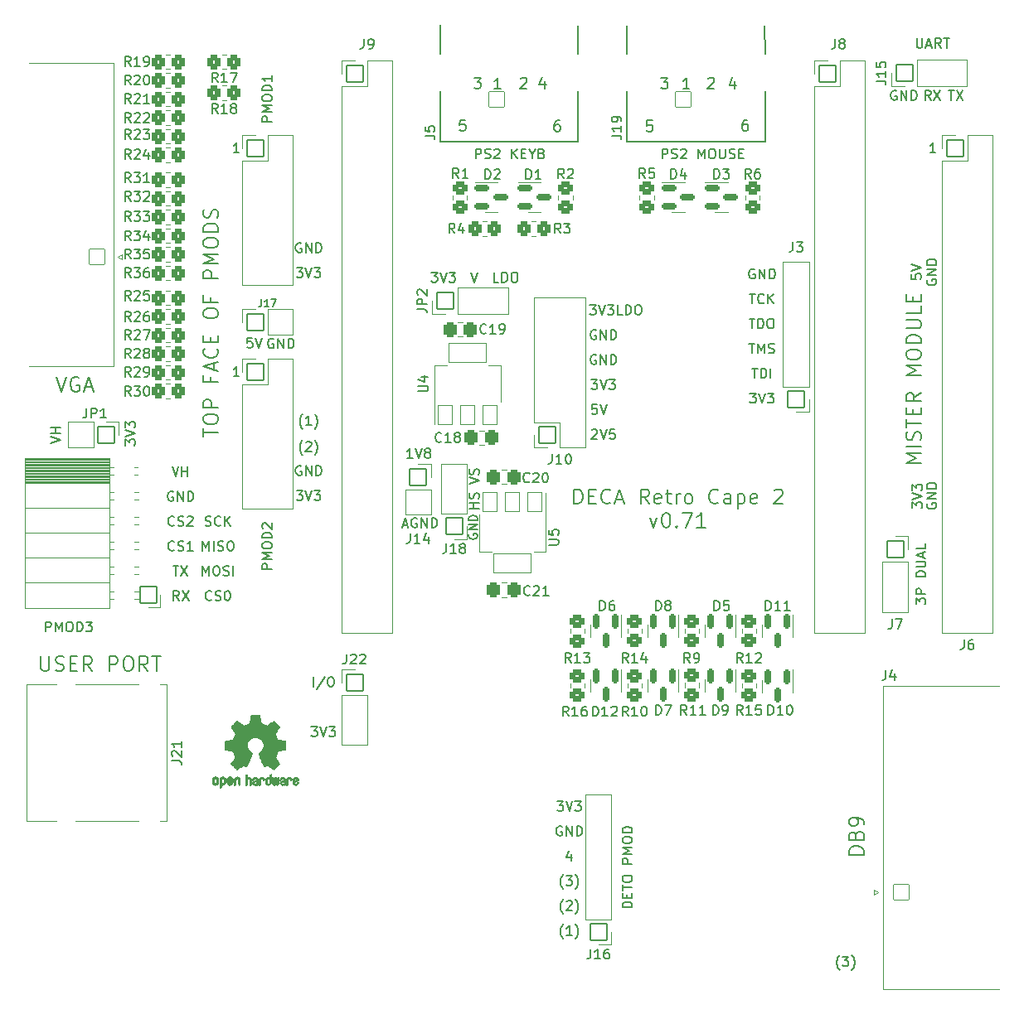
<source format=gto>
%TF.GenerationSoftware,KiCad,Pcbnew,6.0.0-d3dd2cf0fa~116~ubuntu20.04.1*%
%TF.CreationDate,2022-03-15T23:07:46+01:00*%
%TF.ProjectId,arrow_deca_retro_cape,6172726f-775f-4646-9563-615f72657472,0.71*%
%TF.SameCoordinates,Original*%
%TF.FileFunction,Legend,Top*%
%TF.FilePolarity,Positive*%
%FSLAX46Y46*%
G04 Gerber Fmt 4.6, Leading zero omitted, Abs format (unit mm)*
G04 Created by KiCad (PCBNEW 6.0.0-d3dd2cf0fa~116~ubuntu20.04.1) date 2022-03-15 23:07:46*
%MOMM*%
%LPD*%
G01*
G04 APERTURE LIST*
G04 Aperture macros list*
%AMRoundRect*
0 Rectangle with rounded corners*
0 $1 Rounding radius*
0 $2 $3 $4 $5 $6 $7 $8 $9 X,Y pos of 4 corners*
0 Add a 4 corners polygon primitive as box body*
4,1,4,$2,$3,$4,$5,$6,$7,$8,$9,$2,$3,0*
0 Add four circle primitives for the rounded corners*
1,1,$1+$1,$2,$3*
1,1,$1+$1,$4,$5*
1,1,$1+$1,$6,$7*
1,1,$1+$1,$8,$9*
0 Add four rect primitives between the rounded corners*
20,1,$1+$1,$2,$3,$4,$5,0*
20,1,$1+$1,$4,$5,$6,$7,0*
20,1,$1+$1,$6,$7,$8,$9,0*
20,1,$1+$1,$8,$9,$2,$3,0*%
G04 Aperture macros list end*
%ADD10C,0.150000*%
%ADD11C,0.152400*%
%ADD12C,0.120000*%
%ADD13C,0.203200*%
%ADD14C,0.010000*%
%ADD15RoundRect,0.050000X-0.850000X-0.850000X0.850000X-0.850000X0.850000X0.850000X-0.850000X0.850000X0*%
%ADD16O,1.800000X1.800000*%
%ADD17RoundRect,0.050000X0.750000X-1.000000X0.750000X1.000000X-0.750000X1.000000X-0.750000X-1.000000X0*%
%ADD18RoundRect,0.050000X1.900000X-1.000000X1.900000X1.000000X-1.900000X1.000000X-1.900000X-1.000000X0*%
%ADD19RoundRect,0.300000X0.337500X0.475000X-0.337500X0.475000X-0.337500X-0.475000X0.337500X-0.475000X0*%
%ADD20RoundRect,0.050000X0.850000X-0.850000X0.850000X0.850000X-0.850000X0.850000X-0.850000X-0.850000X0*%
%ADD21RoundRect,0.300000X0.350000X0.450000X-0.350000X0.450000X-0.350000X-0.450000X0.350000X-0.450000X0*%
%ADD22RoundRect,0.300000X-0.450000X0.350000X-0.450000X-0.350000X0.450000X-0.350000X0.450000X0.350000X0*%
%ADD23RoundRect,0.050000X0.850000X0.850000X-0.850000X0.850000X-0.850000X-0.850000X0.850000X-0.850000X0*%
%ADD24RoundRect,0.200000X-0.150000X0.587500X-0.150000X-0.587500X0.150000X-0.587500X0.150000X0.587500X0*%
%ADD25C,1.300000*%
%ADD26O,2.500000X1.300000*%
%ADD27O,2.200000X1.300000*%
%ADD28RoundRect,0.200000X-0.587500X-0.150000X0.587500X-0.150000X0.587500X0.150000X-0.587500X0.150000X0*%
%ADD29RoundRect,0.050800X-0.787400X-0.787400X0.787400X-0.787400X0.787400X0.787400X-0.787400X0.787400X0*%
%ADD30C,1.676400*%
%ADD31C,2.946400*%
%ADD32C,4.100000*%
%ADD33RoundRect,0.050000X-0.800000X0.800000X-0.800000X-0.800000X0.800000X-0.800000X0.800000X0.800000X0*%
%ADD34C,1.700000*%
%ADD35RoundRect,0.050000X-0.750000X1.000000X-0.750000X-1.000000X0.750000X-1.000000X0.750000X1.000000X0*%
%ADD36RoundRect,0.050000X-1.900000X1.000000X-1.900000X-1.000000X1.900000X-1.000000X1.900000X1.000000X0*%
%ADD37RoundRect,0.300000X-0.350000X-0.450000X0.350000X-0.450000X0.350000X0.450000X-0.350000X0.450000X0*%
%ADD38RoundRect,0.050000X0.800000X-0.800000X0.800000X0.800000X-0.800000X0.800000X-0.800000X-0.800000X0*%
%ADD39RoundRect,0.050000X-0.850000X0.850000X-0.850000X-0.850000X0.850000X-0.850000X0.850000X0.850000X0*%
%ADD40RoundRect,0.300000X-0.337500X-0.475000X0.337500X-0.475000X0.337500X0.475000X-0.337500X0.475000X0*%
G04 APERTURE END LIST*
D10*
X85827049Y-83482142D02*
X86827049Y-83148809D01*
X85827049Y-82815476D01*
X86827049Y-82482142D02*
X85827049Y-82482142D01*
X86303240Y-82482142D02*
X86303240Y-81910714D01*
X86827049Y-81910714D02*
X85827049Y-81910714D01*
X129203809Y-54427380D02*
X129203809Y-53427380D01*
X129584761Y-53427380D01*
X129680000Y-53475000D01*
X129727619Y-53522619D01*
X129775238Y-53617857D01*
X129775238Y-53760714D01*
X129727619Y-53855952D01*
X129680000Y-53903571D01*
X129584761Y-53951190D01*
X129203809Y-53951190D01*
X130156190Y-54379761D02*
X130299047Y-54427380D01*
X130537142Y-54427380D01*
X130632380Y-54379761D01*
X130680000Y-54332142D01*
X130727619Y-54236904D01*
X130727619Y-54141666D01*
X130680000Y-54046428D01*
X130632380Y-53998809D01*
X130537142Y-53951190D01*
X130346666Y-53903571D01*
X130251428Y-53855952D01*
X130203809Y-53808333D01*
X130156190Y-53713095D01*
X130156190Y-53617857D01*
X130203809Y-53522619D01*
X130251428Y-53475000D01*
X130346666Y-53427380D01*
X130584761Y-53427380D01*
X130727619Y-53475000D01*
X131108571Y-53522619D02*
X131156190Y-53475000D01*
X131251428Y-53427380D01*
X131489523Y-53427380D01*
X131584761Y-53475000D01*
X131632380Y-53522619D01*
X131680000Y-53617857D01*
X131680000Y-53713095D01*
X131632380Y-53855952D01*
X131060952Y-54427380D01*
X131680000Y-54427380D01*
X132870476Y-54427380D02*
X132870476Y-53427380D01*
X133441904Y-54427380D02*
X133013333Y-53855952D01*
X133441904Y-53427380D02*
X132870476Y-53998809D01*
X133870476Y-53903571D02*
X134203809Y-53903571D01*
X134346666Y-54427380D02*
X133870476Y-54427380D01*
X133870476Y-53427380D01*
X134346666Y-53427380D01*
X134965714Y-53951190D02*
X134965714Y-54427380D01*
X134632380Y-53427380D02*
X134965714Y-53951190D01*
X135299047Y-53427380D01*
X135965714Y-53903571D02*
X136108571Y-53951190D01*
X136156190Y-53998809D01*
X136203809Y-54094047D01*
X136203809Y-54236904D01*
X136156190Y-54332142D01*
X136108571Y-54379761D01*
X136013333Y-54427380D01*
X135632380Y-54427380D01*
X135632380Y-53427380D01*
X135965714Y-53427380D01*
X136060952Y-53475000D01*
X136108571Y-53522619D01*
X136156190Y-53617857D01*
X136156190Y-53713095D01*
X136108571Y-53808333D01*
X136060952Y-53855952D01*
X135965714Y-53903571D01*
X135632380Y-53903571D01*
X141492764Y-74505000D02*
X141397526Y-74457380D01*
X141254669Y-74457380D01*
X141111811Y-74505000D01*
X141016573Y-74600238D01*
X140968954Y-74695476D01*
X140921335Y-74885952D01*
X140921335Y-75028809D01*
X140968954Y-75219285D01*
X141016573Y-75314523D01*
X141111811Y-75409761D01*
X141254669Y-75457380D01*
X141349907Y-75457380D01*
X141492764Y-75409761D01*
X141540383Y-75362142D01*
X141540383Y-75028809D01*
X141349907Y-75028809D01*
X141968954Y-75457380D02*
X141968954Y-74457380D01*
X142540383Y-75457380D01*
X142540383Y-74457380D01*
X143016573Y-75457380D02*
X143016573Y-74457380D01*
X143254669Y-74457380D01*
X143397526Y-74505000D01*
X143492764Y-74600238D01*
X143540383Y-74695476D01*
X143588002Y-74885952D01*
X143588002Y-75028809D01*
X143540383Y-75219285D01*
X143492764Y-75314523D01*
X143397526Y-75409761D01*
X143254669Y-75457380D01*
X143016573Y-75457380D01*
X101313240Y-97047380D02*
X101313240Y-96047380D01*
X101646573Y-96761666D01*
X101979907Y-96047380D01*
X101979907Y-97047380D01*
X102646573Y-96047380D02*
X102837049Y-96047380D01*
X102932288Y-96095000D01*
X103027526Y-96190238D01*
X103075145Y-96380714D01*
X103075145Y-96714047D01*
X103027526Y-96904523D01*
X102932288Y-96999761D01*
X102837049Y-97047380D01*
X102646573Y-97047380D01*
X102551335Y-96999761D01*
X102456097Y-96904523D01*
X102408478Y-96714047D01*
X102408478Y-96380714D01*
X102456097Y-96190238D01*
X102551335Y-96095000D01*
X102646573Y-96047380D01*
X103456097Y-96999761D02*
X103598954Y-97047380D01*
X103837049Y-97047380D01*
X103932288Y-96999761D01*
X103979907Y-96952142D01*
X104027526Y-96856904D01*
X104027526Y-96761666D01*
X103979907Y-96666428D01*
X103932288Y-96618809D01*
X103837049Y-96571190D01*
X103646573Y-96523571D01*
X103551335Y-96475952D01*
X103503716Y-96428333D01*
X103456097Y-96333095D01*
X103456097Y-96237857D01*
X103503716Y-96142619D01*
X103551335Y-96095000D01*
X103646573Y-96047380D01*
X103884669Y-96047380D01*
X104027526Y-96095000D01*
X104456097Y-97047380D02*
X104456097Y-96047380D01*
X102241811Y-99492142D02*
X102194192Y-99539761D01*
X102051335Y-99587380D01*
X101956097Y-99587380D01*
X101813240Y-99539761D01*
X101718002Y-99444523D01*
X101670383Y-99349285D01*
X101622764Y-99158809D01*
X101622764Y-99015952D01*
X101670383Y-98825476D01*
X101718002Y-98730238D01*
X101813240Y-98635000D01*
X101956097Y-98587380D01*
X102051335Y-98587380D01*
X102194192Y-98635000D01*
X102241811Y-98682619D01*
X102622764Y-99539761D02*
X102765621Y-99587380D01*
X103003716Y-99587380D01*
X103098954Y-99539761D01*
X103146573Y-99492142D01*
X103194192Y-99396904D01*
X103194192Y-99301666D01*
X103146573Y-99206428D01*
X103098954Y-99158809D01*
X103003716Y-99111190D01*
X102813240Y-99063571D01*
X102718002Y-99015952D01*
X102670383Y-98968333D01*
X102622764Y-98873095D01*
X102622764Y-98777857D01*
X102670383Y-98682619D01*
X102718002Y-98635000D01*
X102813240Y-98587380D01*
X103051335Y-98587380D01*
X103194192Y-98635000D01*
X103813240Y-98587380D02*
X103908478Y-98587380D01*
X104003716Y-98635000D01*
X104051335Y-98682619D01*
X104098954Y-98777857D01*
X104146573Y-98968333D01*
X104146573Y-99206428D01*
X104098954Y-99396904D01*
X104051335Y-99492142D01*
X104003716Y-99539761D01*
X103908478Y-99587380D01*
X103813240Y-99587380D01*
X103718002Y-99539761D01*
X103670383Y-99492142D01*
X103622764Y-99396904D01*
X103575145Y-99206428D01*
X103575145Y-98968333D01*
X103622764Y-98777857D01*
X103670383Y-98682619D01*
X103718002Y-98635000D01*
X103813240Y-98587380D01*
X111393764Y-63075000D02*
X111298526Y-63027380D01*
X111155669Y-63027380D01*
X111012811Y-63075000D01*
X110917573Y-63170238D01*
X110869954Y-63265476D01*
X110822335Y-63455952D01*
X110822335Y-63598809D01*
X110869954Y-63789285D01*
X110917573Y-63884523D01*
X111012811Y-63979761D01*
X111155669Y-64027380D01*
X111250907Y-64027380D01*
X111393764Y-63979761D01*
X111441383Y-63932142D01*
X111441383Y-63598809D01*
X111250907Y-63598809D01*
X111869954Y-64027380D02*
X111869954Y-63027380D01*
X112441383Y-64027380D01*
X112441383Y-63027380D01*
X112917573Y-64027380D02*
X112917573Y-63027380D01*
X113155669Y-63027380D01*
X113298526Y-63075000D01*
X113393764Y-63170238D01*
X113441383Y-63265476D01*
X113489002Y-63455952D01*
X113489002Y-63598809D01*
X113441383Y-63789285D01*
X113393764Y-63884523D01*
X113298526Y-63979761D01*
X113155669Y-64027380D01*
X112917573Y-64027380D01*
X128769851Y-66051180D02*
X129103185Y-67051180D01*
X129436518Y-66051180D01*
X108417049Y-50668333D02*
X107417049Y-50668333D01*
X107417049Y-50287380D01*
X107464669Y-50192142D01*
X107512288Y-50144523D01*
X107607526Y-50096904D01*
X107750383Y-50096904D01*
X107845621Y-50144523D01*
X107893240Y-50192142D01*
X107940859Y-50287380D01*
X107940859Y-50668333D01*
X108417049Y-49668333D02*
X107417049Y-49668333D01*
X108131335Y-49335000D01*
X107417049Y-49001666D01*
X108417049Y-49001666D01*
X107417049Y-48335000D02*
X107417049Y-48144523D01*
X107464669Y-48049285D01*
X107559907Y-47954047D01*
X107750383Y-47906428D01*
X108083716Y-47906428D01*
X108274192Y-47954047D01*
X108369430Y-48049285D01*
X108417049Y-48144523D01*
X108417049Y-48335000D01*
X108369430Y-48430238D01*
X108274192Y-48525476D01*
X108083716Y-48573095D01*
X107750383Y-48573095D01*
X107559907Y-48525476D01*
X107464669Y-48430238D01*
X107417049Y-48335000D01*
X108417049Y-47477857D02*
X107417049Y-47477857D01*
X107417049Y-47239761D01*
X107464669Y-47096904D01*
X107559907Y-47001666D01*
X107655145Y-46954047D01*
X107845621Y-46906428D01*
X107988478Y-46906428D01*
X108178954Y-46954047D01*
X108274192Y-47001666D01*
X108369430Y-47096904D01*
X108417049Y-47239761D01*
X108417049Y-47477857D01*
X108417049Y-45954047D02*
X108417049Y-46525476D01*
X108417049Y-46239761D02*
X107417049Y-46239761D01*
X107559907Y-46335000D01*
X107655145Y-46430238D01*
X107702764Y-46525476D01*
X140858002Y-69377380D02*
X141477049Y-69377380D01*
X141143716Y-69758333D01*
X141286573Y-69758333D01*
X141381811Y-69805952D01*
X141429430Y-69853571D01*
X141477049Y-69948809D01*
X141477049Y-70186904D01*
X141429430Y-70282142D01*
X141381811Y-70329761D01*
X141286573Y-70377380D01*
X141000859Y-70377380D01*
X140905621Y-70329761D01*
X140858002Y-70282142D01*
X141762764Y-69377380D02*
X142096097Y-70377380D01*
X142429430Y-69377380D01*
X142667526Y-69377380D02*
X143286573Y-69377380D01*
X142953240Y-69758333D01*
X143096097Y-69758333D01*
X143191335Y-69805952D01*
X143238954Y-69853571D01*
X143286573Y-69948809D01*
X143286573Y-70186904D01*
X143238954Y-70282142D01*
X143191335Y-70329761D01*
X143096097Y-70377380D01*
X142810383Y-70377380D01*
X142715145Y-70329761D01*
X142667526Y-70282142D01*
X144191335Y-70377380D02*
X143715145Y-70377380D01*
X143715145Y-69377380D01*
X144524669Y-70377380D02*
X144524669Y-69377380D01*
X144762764Y-69377380D01*
X144905621Y-69425000D01*
X145000859Y-69520238D01*
X145048478Y-69615476D01*
X145096097Y-69805952D01*
X145096097Y-69948809D01*
X145048478Y-70139285D01*
X145000859Y-70234523D01*
X144905621Y-70329761D01*
X144762764Y-70377380D01*
X144524669Y-70377380D01*
X145715145Y-69377380D02*
X145905621Y-69377380D01*
X146000859Y-69425000D01*
X146096097Y-69520238D01*
X146143716Y-69710714D01*
X146143716Y-70044047D01*
X146096097Y-70234523D01*
X146000859Y-70329761D01*
X145905621Y-70377380D01*
X145715145Y-70377380D01*
X145619907Y-70329761D01*
X145524669Y-70234523D01*
X145477049Y-70044047D01*
X145477049Y-69710714D01*
X145524669Y-69520238D01*
X145619907Y-69425000D01*
X145715145Y-69377380D01*
X148257142Y-54427380D02*
X148257142Y-53427380D01*
X148638095Y-53427380D01*
X148733333Y-53475000D01*
X148780952Y-53522619D01*
X148828571Y-53617857D01*
X148828571Y-53760714D01*
X148780952Y-53855952D01*
X148733333Y-53903571D01*
X148638095Y-53951190D01*
X148257142Y-53951190D01*
X149209523Y-54379761D02*
X149352380Y-54427380D01*
X149590476Y-54427380D01*
X149685714Y-54379761D01*
X149733333Y-54332142D01*
X149780952Y-54236904D01*
X149780952Y-54141666D01*
X149733333Y-54046428D01*
X149685714Y-53998809D01*
X149590476Y-53951190D01*
X149400000Y-53903571D01*
X149304761Y-53855952D01*
X149257142Y-53808333D01*
X149209523Y-53713095D01*
X149209523Y-53617857D01*
X149257142Y-53522619D01*
X149304761Y-53475000D01*
X149400000Y-53427380D01*
X149638095Y-53427380D01*
X149780952Y-53475000D01*
X150161904Y-53522619D02*
X150209523Y-53475000D01*
X150304761Y-53427380D01*
X150542857Y-53427380D01*
X150638095Y-53475000D01*
X150685714Y-53522619D01*
X150733333Y-53617857D01*
X150733333Y-53713095D01*
X150685714Y-53855952D01*
X150114285Y-54427380D01*
X150733333Y-54427380D01*
X151923809Y-54427380D02*
X151923809Y-53427380D01*
X152257142Y-54141666D01*
X152590476Y-53427380D01*
X152590476Y-54427380D01*
X153257142Y-53427380D02*
X153447619Y-53427380D01*
X153542857Y-53475000D01*
X153638095Y-53570238D01*
X153685714Y-53760714D01*
X153685714Y-54094047D01*
X153638095Y-54284523D01*
X153542857Y-54379761D01*
X153447619Y-54427380D01*
X153257142Y-54427380D01*
X153161904Y-54379761D01*
X153066666Y-54284523D01*
X153019047Y-54094047D01*
X153019047Y-53760714D01*
X153066666Y-53570238D01*
X153161904Y-53475000D01*
X153257142Y-53427380D01*
X154114285Y-53427380D02*
X154114285Y-54236904D01*
X154161904Y-54332142D01*
X154209523Y-54379761D01*
X154304761Y-54427380D01*
X154495238Y-54427380D01*
X154590476Y-54379761D01*
X154638095Y-54332142D01*
X154685714Y-54236904D01*
X154685714Y-53427380D01*
X155114285Y-54379761D02*
X155257142Y-54427380D01*
X155495238Y-54427380D01*
X155590476Y-54379761D01*
X155638095Y-54332142D01*
X155685714Y-54236904D01*
X155685714Y-54141666D01*
X155638095Y-54046428D01*
X155590476Y-53998809D01*
X155495238Y-53951190D01*
X155304761Y-53903571D01*
X155209523Y-53855952D01*
X155161904Y-53808333D01*
X155114285Y-53713095D01*
X155114285Y-53617857D01*
X155161904Y-53522619D01*
X155209523Y-53475000D01*
X155304761Y-53427380D01*
X155542857Y-53427380D01*
X155685714Y-53475000D01*
X156114285Y-53903571D02*
X156447619Y-53903571D01*
X156590476Y-54427380D02*
X156114285Y-54427380D01*
X156114285Y-53427380D01*
X156590476Y-53427380D01*
X174256946Y-42124380D02*
X174256946Y-42933904D01*
X174304565Y-43029142D01*
X174352185Y-43076761D01*
X174447423Y-43124380D01*
X174637899Y-43124380D01*
X174733137Y-43076761D01*
X174780756Y-43029142D01*
X174828375Y-42933904D01*
X174828375Y-42124380D01*
X175256946Y-42838666D02*
X175733137Y-42838666D01*
X175161708Y-43124380D02*
X175495042Y-42124380D01*
X175828375Y-43124380D01*
X176733137Y-43124380D02*
X176399804Y-42648190D01*
X176161708Y-43124380D02*
X176161708Y-42124380D01*
X176542661Y-42124380D01*
X176637899Y-42172000D01*
X176685518Y-42219619D01*
X176733137Y-42314857D01*
X176733137Y-42457714D01*
X176685518Y-42552952D01*
X176637899Y-42600571D01*
X176542661Y-42648190D01*
X176161708Y-42648190D01*
X177018851Y-42124380D02*
X177590280Y-42124380D01*
X177304565Y-43124380D02*
X177304565Y-42124380D01*
X98312764Y-96047380D02*
X98884192Y-96047380D01*
X98598478Y-97047380D02*
X98598478Y-96047380D01*
X99122288Y-96047380D02*
X99788954Y-97047380D01*
X99788954Y-96047380D02*
X99122288Y-97047380D01*
X108559695Y-72855200D02*
X108464457Y-72807580D01*
X108321600Y-72807580D01*
X108178742Y-72855200D01*
X108083504Y-72950438D01*
X108035885Y-73045676D01*
X107988266Y-73236152D01*
X107988266Y-73379009D01*
X108035885Y-73569485D01*
X108083504Y-73664723D01*
X108178742Y-73759961D01*
X108321600Y-73807580D01*
X108416838Y-73807580D01*
X108559695Y-73759961D01*
X108607314Y-73712342D01*
X108607314Y-73379009D01*
X108416838Y-73379009D01*
X109035885Y-73807580D02*
X109035885Y-72807580D01*
X109607314Y-73807580D01*
X109607314Y-72807580D01*
X110083504Y-73807580D02*
X110083504Y-72807580D01*
X110321600Y-72807580D01*
X110464457Y-72855200D01*
X110559695Y-72950438D01*
X110607314Y-73045676D01*
X110654933Y-73236152D01*
X110654933Y-73379009D01*
X110607314Y-73569485D01*
X110559695Y-73664723D01*
X110464457Y-73759961D01*
X110321600Y-73807580D01*
X110083504Y-73807580D01*
X139267526Y-89716071D02*
X139267526Y-88216071D01*
X139624669Y-88216071D01*
X139838954Y-88287500D01*
X139981811Y-88430357D01*
X140053240Y-88573214D01*
X140124669Y-88858928D01*
X140124669Y-89073214D01*
X140053240Y-89358928D01*
X139981811Y-89501785D01*
X139838954Y-89644642D01*
X139624669Y-89716071D01*
X139267526Y-89716071D01*
X140767526Y-88930357D02*
X141267526Y-88930357D01*
X141481811Y-89716071D02*
X140767526Y-89716071D01*
X140767526Y-88216071D01*
X141481811Y-88216071D01*
X142981811Y-89573214D02*
X142910383Y-89644642D01*
X142696097Y-89716071D01*
X142553240Y-89716071D01*
X142338954Y-89644642D01*
X142196097Y-89501785D01*
X142124669Y-89358928D01*
X142053240Y-89073214D01*
X142053240Y-88858928D01*
X142124669Y-88573214D01*
X142196097Y-88430357D01*
X142338954Y-88287500D01*
X142553240Y-88216071D01*
X142696097Y-88216071D01*
X142910383Y-88287500D01*
X142981811Y-88358928D01*
X143553240Y-89287500D02*
X144267526Y-89287500D01*
X143410383Y-89716071D02*
X143910383Y-88216071D01*
X144410383Y-89716071D01*
X146910383Y-89716071D02*
X146410383Y-89001785D01*
X146053240Y-89716071D02*
X146053240Y-88216071D01*
X146624669Y-88216071D01*
X146767526Y-88287500D01*
X146838954Y-88358928D01*
X146910383Y-88501785D01*
X146910383Y-88716071D01*
X146838954Y-88858928D01*
X146767526Y-88930357D01*
X146624669Y-89001785D01*
X146053240Y-89001785D01*
X148124669Y-89644642D02*
X147981811Y-89716071D01*
X147696097Y-89716071D01*
X147553240Y-89644642D01*
X147481811Y-89501785D01*
X147481811Y-88930357D01*
X147553240Y-88787500D01*
X147696097Y-88716071D01*
X147981811Y-88716071D01*
X148124669Y-88787500D01*
X148196097Y-88930357D01*
X148196097Y-89073214D01*
X147481811Y-89216071D01*
X148624669Y-88716071D02*
X149196097Y-88716071D01*
X148838954Y-88216071D02*
X148838954Y-89501785D01*
X148910383Y-89644642D01*
X149053240Y-89716071D01*
X149196097Y-89716071D01*
X149696097Y-89716071D02*
X149696097Y-88716071D01*
X149696097Y-89001785D02*
X149767526Y-88858928D01*
X149838954Y-88787500D01*
X149981811Y-88716071D01*
X150124669Y-88716071D01*
X150838954Y-89716071D02*
X150696097Y-89644642D01*
X150624669Y-89573214D01*
X150553240Y-89430357D01*
X150553240Y-89001785D01*
X150624669Y-88858928D01*
X150696097Y-88787500D01*
X150838954Y-88716071D01*
X151053240Y-88716071D01*
X151196097Y-88787500D01*
X151267526Y-88858928D01*
X151338954Y-89001785D01*
X151338954Y-89430357D01*
X151267526Y-89573214D01*
X151196097Y-89644642D01*
X151053240Y-89716071D01*
X150838954Y-89716071D01*
X153981811Y-89573214D02*
X153910383Y-89644642D01*
X153696097Y-89716071D01*
X153553240Y-89716071D01*
X153338954Y-89644642D01*
X153196097Y-89501785D01*
X153124669Y-89358928D01*
X153053240Y-89073214D01*
X153053240Y-88858928D01*
X153124669Y-88573214D01*
X153196097Y-88430357D01*
X153338954Y-88287500D01*
X153553240Y-88216071D01*
X153696097Y-88216071D01*
X153910383Y-88287500D01*
X153981811Y-88358928D01*
X155267526Y-89716071D02*
X155267526Y-88930357D01*
X155196097Y-88787500D01*
X155053240Y-88716071D01*
X154767526Y-88716071D01*
X154624669Y-88787500D01*
X155267526Y-89644642D02*
X155124669Y-89716071D01*
X154767526Y-89716071D01*
X154624669Y-89644642D01*
X154553240Y-89501785D01*
X154553240Y-89358928D01*
X154624669Y-89216071D01*
X154767526Y-89144642D01*
X155124669Y-89144642D01*
X155267526Y-89073214D01*
X155981811Y-88716071D02*
X155981811Y-90216071D01*
X155981811Y-88787500D02*
X156124669Y-88716071D01*
X156410383Y-88716071D01*
X156553240Y-88787500D01*
X156624669Y-88858928D01*
X156696097Y-89001785D01*
X156696097Y-89430357D01*
X156624669Y-89573214D01*
X156553240Y-89644642D01*
X156410383Y-89716071D01*
X156124669Y-89716071D01*
X155981811Y-89644642D01*
X157910383Y-89644642D02*
X157767526Y-89716071D01*
X157481811Y-89716071D01*
X157338954Y-89644642D01*
X157267526Y-89501785D01*
X157267526Y-88930357D01*
X157338954Y-88787500D01*
X157481811Y-88716071D01*
X157767526Y-88716071D01*
X157910383Y-88787500D01*
X157981811Y-88930357D01*
X157981811Y-89073214D01*
X157267526Y-89216071D01*
X159696097Y-88358928D02*
X159767526Y-88287500D01*
X159910383Y-88216071D01*
X160267526Y-88216071D01*
X160410383Y-88287500D01*
X160481811Y-88358928D01*
X160553240Y-88501785D01*
X160553240Y-88644642D01*
X160481811Y-88858928D01*
X159624669Y-89716071D01*
X160553240Y-89716071D01*
X147017526Y-91131071D02*
X147374669Y-92131071D01*
X147731811Y-91131071D01*
X148588954Y-90631071D02*
X148731811Y-90631071D01*
X148874669Y-90702500D01*
X148946097Y-90773928D01*
X149017526Y-90916785D01*
X149088954Y-91202500D01*
X149088954Y-91559642D01*
X149017526Y-91845357D01*
X148946097Y-91988214D01*
X148874669Y-92059642D01*
X148731811Y-92131071D01*
X148588954Y-92131071D01*
X148446097Y-92059642D01*
X148374669Y-91988214D01*
X148303240Y-91845357D01*
X148231811Y-91559642D01*
X148231811Y-91202500D01*
X148303240Y-90916785D01*
X148374669Y-90773928D01*
X148446097Y-90702500D01*
X148588954Y-90631071D01*
X149731811Y-91988214D02*
X149803240Y-92059642D01*
X149731811Y-92131071D01*
X149660383Y-92059642D01*
X149731811Y-91988214D01*
X149731811Y-92131071D01*
X150303240Y-90631071D02*
X151303240Y-90631071D01*
X150660383Y-92131071D01*
X152660383Y-92131071D02*
X151803240Y-92131071D01*
X152231811Y-92131071D02*
X152231811Y-90631071D01*
X152088954Y-90845357D01*
X151946097Y-90988214D01*
X151803240Y-91059642D01*
X175685518Y-48458380D02*
X175352185Y-47982190D01*
X175114089Y-48458380D02*
X175114089Y-47458380D01*
X175495042Y-47458380D01*
X175590280Y-47506000D01*
X175637899Y-47553619D01*
X175685518Y-47648857D01*
X175685518Y-47791714D01*
X175637899Y-47886952D01*
X175590280Y-47934571D01*
X175495042Y-47982190D01*
X175114089Y-47982190D01*
X176018851Y-47458380D02*
X176685518Y-48458380D01*
X176685518Y-47458380D02*
X176018851Y-48458380D01*
X98431811Y-91872142D02*
X98384192Y-91919761D01*
X98241335Y-91967380D01*
X98146097Y-91967380D01*
X98003240Y-91919761D01*
X97908002Y-91824523D01*
X97860383Y-91729285D01*
X97812764Y-91538809D01*
X97812764Y-91395952D01*
X97860383Y-91205476D01*
X97908002Y-91110238D01*
X98003240Y-91015000D01*
X98146097Y-90967380D01*
X98241335Y-90967380D01*
X98384192Y-91015000D01*
X98431811Y-91062619D01*
X98812764Y-91919761D02*
X98955621Y-91967380D01*
X99193716Y-91967380D01*
X99288954Y-91919761D01*
X99336573Y-91872142D01*
X99384192Y-91776904D01*
X99384192Y-91681666D01*
X99336573Y-91586428D01*
X99288954Y-91538809D01*
X99193716Y-91491190D01*
X99003240Y-91443571D01*
X98908002Y-91395952D01*
X98860383Y-91348333D01*
X98812764Y-91253095D01*
X98812764Y-91157857D01*
X98860383Y-91062619D01*
X98908002Y-91015000D01*
X99003240Y-90967380D01*
X99241335Y-90967380D01*
X99384192Y-91015000D01*
X99765145Y-91062619D02*
X99812764Y-91015000D01*
X99908002Y-90967380D01*
X100146097Y-90967380D01*
X100241335Y-91015000D01*
X100288954Y-91062619D01*
X100336573Y-91157857D01*
X100336573Y-91253095D01*
X100288954Y-91395952D01*
X99717526Y-91967380D01*
X100336573Y-91967380D01*
X98217526Y-85887380D02*
X98550859Y-86887380D01*
X98884192Y-85887380D01*
X99217526Y-86887380D02*
X99217526Y-85887380D01*
X99217526Y-86363571D02*
X99788954Y-86363571D01*
X99788954Y-86887380D02*
X99788954Y-85887380D01*
X138149137Y-134183333D02*
X138101518Y-134135714D01*
X138006280Y-133992857D01*
X137958661Y-133897619D01*
X137911042Y-133754761D01*
X137863423Y-133516666D01*
X137863423Y-133326190D01*
X137911042Y-133088095D01*
X137958661Y-132945238D01*
X138006280Y-132850000D01*
X138101518Y-132707142D01*
X138149137Y-132659523D01*
X139053899Y-133802380D02*
X138482470Y-133802380D01*
X138768185Y-133802380D02*
X138768185Y-132802380D01*
X138672946Y-132945238D01*
X138577708Y-133040476D01*
X138482470Y-133088095D01*
X139387232Y-134183333D02*
X139434851Y-134135714D01*
X139530089Y-133992857D01*
X139577708Y-133897619D01*
X139625327Y-133754761D01*
X139672946Y-133516666D01*
X139672946Y-133326190D01*
X139625327Y-133088095D01*
X139577708Y-132945238D01*
X139530089Y-132850000D01*
X139434851Y-132707142D01*
X139387232Y-132659523D01*
X108417049Y-96388333D02*
X107417049Y-96388333D01*
X107417049Y-96007380D01*
X107464669Y-95912142D01*
X107512288Y-95864523D01*
X107607526Y-95816904D01*
X107750383Y-95816904D01*
X107845621Y-95864523D01*
X107893240Y-95912142D01*
X107940859Y-96007380D01*
X107940859Y-96388333D01*
X108417049Y-95388333D02*
X107417049Y-95388333D01*
X108131335Y-95055000D01*
X107417049Y-94721666D01*
X108417049Y-94721666D01*
X107417049Y-94055000D02*
X107417049Y-93864523D01*
X107464669Y-93769285D01*
X107559907Y-93674047D01*
X107750383Y-93626428D01*
X108083716Y-93626428D01*
X108274192Y-93674047D01*
X108369430Y-93769285D01*
X108417049Y-93864523D01*
X108417049Y-94055000D01*
X108369430Y-94150238D01*
X108274192Y-94245476D01*
X108083716Y-94293095D01*
X107750383Y-94293095D01*
X107559907Y-94245476D01*
X107464669Y-94150238D01*
X107417049Y-94055000D01*
X108417049Y-93197857D02*
X107417049Y-93197857D01*
X107417049Y-92959761D01*
X107464669Y-92816904D01*
X107559907Y-92721666D01*
X107655145Y-92674047D01*
X107845621Y-92626428D01*
X107988478Y-92626428D01*
X108178954Y-92674047D01*
X108274192Y-92721666D01*
X108369430Y-92816904D01*
X108417049Y-92959761D01*
X108417049Y-93197857D01*
X107512288Y-92245476D02*
X107464669Y-92197857D01*
X107417049Y-92102619D01*
X107417049Y-91864523D01*
X107464669Y-91769285D01*
X107512288Y-91721666D01*
X107607526Y-91674047D01*
X107702764Y-91674047D01*
X107845621Y-91721666D01*
X108417049Y-92293095D01*
X108417049Y-91674047D01*
X110917573Y-65567380D02*
X111536621Y-65567380D01*
X111203288Y-65948333D01*
X111346145Y-65948333D01*
X111441383Y-65995952D01*
X111489002Y-66043571D01*
X111536621Y-66138809D01*
X111536621Y-66376904D01*
X111489002Y-66472142D01*
X111441383Y-66519761D01*
X111346145Y-66567380D01*
X111060430Y-66567380D01*
X110965192Y-66519761D01*
X110917573Y-66472142D01*
X111822335Y-65567380D02*
X112155669Y-66567380D01*
X112489002Y-65567380D01*
X112727097Y-65567380D02*
X113346145Y-65567380D01*
X113012811Y-65948333D01*
X113155669Y-65948333D01*
X113250907Y-65995952D01*
X113298526Y-66043571D01*
X113346145Y-66138809D01*
X113346145Y-66376904D01*
X113298526Y-66472142D01*
X113250907Y-66519761D01*
X113155669Y-66567380D01*
X112869954Y-66567380D01*
X112774716Y-66519761D01*
X112727097Y-66472142D01*
X101428240Y-82822771D02*
X101428240Y-81965628D01*
X102928240Y-82394200D02*
X101428240Y-82394200D01*
X101428240Y-81179914D02*
X101428240Y-80894200D01*
X101499669Y-80751342D01*
X101642526Y-80608485D01*
X101928240Y-80537057D01*
X102428240Y-80537057D01*
X102713954Y-80608485D01*
X102856811Y-80751342D01*
X102928240Y-80894200D01*
X102928240Y-81179914D01*
X102856811Y-81322771D01*
X102713954Y-81465628D01*
X102428240Y-81537057D01*
X101928240Y-81537057D01*
X101642526Y-81465628D01*
X101499669Y-81322771D01*
X101428240Y-81179914D01*
X102928240Y-79894200D02*
X101428240Y-79894200D01*
X101428240Y-79322771D01*
X101499669Y-79179914D01*
X101571097Y-79108485D01*
X101713954Y-79037057D01*
X101928240Y-79037057D01*
X102071097Y-79108485D01*
X102142526Y-79179914D01*
X102213954Y-79322771D01*
X102213954Y-79894200D01*
X102142526Y-76751342D02*
X102142526Y-77251342D01*
X102928240Y-77251342D02*
X101428240Y-77251342D01*
X101428240Y-76537057D01*
X102499669Y-76037057D02*
X102499669Y-75322771D01*
X102928240Y-76179914D02*
X101428240Y-75679914D01*
X102928240Y-75179914D01*
X102785383Y-73822771D02*
X102856811Y-73894200D01*
X102928240Y-74108485D01*
X102928240Y-74251342D01*
X102856811Y-74465628D01*
X102713954Y-74608485D01*
X102571097Y-74679914D01*
X102285383Y-74751342D01*
X102071097Y-74751342D01*
X101785383Y-74679914D01*
X101642526Y-74608485D01*
X101499669Y-74465628D01*
X101428240Y-74251342D01*
X101428240Y-74108485D01*
X101499669Y-73894200D01*
X101571097Y-73822771D01*
X102142526Y-73179914D02*
X102142526Y-72679914D01*
X102928240Y-72465628D02*
X102928240Y-73179914D01*
X101428240Y-73179914D01*
X101428240Y-72465628D01*
X101428240Y-70394200D02*
X101428240Y-70108485D01*
X101499669Y-69965628D01*
X101642526Y-69822771D01*
X101928240Y-69751342D01*
X102428240Y-69751342D01*
X102713954Y-69822771D01*
X102856811Y-69965628D01*
X102928240Y-70108485D01*
X102928240Y-70394200D01*
X102856811Y-70537057D01*
X102713954Y-70679914D01*
X102428240Y-70751342D01*
X101928240Y-70751342D01*
X101642526Y-70679914D01*
X101499669Y-70537057D01*
X101428240Y-70394200D01*
X102142526Y-68608485D02*
X102142526Y-69108485D01*
X102928240Y-69108485D02*
X101428240Y-69108485D01*
X101428240Y-68394200D01*
X102928240Y-66679914D02*
X101428240Y-66679914D01*
X101428240Y-66108485D01*
X101499669Y-65965628D01*
X101571097Y-65894200D01*
X101713954Y-65822771D01*
X101928240Y-65822771D01*
X102071097Y-65894200D01*
X102142526Y-65965628D01*
X102213954Y-66108485D01*
X102213954Y-66679914D01*
X102928240Y-65179914D02*
X101428240Y-65179914D01*
X102499669Y-64679914D01*
X101428240Y-64179914D01*
X102928240Y-64179914D01*
X101428240Y-63179914D02*
X101428240Y-62894200D01*
X101499669Y-62751342D01*
X101642526Y-62608485D01*
X101928240Y-62537057D01*
X102428240Y-62537057D01*
X102713954Y-62608485D01*
X102856811Y-62751342D01*
X102928240Y-62894200D01*
X102928240Y-63179914D01*
X102856811Y-63322771D01*
X102713954Y-63465628D01*
X102428240Y-63537057D01*
X101928240Y-63537057D01*
X101642526Y-63465628D01*
X101499669Y-63322771D01*
X101428240Y-63179914D01*
X102928240Y-61894200D02*
X101428240Y-61894200D01*
X101428240Y-61537057D01*
X101499669Y-61322771D01*
X101642526Y-61179914D01*
X101785383Y-61108485D01*
X102071097Y-61037057D01*
X102285383Y-61037057D01*
X102571097Y-61108485D01*
X102713954Y-61179914D01*
X102856811Y-61322771D01*
X102928240Y-61537057D01*
X102928240Y-61894200D01*
X102856811Y-60465628D02*
X102928240Y-60251342D01*
X102928240Y-59894200D01*
X102856811Y-59751342D01*
X102785383Y-59679914D01*
X102642526Y-59608485D01*
X102499669Y-59608485D01*
X102356811Y-59679914D01*
X102285383Y-59751342D01*
X102213954Y-59894200D01*
X102142526Y-60179914D01*
X102071097Y-60322771D01*
X101999669Y-60394200D01*
X101856811Y-60465628D01*
X101713954Y-60465628D01*
X101571097Y-60394200D01*
X101499669Y-60322771D01*
X101428240Y-60179914D01*
X101428240Y-59822771D01*
X101499669Y-59608485D01*
X157429375Y-75854380D02*
X158000804Y-75854380D01*
X157715089Y-76854380D02*
X157715089Y-75854380D01*
X158334137Y-76854380D02*
X158334137Y-75854380D01*
X158572232Y-75854380D01*
X158715089Y-75902000D01*
X158810327Y-75997238D01*
X158857946Y-76092476D01*
X158905565Y-76282952D01*
X158905565Y-76425809D01*
X158857946Y-76616285D01*
X158810327Y-76711523D01*
X158715089Y-76806761D01*
X158572232Y-76854380D01*
X158334137Y-76854380D01*
X159334137Y-76854380D02*
X159334137Y-75854380D01*
X111536621Y-84728333D02*
X111489002Y-84680714D01*
X111393764Y-84537857D01*
X111346145Y-84442619D01*
X111298526Y-84299761D01*
X111250907Y-84061666D01*
X111250907Y-83871190D01*
X111298526Y-83633095D01*
X111346145Y-83490238D01*
X111393764Y-83395000D01*
X111489002Y-83252142D01*
X111536621Y-83204523D01*
X111869954Y-83442619D02*
X111917573Y-83395000D01*
X112012811Y-83347380D01*
X112250907Y-83347380D01*
X112346145Y-83395000D01*
X112393764Y-83442619D01*
X112441383Y-83537857D01*
X112441383Y-83633095D01*
X112393764Y-83775952D01*
X111822335Y-84347380D01*
X112441383Y-84347380D01*
X112774716Y-84728333D02*
X112822335Y-84680714D01*
X112917573Y-84537857D01*
X112965192Y-84442619D01*
X113012811Y-84299761D01*
X113060430Y-84061666D01*
X113060430Y-83871190D01*
X113012811Y-83633095D01*
X112965192Y-83490238D01*
X112917573Y-83395000D01*
X112822335Y-83252142D01*
X112774716Y-83204523D01*
X138149137Y-131643333D02*
X138101518Y-131595714D01*
X138006280Y-131452857D01*
X137958661Y-131357619D01*
X137911042Y-131214761D01*
X137863423Y-130976666D01*
X137863423Y-130786190D01*
X137911042Y-130548095D01*
X137958661Y-130405238D01*
X138006280Y-130310000D01*
X138101518Y-130167142D01*
X138149137Y-130119523D01*
X138482470Y-130357619D02*
X138530089Y-130310000D01*
X138625327Y-130262380D01*
X138863423Y-130262380D01*
X138958661Y-130310000D01*
X139006280Y-130357619D01*
X139053899Y-130452857D01*
X139053899Y-130548095D01*
X139006280Y-130690952D01*
X138434851Y-131262380D01*
X139053899Y-131262380D01*
X139387232Y-131643333D02*
X139434851Y-131595714D01*
X139530089Y-131452857D01*
X139577708Y-131357619D01*
X139625327Y-131214761D01*
X139672946Y-130976666D01*
X139672946Y-130786190D01*
X139625327Y-130548095D01*
X139577708Y-130405238D01*
X139530089Y-130310000D01*
X139434851Y-130167142D01*
X139387232Y-130119523D01*
X173696380Y-66230476D02*
X173696380Y-66706666D01*
X174172571Y-66754285D01*
X174124952Y-66706666D01*
X174077333Y-66611428D01*
X174077333Y-66373333D01*
X174124952Y-66278095D01*
X174172571Y-66230476D01*
X174267809Y-66182857D01*
X174505904Y-66182857D01*
X174601142Y-66230476D01*
X174648761Y-66278095D01*
X174696380Y-66373333D01*
X174696380Y-66611428D01*
X174648761Y-66706666D01*
X174601142Y-66754285D01*
X173696380Y-65897142D02*
X174696380Y-65563809D01*
X173696380Y-65230476D01*
X131563899Y-67051180D02*
X131087708Y-67051180D01*
X131087708Y-66051180D01*
X131897232Y-67051180D02*
X131897232Y-66051180D01*
X132135327Y-66051180D01*
X132278185Y-66098800D01*
X132373423Y-66194038D01*
X132421042Y-66289276D01*
X132468661Y-66479752D01*
X132468661Y-66622609D01*
X132421042Y-66813085D01*
X132373423Y-66908323D01*
X132278185Y-67003561D01*
X132135327Y-67051180D01*
X131897232Y-67051180D01*
X133087708Y-66051180D02*
X133278185Y-66051180D01*
X133373423Y-66098800D01*
X133468661Y-66194038D01*
X133516280Y-66384514D01*
X133516280Y-66717847D01*
X133468661Y-66908323D01*
X133373423Y-67003561D01*
X133278185Y-67051180D01*
X133087708Y-67051180D01*
X132992470Y-67003561D01*
X132897232Y-66908323D01*
X132849613Y-66717847D01*
X132849613Y-66384514D01*
X132897232Y-66194038D01*
X132992470Y-66098800D01*
X133087708Y-66051180D01*
X177503280Y-47458380D02*
X178074708Y-47458380D01*
X177788994Y-48458380D02*
X177788994Y-47458380D01*
X178312804Y-47458380D02*
X178979470Y-48458380D01*
X178979470Y-47458380D02*
X178312804Y-48458380D01*
X168826571Y-125555142D02*
X167326571Y-125555142D01*
X167326571Y-125198000D01*
X167398000Y-124983714D01*
X167540857Y-124840857D01*
X167683714Y-124769428D01*
X167969428Y-124698000D01*
X168183714Y-124698000D01*
X168469428Y-124769428D01*
X168612285Y-124840857D01*
X168755142Y-124983714D01*
X168826571Y-125198000D01*
X168826571Y-125555142D01*
X168040857Y-123555142D02*
X168112285Y-123340857D01*
X168183714Y-123269428D01*
X168326571Y-123198000D01*
X168540857Y-123198000D01*
X168683714Y-123269428D01*
X168755142Y-123340857D01*
X168826571Y-123483714D01*
X168826571Y-124055142D01*
X167326571Y-124055142D01*
X167326571Y-123555142D01*
X167398000Y-123412285D01*
X167469428Y-123340857D01*
X167612285Y-123269428D01*
X167755142Y-123269428D01*
X167898000Y-123340857D01*
X167969428Y-123412285D01*
X168040857Y-123555142D01*
X168040857Y-124055142D01*
X168826571Y-122483714D02*
X168826571Y-122198000D01*
X168755142Y-122055142D01*
X168683714Y-121983714D01*
X168469428Y-121840857D01*
X168183714Y-121769428D01*
X167612285Y-121769428D01*
X167469428Y-121840857D01*
X167398000Y-121912285D01*
X167326571Y-122055142D01*
X167326571Y-122340857D01*
X167398000Y-122483714D01*
X167469428Y-122555142D01*
X167612285Y-122626571D01*
X167969428Y-122626571D01*
X168112285Y-122555142D01*
X168183714Y-122483714D01*
X168255142Y-122340857D01*
X168255142Y-122055142D01*
X168183714Y-121912285D01*
X168112285Y-121840857D01*
X167969428Y-121769428D01*
X93447049Y-83736095D02*
X93447049Y-83117047D01*
X93828002Y-83450380D01*
X93828002Y-83307523D01*
X93875621Y-83212285D01*
X93923240Y-83164666D01*
X94018478Y-83117047D01*
X94256573Y-83117047D01*
X94351811Y-83164666D01*
X94399430Y-83212285D01*
X94447049Y-83307523D01*
X94447049Y-83593238D01*
X94399430Y-83688476D01*
X94351811Y-83736095D01*
X93447049Y-82831333D02*
X94447049Y-82498000D01*
X93447049Y-82164666D01*
X93447049Y-81926571D02*
X93447049Y-81307523D01*
X93828002Y-81640857D01*
X93828002Y-81498000D01*
X93875621Y-81402761D01*
X93923240Y-81355142D01*
X94018478Y-81307523D01*
X94256573Y-81307523D01*
X94351811Y-81355142D01*
X94399430Y-81402761D01*
X94447049Y-81498000D01*
X94447049Y-81783714D01*
X94399430Y-81878952D01*
X94351811Y-81926571D01*
X138958661Y-125515714D02*
X138958661Y-126182380D01*
X138720565Y-125134761D02*
X138482470Y-125849047D01*
X139101518Y-125849047D01*
X157691280Y-65742000D02*
X157596042Y-65694380D01*
X157453185Y-65694380D01*
X157310327Y-65742000D01*
X157215089Y-65837238D01*
X157167470Y-65932476D01*
X157119851Y-66122952D01*
X157119851Y-66265809D01*
X157167470Y-66456285D01*
X157215089Y-66551523D01*
X157310327Y-66646761D01*
X157453185Y-66694380D01*
X157548423Y-66694380D01*
X157691280Y-66646761D01*
X157738899Y-66599142D01*
X157738899Y-66265809D01*
X157548423Y-66265809D01*
X158167470Y-66694380D02*
X158167470Y-65694380D01*
X158738899Y-66694380D01*
X158738899Y-65694380D01*
X159215089Y-66694380D02*
X159215089Y-65694380D01*
X159453185Y-65694380D01*
X159596042Y-65742000D01*
X159691280Y-65837238D01*
X159738899Y-65932476D01*
X159786518Y-66122952D01*
X159786518Y-66265809D01*
X159738899Y-66456285D01*
X159691280Y-66551523D01*
X159596042Y-66646761D01*
X159453185Y-66694380D01*
X159215089Y-66694380D01*
X85311335Y-102762380D02*
X85311335Y-101762380D01*
X85692288Y-101762380D01*
X85787526Y-101810000D01*
X85835145Y-101857619D01*
X85882764Y-101952857D01*
X85882764Y-102095714D01*
X85835145Y-102190952D01*
X85787526Y-102238571D01*
X85692288Y-102286190D01*
X85311335Y-102286190D01*
X86311335Y-102762380D02*
X86311335Y-101762380D01*
X86644669Y-102476666D01*
X86978002Y-101762380D01*
X86978002Y-102762380D01*
X87644669Y-101762380D02*
X87835145Y-101762380D01*
X87930383Y-101810000D01*
X88025621Y-101905238D01*
X88073240Y-102095714D01*
X88073240Y-102429047D01*
X88025621Y-102619523D01*
X87930383Y-102714761D01*
X87835145Y-102762380D01*
X87644669Y-102762380D01*
X87549430Y-102714761D01*
X87454192Y-102619523D01*
X87406573Y-102429047D01*
X87406573Y-102095714D01*
X87454192Y-101905238D01*
X87549430Y-101810000D01*
X87644669Y-101762380D01*
X88501811Y-102762380D02*
X88501811Y-101762380D01*
X88739907Y-101762380D01*
X88882764Y-101810000D01*
X88978002Y-101905238D01*
X89025621Y-102000476D01*
X89073240Y-102190952D01*
X89073240Y-102333809D01*
X89025621Y-102524285D01*
X88978002Y-102619523D01*
X88882764Y-102714761D01*
X88739907Y-102762380D01*
X88501811Y-102762380D01*
X89406573Y-101762380D02*
X90025621Y-101762380D01*
X89692288Y-102143333D01*
X89835145Y-102143333D01*
X89930383Y-102190952D01*
X89978002Y-102238571D01*
X90025621Y-102333809D01*
X90025621Y-102571904D01*
X89978002Y-102667142D01*
X89930383Y-102714761D01*
X89835145Y-102762380D01*
X89549430Y-102762380D01*
X89454192Y-102714761D01*
X89406573Y-102667142D01*
X176180714Y-53792380D02*
X175609285Y-53792380D01*
X175895000Y-53792380D02*
X175895000Y-52792380D01*
X175799761Y-52935238D01*
X175704523Y-53030476D01*
X175609285Y-53078095D01*
X121766280Y-91860666D02*
X122242470Y-91860666D01*
X121671042Y-92146380D02*
X122004375Y-91146380D01*
X122337708Y-92146380D01*
X123194851Y-91194000D02*
X123099613Y-91146380D01*
X122956756Y-91146380D01*
X122813899Y-91194000D01*
X122718661Y-91289238D01*
X122671042Y-91384476D01*
X122623423Y-91574952D01*
X122623423Y-91717809D01*
X122671042Y-91908285D01*
X122718661Y-92003523D01*
X122813899Y-92098761D01*
X122956756Y-92146380D01*
X123051994Y-92146380D01*
X123194851Y-92098761D01*
X123242470Y-92051142D01*
X123242470Y-91717809D01*
X123051994Y-91717809D01*
X123671042Y-92146380D02*
X123671042Y-91146380D01*
X124242470Y-92146380D01*
X124242470Y-91146380D01*
X124718661Y-92146380D02*
X124718661Y-91146380D01*
X124956756Y-91146380D01*
X125099613Y-91194000D01*
X125194851Y-91289238D01*
X125242470Y-91384476D01*
X125290089Y-91574952D01*
X125290089Y-91717809D01*
X125242470Y-91908285D01*
X125194851Y-92003523D01*
X125099613Y-92098761D01*
X124956756Y-92146380D01*
X124718661Y-92146380D01*
X112426904Y-112482380D02*
X113045952Y-112482380D01*
X112712619Y-112863333D01*
X112855476Y-112863333D01*
X112950714Y-112910952D01*
X112998333Y-112958571D01*
X113045952Y-113053809D01*
X113045952Y-113291904D01*
X112998333Y-113387142D01*
X112950714Y-113434761D01*
X112855476Y-113482380D01*
X112569761Y-113482380D01*
X112474523Y-113434761D01*
X112426904Y-113387142D01*
X113331666Y-112482380D02*
X113665000Y-113482380D01*
X113998333Y-112482380D01*
X114236428Y-112482380D02*
X114855476Y-112482380D01*
X114522142Y-112863333D01*
X114665000Y-112863333D01*
X114760238Y-112910952D01*
X114807857Y-112958571D01*
X114855476Y-113053809D01*
X114855476Y-113291904D01*
X114807857Y-113387142D01*
X114760238Y-113434761D01*
X114665000Y-113482380D01*
X114379285Y-113482380D01*
X114284047Y-113434761D01*
X114236428Y-113387142D01*
X174668571Y-85569142D02*
X173168571Y-85569142D01*
X174240000Y-85069142D01*
X173168571Y-84569142D01*
X174668571Y-84569142D01*
X174668571Y-83854857D02*
X173168571Y-83854857D01*
X174597142Y-83212000D02*
X174668571Y-82997714D01*
X174668571Y-82640571D01*
X174597142Y-82497714D01*
X174525714Y-82426285D01*
X174382857Y-82354857D01*
X174240000Y-82354857D01*
X174097142Y-82426285D01*
X174025714Y-82497714D01*
X173954285Y-82640571D01*
X173882857Y-82926285D01*
X173811428Y-83069142D01*
X173740000Y-83140571D01*
X173597142Y-83212000D01*
X173454285Y-83212000D01*
X173311428Y-83140571D01*
X173240000Y-83069142D01*
X173168571Y-82926285D01*
X173168571Y-82569142D01*
X173240000Y-82354857D01*
X173168571Y-81926285D02*
X173168571Y-81069142D01*
X174668571Y-81497714D02*
X173168571Y-81497714D01*
X173882857Y-80569142D02*
X173882857Y-80069142D01*
X174668571Y-79854857D02*
X174668571Y-80569142D01*
X173168571Y-80569142D01*
X173168571Y-79854857D01*
X174668571Y-78354857D02*
X173954285Y-78854857D01*
X174668571Y-79212000D02*
X173168571Y-79212000D01*
X173168571Y-78640571D01*
X173240000Y-78497714D01*
X173311428Y-78426285D01*
X173454285Y-78354857D01*
X173668571Y-78354857D01*
X173811428Y-78426285D01*
X173882857Y-78497714D01*
X173954285Y-78640571D01*
X173954285Y-79212000D01*
X174668571Y-76569142D02*
X173168571Y-76569142D01*
X174240000Y-76069142D01*
X173168571Y-75569142D01*
X174668571Y-75569142D01*
X173168571Y-74569142D02*
X173168571Y-74283428D01*
X173240000Y-74140571D01*
X173382857Y-73997714D01*
X173668571Y-73926285D01*
X174168571Y-73926285D01*
X174454285Y-73997714D01*
X174597142Y-74140571D01*
X174668571Y-74283428D01*
X174668571Y-74569142D01*
X174597142Y-74712000D01*
X174454285Y-74854857D01*
X174168571Y-74926285D01*
X173668571Y-74926285D01*
X173382857Y-74854857D01*
X173240000Y-74712000D01*
X173168571Y-74569142D01*
X174668571Y-73283428D02*
X173168571Y-73283428D01*
X173168571Y-72926285D01*
X173240000Y-72712000D01*
X173382857Y-72569142D01*
X173525714Y-72497714D01*
X173811428Y-72426285D01*
X174025714Y-72426285D01*
X174311428Y-72497714D01*
X174454285Y-72569142D01*
X174597142Y-72712000D01*
X174668571Y-72926285D01*
X174668571Y-73283428D01*
X173168571Y-71783428D02*
X174382857Y-71783428D01*
X174525714Y-71712000D01*
X174597142Y-71640571D01*
X174668571Y-71497714D01*
X174668571Y-71212000D01*
X174597142Y-71069142D01*
X174525714Y-70997714D01*
X174382857Y-70926285D01*
X173168571Y-70926285D01*
X174668571Y-69497714D02*
X174668571Y-70212000D01*
X173168571Y-70212000D01*
X173882857Y-68997714D02*
X173882857Y-68497714D01*
X174668571Y-68283428D02*
X174668571Y-68997714D01*
X173168571Y-68997714D01*
X173168571Y-68283428D01*
X105060714Y-76652380D02*
X104489285Y-76652380D01*
X104775000Y-76652380D02*
X104775000Y-75652380D01*
X104679761Y-75795238D01*
X104584523Y-75890476D01*
X104489285Y-75938095D01*
X128549849Y-87677523D02*
X129549849Y-87344190D01*
X128549849Y-87010857D01*
X129502230Y-86725142D02*
X129549849Y-86582285D01*
X129549849Y-86344190D01*
X129502230Y-86248952D01*
X129454611Y-86201333D01*
X129359373Y-86153714D01*
X129264135Y-86153714D01*
X129168897Y-86201333D01*
X129121278Y-86248952D01*
X129073659Y-86344190D01*
X129026040Y-86534666D01*
X128978421Y-86629904D01*
X128930802Y-86677523D01*
X128835564Y-86725142D01*
X128740326Y-86725142D01*
X128645088Y-86677523D01*
X128597469Y-86629904D01*
X128549849Y-86534666D01*
X128549849Y-86296571D01*
X128597469Y-86153714D01*
X101313240Y-94507380D02*
X101313240Y-93507380D01*
X101646573Y-94221666D01*
X101979907Y-93507380D01*
X101979907Y-94507380D01*
X102456097Y-94507380D02*
X102456097Y-93507380D01*
X102884669Y-94459761D02*
X103027526Y-94507380D01*
X103265621Y-94507380D01*
X103360859Y-94459761D01*
X103408478Y-94412142D01*
X103456097Y-94316904D01*
X103456097Y-94221666D01*
X103408478Y-94126428D01*
X103360859Y-94078809D01*
X103265621Y-94031190D01*
X103075145Y-93983571D01*
X102979907Y-93935952D01*
X102932288Y-93888333D01*
X102884669Y-93793095D01*
X102884669Y-93697857D01*
X102932288Y-93602619D01*
X102979907Y-93555000D01*
X103075145Y-93507380D01*
X103313240Y-93507380D01*
X103456097Y-93555000D01*
X104075145Y-93507380D02*
X104265621Y-93507380D01*
X104360859Y-93555000D01*
X104456097Y-93650238D01*
X104503716Y-93840714D01*
X104503716Y-94174047D01*
X104456097Y-94364523D01*
X104360859Y-94459761D01*
X104265621Y-94507380D01*
X104075145Y-94507380D01*
X103979907Y-94459761D01*
X103884669Y-94364523D01*
X103837049Y-94174047D01*
X103837049Y-93840714D01*
X103884669Y-93650238D01*
X103979907Y-93555000D01*
X104075145Y-93507380D01*
X84819669Y-105298571D02*
X84819669Y-106512857D01*
X84891097Y-106655714D01*
X84962526Y-106727142D01*
X85105383Y-106798571D01*
X85391097Y-106798571D01*
X85533954Y-106727142D01*
X85605383Y-106655714D01*
X85676811Y-106512857D01*
X85676811Y-105298571D01*
X86319669Y-106727142D02*
X86533954Y-106798571D01*
X86891097Y-106798571D01*
X87033954Y-106727142D01*
X87105383Y-106655714D01*
X87176811Y-106512857D01*
X87176811Y-106370000D01*
X87105383Y-106227142D01*
X87033954Y-106155714D01*
X86891097Y-106084285D01*
X86605383Y-106012857D01*
X86462526Y-105941428D01*
X86391097Y-105870000D01*
X86319669Y-105727142D01*
X86319669Y-105584285D01*
X86391097Y-105441428D01*
X86462526Y-105370000D01*
X86605383Y-105298571D01*
X86962526Y-105298571D01*
X87176811Y-105370000D01*
X87819669Y-106012857D02*
X88319669Y-106012857D01*
X88533954Y-106798571D02*
X87819669Y-106798571D01*
X87819669Y-105298571D01*
X88533954Y-105298571D01*
X90033954Y-106798571D02*
X89533954Y-106084285D01*
X89176811Y-106798571D02*
X89176811Y-105298571D01*
X89748240Y-105298571D01*
X89891097Y-105370000D01*
X89962526Y-105441428D01*
X90033954Y-105584285D01*
X90033954Y-105798571D01*
X89962526Y-105941428D01*
X89891097Y-106012857D01*
X89748240Y-106084285D01*
X89176811Y-106084285D01*
X91819669Y-106798571D02*
X91819669Y-105298571D01*
X92391097Y-105298571D01*
X92533954Y-105370000D01*
X92605383Y-105441428D01*
X92676811Y-105584285D01*
X92676811Y-105798571D01*
X92605383Y-105941428D01*
X92533954Y-106012857D01*
X92391097Y-106084285D01*
X91819669Y-106084285D01*
X93605383Y-105298571D02*
X93891097Y-105298571D01*
X94033954Y-105370000D01*
X94176811Y-105512857D01*
X94248240Y-105798571D01*
X94248240Y-106298571D01*
X94176811Y-106584285D01*
X94033954Y-106727142D01*
X93891097Y-106798571D01*
X93605383Y-106798571D01*
X93462526Y-106727142D01*
X93319669Y-106584285D01*
X93248240Y-106298571D01*
X93248240Y-105798571D01*
X93319669Y-105512857D01*
X93462526Y-105370000D01*
X93605383Y-105298571D01*
X95748240Y-106798571D02*
X95248240Y-106084285D01*
X94891097Y-106798571D02*
X94891097Y-105298571D01*
X95462526Y-105298571D01*
X95605383Y-105370000D01*
X95676811Y-105441428D01*
X95748240Y-105584285D01*
X95748240Y-105798571D01*
X95676811Y-105941428D01*
X95605383Y-106012857D01*
X95462526Y-106084285D01*
X94891097Y-106084285D01*
X96176811Y-105298571D02*
X97033954Y-105298571D01*
X96605383Y-106798571D02*
X96605383Y-105298571D01*
X111536621Y-82061333D02*
X111489002Y-82013714D01*
X111393764Y-81870857D01*
X111346145Y-81775619D01*
X111298526Y-81632761D01*
X111250907Y-81394666D01*
X111250907Y-81204190D01*
X111298526Y-80966095D01*
X111346145Y-80823238D01*
X111393764Y-80728000D01*
X111489002Y-80585142D01*
X111536621Y-80537523D01*
X112441383Y-81680380D02*
X111869954Y-81680380D01*
X112155669Y-81680380D02*
X112155669Y-80680380D01*
X112060430Y-80823238D01*
X111965192Y-80918476D01*
X111869954Y-80966095D01*
X112774716Y-82061333D02*
X112822335Y-82013714D01*
X112917573Y-81870857D01*
X112965192Y-81775619D01*
X113012811Y-81632761D01*
X113060430Y-81394666D01*
X113060430Y-81204190D01*
X113012811Y-80966095D01*
X112965192Y-80823238D01*
X112917573Y-80728000D01*
X112822335Y-80585142D01*
X112774716Y-80537523D01*
X174161565Y-99972428D02*
X174161565Y-99353380D01*
X174542518Y-99686714D01*
X174542518Y-99543857D01*
X174590137Y-99448619D01*
X174637756Y-99401000D01*
X174732994Y-99353380D01*
X174971089Y-99353380D01*
X175066327Y-99401000D01*
X175113946Y-99448619D01*
X175161565Y-99543857D01*
X175161565Y-99829571D01*
X175113946Y-99924809D01*
X175066327Y-99972428D01*
X175161565Y-98924809D02*
X174161565Y-98924809D01*
X174161565Y-98543857D01*
X174209185Y-98448619D01*
X174256804Y-98401000D01*
X174352042Y-98353380D01*
X174494899Y-98353380D01*
X174590137Y-98401000D01*
X174637756Y-98448619D01*
X174685375Y-98543857D01*
X174685375Y-98924809D01*
X175161565Y-97162904D02*
X174161565Y-97162904D01*
X174161565Y-96924809D01*
X174209185Y-96781952D01*
X174304423Y-96686714D01*
X174399661Y-96639095D01*
X174590137Y-96591476D01*
X174732994Y-96591476D01*
X174923470Y-96639095D01*
X175018708Y-96686714D01*
X175113946Y-96781952D01*
X175161565Y-96924809D01*
X175161565Y-97162904D01*
X174161565Y-96162904D02*
X174971089Y-96162904D01*
X175066327Y-96115285D01*
X175113946Y-96067666D01*
X175161565Y-95972428D01*
X175161565Y-95781952D01*
X175113946Y-95686714D01*
X175066327Y-95639095D01*
X174971089Y-95591476D01*
X174161565Y-95591476D01*
X174875851Y-95162904D02*
X174875851Y-94686714D01*
X175161565Y-95258142D02*
X174161565Y-94924809D01*
X175161565Y-94591476D01*
X175161565Y-93781952D02*
X175161565Y-94258142D01*
X174161565Y-94258142D01*
X101598954Y-91919761D02*
X101741811Y-91967380D01*
X101979907Y-91967380D01*
X102075145Y-91919761D01*
X102122764Y-91872142D01*
X102170383Y-91776904D01*
X102170383Y-91681666D01*
X102122764Y-91586428D01*
X102075145Y-91538809D01*
X101979907Y-91491190D01*
X101789430Y-91443571D01*
X101694192Y-91395952D01*
X101646573Y-91348333D01*
X101598954Y-91253095D01*
X101598954Y-91157857D01*
X101646573Y-91062619D01*
X101694192Y-91015000D01*
X101789430Y-90967380D01*
X102027526Y-90967380D01*
X102170383Y-91015000D01*
X103170383Y-91872142D02*
X103122764Y-91919761D01*
X102979907Y-91967380D01*
X102884669Y-91967380D01*
X102741811Y-91919761D01*
X102646573Y-91824523D01*
X102598954Y-91729285D01*
X102551335Y-91538809D01*
X102551335Y-91395952D01*
X102598954Y-91205476D01*
X102646573Y-91110238D01*
X102741811Y-91015000D01*
X102884669Y-90967380D01*
X102979907Y-90967380D01*
X103122764Y-91015000D01*
X103170383Y-91062619D01*
X103598954Y-91967380D02*
X103598954Y-90967380D01*
X104170383Y-91967380D02*
X103741811Y-91395952D01*
X104170383Y-90967380D02*
X103598954Y-91538809D01*
X122782137Y-85034380D02*
X122210708Y-85034380D01*
X122496423Y-85034380D02*
X122496423Y-84034380D01*
X122401185Y-84177238D01*
X122305946Y-84272476D01*
X122210708Y-84320095D01*
X123067851Y-84034380D02*
X123401185Y-85034380D01*
X123734518Y-84034380D01*
X124210708Y-84462952D02*
X124115470Y-84415333D01*
X124067851Y-84367714D01*
X124020232Y-84272476D01*
X124020232Y-84224857D01*
X124067851Y-84129619D01*
X124115470Y-84082000D01*
X124210708Y-84034380D01*
X124401185Y-84034380D01*
X124496423Y-84082000D01*
X124544042Y-84129619D01*
X124591661Y-84224857D01*
X124591661Y-84272476D01*
X124544042Y-84367714D01*
X124496423Y-84415333D01*
X124401185Y-84462952D01*
X124210708Y-84462952D01*
X124115470Y-84510571D01*
X124067851Y-84558190D01*
X124020232Y-84653428D01*
X124020232Y-84843904D01*
X124067851Y-84939142D01*
X124115470Y-84986761D01*
X124210708Y-85034380D01*
X124401185Y-85034380D01*
X124496423Y-84986761D01*
X124544042Y-84939142D01*
X124591661Y-84843904D01*
X124591661Y-84653428D01*
X124544042Y-84558190D01*
X124496423Y-84510571D01*
X124401185Y-84462952D01*
X111393764Y-85860000D02*
X111298526Y-85812380D01*
X111155669Y-85812380D01*
X111012811Y-85860000D01*
X110917573Y-85955238D01*
X110869954Y-86050476D01*
X110822335Y-86240952D01*
X110822335Y-86383809D01*
X110869954Y-86574285D01*
X110917573Y-86669523D01*
X111012811Y-86764761D01*
X111155669Y-86812380D01*
X111250907Y-86812380D01*
X111393764Y-86764761D01*
X111441383Y-86717142D01*
X111441383Y-86383809D01*
X111250907Y-86383809D01*
X111869954Y-86812380D02*
X111869954Y-85812380D01*
X112441383Y-86812380D01*
X112441383Y-85812380D01*
X112917573Y-86812380D02*
X112917573Y-85812380D01*
X113155669Y-85812380D01*
X113298526Y-85860000D01*
X113393764Y-85955238D01*
X113441383Y-86050476D01*
X113489002Y-86240952D01*
X113489002Y-86383809D01*
X113441383Y-86574285D01*
X113393764Y-86669523D01*
X113298526Y-86764761D01*
X113155669Y-86812380D01*
X112917573Y-86812380D01*
X141016573Y-76997380D02*
X141635621Y-76997380D01*
X141302288Y-77378333D01*
X141445145Y-77378333D01*
X141540383Y-77425952D01*
X141588002Y-77473571D01*
X141635621Y-77568809D01*
X141635621Y-77806904D01*
X141588002Y-77902142D01*
X141540383Y-77949761D01*
X141445145Y-77997380D01*
X141159430Y-77997380D01*
X141064192Y-77949761D01*
X141016573Y-77902142D01*
X141921335Y-76997380D02*
X142254669Y-77997380D01*
X142588002Y-76997380D01*
X142826097Y-76997380D02*
X143445145Y-76997380D01*
X143111811Y-77378333D01*
X143254669Y-77378333D01*
X143349907Y-77425952D01*
X143397526Y-77473571D01*
X143445145Y-77568809D01*
X143445145Y-77806904D01*
X143397526Y-77902142D01*
X143349907Y-77949761D01*
X143254669Y-77997380D01*
X142968954Y-77997380D01*
X142873716Y-77949761D01*
X142826097Y-77902142D01*
X141064192Y-82172619D02*
X141111811Y-82125000D01*
X141207049Y-82077380D01*
X141445145Y-82077380D01*
X141540383Y-82125000D01*
X141588002Y-82172619D01*
X141635621Y-82267857D01*
X141635621Y-82363095D01*
X141588002Y-82505952D01*
X141016573Y-83077380D01*
X141635621Y-83077380D01*
X141921335Y-82077380D02*
X142254669Y-83077380D01*
X142588002Y-82077380D01*
X143397526Y-82077380D02*
X142921335Y-82077380D01*
X142873716Y-82553571D01*
X142921335Y-82505952D01*
X143016573Y-82458333D01*
X143254669Y-82458333D01*
X143349907Y-82505952D01*
X143397526Y-82553571D01*
X143445145Y-82648809D01*
X143445145Y-82886904D01*
X143397526Y-82982142D01*
X143349907Y-83029761D01*
X143254669Y-83077380D01*
X143016573Y-83077380D01*
X142921335Y-83029761D01*
X142873716Y-82982142D01*
X98312764Y-88475000D02*
X98217526Y-88427380D01*
X98074669Y-88427380D01*
X97931811Y-88475000D01*
X97836573Y-88570238D01*
X97788954Y-88665476D01*
X97741335Y-88855952D01*
X97741335Y-88998809D01*
X97788954Y-89189285D01*
X97836573Y-89284523D01*
X97931811Y-89379761D01*
X98074669Y-89427380D01*
X98169907Y-89427380D01*
X98312764Y-89379761D01*
X98360383Y-89332142D01*
X98360383Y-88998809D01*
X98169907Y-88998809D01*
X98788954Y-89427380D02*
X98788954Y-88427380D01*
X99360383Y-89427380D01*
X99360383Y-88427380D01*
X99836573Y-89427380D02*
X99836573Y-88427380D01*
X100074669Y-88427380D01*
X100217526Y-88475000D01*
X100312764Y-88570238D01*
X100360383Y-88665476D01*
X100408002Y-88855952D01*
X100408002Y-88998809D01*
X100360383Y-89189285D01*
X100312764Y-89284523D01*
X100217526Y-89379761D01*
X100074669Y-89427380D01*
X99836573Y-89427380D01*
X137530089Y-120102380D02*
X138149137Y-120102380D01*
X137815804Y-120483333D01*
X137958661Y-120483333D01*
X138053899Y-120530952D01*
X138101518Y-120578571D01*
X138149137Y-120673809D01*
X138149137Y-120911904D01*
X138101518Y-121007142D01*
X138053899Y-121054761D01*
X137958661Y-121102380D01*
X137672946Y-121102380D01*
X137577708Y-121054761D01*
X137530089Y-121007142D01*
X138434851Y-120102380D02*
X138768185Y-121102380D01*
X139101518Y-120102380D01*
X139339613Y-120102380D02*
X139958661Y-120102380D01*
X139625327Y-120483333D01*
X139768185Y-120483333D01*
X139863423Y-120530952D01*
X139911042Y-120578571D01*
X139958661Y-120673809D01*
X139958661Y-120911904D01*
X139911042Y-121007142D01*
X139863423Y-121054761D01*
X139768185Y-121102380D01*
X139482470Y-121102380D01*
X139387232Y-121054761D01*
X139339613Y-121007142D01*
X129549849Y-90169904D02*
X128549849Y-90169904D01*
X129026040Y-90169904D02*
X129026040Y-89598476D01*
X129549849Y-89598476D02*
X128549849Y-89598476D01*
X129502230Y-89169904D02*
X129549849Y-89027047D01*
X129549849Y-88788952D01*
X129502230Y-88693714D01*
X129454611Y-88646095D01*
X129359373Y-88598476D01*
X129264135Y-88598476D01*
X129168897Y-88646095D01*
X129121278Y-88693714D01*
X129073659Y-88788952D01*
X129026040Y-88979428D01*
X128978421Y-89074666D01*
X128930802Y-89122285D01*
X128835564Y-89169904D01*
X128740326Y-89169904D01*
X128645088Y-89122285D01*
X128597469Y-89074666D01*
X128549849Y-88979428D01*
X128549849Y-88741333D01*
X128597469Y-88598476D01*
X98908002Y-99587380D02*
X98574669Y-99111190D01*
X98336573Y-99587380D02*
X98336573Y-98587380D01*
X98717526Y-98587380D01*
X98812764Y-98635000D01*
X98860383Y-98682619D01*
X98908002Y-98777857D01*
X98908002Y-98920714D01*
X98860383Y-99015952D01*
X98812764Y-99063571D01*
X98717526Y-99111190D01*
X98336573Y-99111190D01*
X99241335Y-98587380D02*
X99908002Y-99587380D01*
X99908002Y-98587380D02*
X99241335Y-99587380D01*
X141581592Y-79537380D02*
X141105402Y-79537380D01*
X141057783Y-80013571D01*
X141105402Y-79965952D01*
X141200640Y-79918333D01*
X141438735Y-79918333D01*
X141533973Y-79965952D01*
X141581592Y-80013571D01*
X141629211Y-80108809D01*
X141629211Y-80346904D01*
X141581592Y-80442142D01*
X141533973Y-80489761D01*
X141438735Y-80537380D01*
X141200640Y-80537380D01*
X141105402Y-80489761D01*
X141057783Y-80442142D01*
X141914926Y-79537380D02*
X142248259Y-80537380D01*
X142581592Y-79537380D01*
X98431811Y-94412142D02*
X98384192Y-94459761D01*
X98241335Y-94507380D01*
X98146097Y-94507380D01*
X98003240Y-94459761D01*
X97908002Y-94364523D01*
X97860383Y-94269285D01*
X97812764Y-94078809D01*
X97812764Y-93935952D01*
X97860383Y-93745476D01*
X97908002Y-93650238D01*
X98003240Y-93555000D01*
X98146097Y-93507380D01*
X98241335Y-93507380D01*
X98384192Y-93555000D01*
X98431811Y-93602619D01*
X98812764Y-94459761D02*
X98955621Y-94507380D01*
X99193716Y-94507380D01*
X99288954Y-94459761D01*
X99336573Y-94412142D01*
X99384192Y-94316904D01*
X99384192Y-94221666D01*
X99336573Y-94126428D01*
X99288954Y-94078809D01*
X99193716Y-94031190D01*
X99003240Y-93983571D01*
X98908002Y-93935952D01*
X98860383Y-93888333D01*
X98812764Y-93793095D01*
X98812764Y-93697857D01*
X98860383Y-93602619D01*
X98908002Y-93555000D01*
X99003240Y-93507380D01*
X99241335Y-93507380D01*
X99384192Y-93555000D01*
X100336573Y-94507380D02*
X99765145Y-94507380D01*
X100050859Y-94507380D02*
X100050859Y-93507380D01*
X99955621Y-93650238D01*
X99860383Y-93745476D01*
X99765145Y-93793095D01*
X138006280Y-122690000D02*
X137911042Y-122642380D01*
X137768185Y-122642380D01*
X137625327Y-122690000D01*
X137530089Y-122785238D01*
X137482470Y-122880476D01*
X137434851Y-123070952D01*
X137434851Y-123213809D01*
X137482470Y-123404285D01*
X137530089Y-123499523D01*
X137625327Y-123594761D01*
X137768185Y-123642380D01*
X137863423Y-123642380D01*
X138006280Y-123594761D01*
X138053899Y-123547142D01*
X138053899Y-123213809D01*
X137863423Y-123213809D01*
X138482470Y-123642380D02*
X138482470Y-122642380D01*
X139053899Y-123642380D01*
X139053899Y-122642380D01*
X139530089Y-123642380D02*
X139530089Y-122642380D01*
X139768185Y-122642380D01*
X139911042Y-122690000D01*
X140006280Y-122785238D01*
X140053899Y-122880476D01*
X140101518Y-123070952D01*
X140101518Y-123213809D01*
X140053899Y-123404285D01*
X140006280Y-123499523D01*
X139911042Y-123594761D01*
X139768185Y-123642380D01*
X139530089Y-123642380D01*
X124690089Y-66051180D02*
X125309137Y-66051180D01*
X124975804Y-66432133D01*
X125118661Y-66432133D01*
X125213899Y-66479752D01*
X125261518Y-66527371D01*
X125309137Y-66622609D01*
X125309137Y-66860704D01*
X125261518Y-66955942D01*
X125213899Y-67003561D01*
X125118661Y-67051180D01*
X124832946Y-67051180D01*
X124737708Y-67003561D01*
X124690089Y-66955942D01*
X125594851Y-66051180D02*
X125928185Y-67051180D01*
X126261518Y-66051180D01*
X126499613Y-66051180D02*
X127118661Y-66051180D01*
X126785327Y-66432133D01*
X126928185Y-66432133D01*
X127023423Y-66479752D01*
X127071042Y-66527371D01*
X127118661Y-66622609D01*
X127118661Y-66860704D01*
X127071042Y-66955942D01*
X127023423Y-67003561D01*
X126928185Y-67051180D01*
X126642470Y-67051180D01*
X126547232Y-67003561D01*
X126499613Y-66955942D01*
X175318800Y-89661904D02*
X175271180Y-89757142D01*
X175271180Y-89900000D01*
X175318800Y-90042857D01*
X175414038Y-90138095D01*
X175509276Y-90185714D01*
X175699752Y-90233333D01*
X175842609Y-90233333D01*
X176033085Y-90185714D01*
X176128323Y-90138095D01*
X176223561Y-90042857D01*
X176271180Y-89900000D01*
X176271180Y-89804761D01*
X176223561Y-89661904D01*
X176175942Y-89614285D01*
X175842609Y-89614285D01*
X175842609Y-89804761D01*
X176271180Y-89185714D02*
X175271180Y-89185714D01*
X176271180Y-88614285D01*
X175271180Y-88614285D01*
X176271180Y-88138095D02*
X175271180Y-88138095D01*
X175271180Y-87900000D01*
X175318800Y-87757142D01*
X175414038Y-87661904D01*
X175509276Y-87614285D01*
X175699752Y-87566666D01*
X175842609Y-87566666D01*
X176033085Y-87614285D01*
X176128323Y-87661904D01*
X176223561Y-87757142D01*
X176271180Y-87900000D01*
X176271180Y-88138095D01*
X105060714Y-53792380D02*
X104489285Y-53792380D01*
X104775000Y-53792380D02*
X104775000Y-52792380D01*
X104679761Y-52935238D01*
X104584523Y-53030476D01*
X104489285Y-53078095D01*
X106387923Y-72756780D02*
X105911733Y-72756780D01*
X105864114Y-73232971D01*
X105911733Y-73185352D01*
X106006971Y-73137733D01*
X106245066Y-73137733D01*
X106340304Y-73185352D01*
X106387923Y-73232971D01*
X106435542Y-73328209D01*
X106435542Y-73566304D01*
X106387923Y-73661542D01*
X106340304Y-73709161D01*
X106245066Y-73756780D01*
X106006971Y-73756780D01*
X105911733Y-73709161D01*
X105864114Y-73661542D01*
X106721257Y-72756780D02*
X107054590Y-73756780D01*
X107387923Y-72756780D01*
X145189565Y-130968238D02*
X144189565Y-130968238D01*
X144189565Y-130730142D01*
X144237185Y-130587285D01*
X144332423Y-130492047D01*
X144427661Y-130444428D01*
X144618137Y-130396809D01*
X144760994Y-130396809D01*
X144951470Y-130444428D01*
X145046708Y-130492047D01*
X145141946Y-130587285D01*
X145189565Y-130730142D01*
X145189565Y-130968238D01*
X144665756Y-129968238D02*
X144665756Y-129634904D01*
X145189565Y-129492047D02*
X145189565Y-129968238D01*
X144189565Y-129968238D01*
X144189565Y-129492047D01*
X144189565Y-129206333D02*
X144189565Y-128634904D01*
X145189565Y-128920619D02*
X144189565Y-128920619D01*
X144189565Y-128111095D02*
X144189565Y-127920619D01*
X144237185Y-127825380D01*
X144332423Y-127730142D01*
X144522899Y-127682523D01*
X144856232Y-127682523D01*
X145046708Y-127730142D01*
X145141946Y-127825380D01*
X145189565Y-127920619D01*
X145189565Y-128111095D01*
X145141946Y-128206333D01*
X145046708Y-128301571D01*
X144856232Y-128349190D01*
X144522899Y-128349190D01*
X144332423Y-128301571D01*
X144237185Y-128206333D01*
X144189565Y-128111095D01*
X145189565Y-126492047D02*
X144189565Y-126492047D01*
X144189565Y-126111095D01*
X144237185Y-126015857D01*
X144284804Y-125968238D01*
X144380042Y-125920619D01*
X144522899Y-125920619D01*
X144618137Y-125968238D01*
X144665756Y-126015857D01*
X144713375Y-126111095D01*
X144713375Y-126492047D01*
X145189565Y-125492047D02*
X144189565Y-125492047D01*
X144903851Y-125158714D01*
X144189565Y-124825380D01*
X145189565Y-124825380D01*
X144189565Y-124158714D02*
X144189565Y-123968238D01*
X144237185Y-123873000D01*
X144332423Y-123777761D01*
X144522899Y-123730142D01*
X144856232Y-123730142D01*
X145046708Y-123777761D01*
X145141946Y-123873000D01*
X145189565Y-123968238D01*
X145189565Y-124158714D01*
X145141946Y-124253952D01*
X145046708Y-124349190D01*
X144856232Y-124396809D01*
X144522899Y-124396809D01*
X144332423Y-124349190D01*
X144237185Y-124253952D01*
X144189565Y-124158714D01*
X145189565Y-123301571D02*
X144189565Y-123301571D01*
X144189565Y-123063476D01*
X144237185Y-122920619D01*
X144332423Y-122825380D01*
X144427661Y-122777761D01*
X144618137Y-122730142D01*
X144760994Y-122730142D01*
X144951470Y-122777761D01*
X145046708Y-122825380D01*
X145141946Y-122920619D01*
X145189565Y-123063476D01*
X145189565Y-123301571D01*
X157215089Y-78394380D02*
X157834137Y-78394380D01*
X157500804Y-78775333D01*
X157643661Y-78775333D01*
X157738899Y-78822952D01*
X157786518Y-78870571D01*
X157834137Y-78965809D01*
X157834137Y-79203904D01*
X157786518Y-79299142D01*
X157738899Y-79346761D01*
X157643661Y-79394380D01*
X157357946Y-79394380D01*
X157262708Y-79346761D01*
X157215089Y-79299142D01*
X158119851Y-78394380D02*
X158453185Y-79394380D01*
X158786518Y-78394380D01*
X159024613Y-78394380D02*
X159643661Y-78394380D01*
X159310327Y-78775333D01*
X159453185Y-78775333D01*
X159548423Y-78822952D01*
X159596042Y-78870571D01*
X159643661Y-78965809D01*
X159643661Y-79203904D01*
X159596042Y-79299142D01*
X159548423Y-79346761D01*
X159453185Y-79394380D01*
X159167470Y-79394380D01*
X159072232Y-79346761D01*
X159024613Y-79299142D01*
X166385952Y-137358333D02*
X166338333Y-137310714D01*
X166243095Y-137167857D01*
X166195476Y-137072619D01*
X166147857Y-136929761D01*
X166100238Y-136691666D01*
X166100238Y-136501190D01*
X166147857Y-136263095D01*
X166195476Y-136120238D01*
X166243095Y-136025000D01*
X166338333Y-135882142D01*
X166385952Y-135834523D01*
X166671666Y-135977380D02*
X167290714Y-135977380D01*
X166957380Y-136358333D01*
X167100238Y-136358333D01*
X167195476Y-136405952D01*
X167243095Y-136453571D01*
X167290714Y-136548809D01*
X167290714Y-136786904D01*
X167243095Y-136882142D01*
X167195476Y-136929761D01*
X167100238Y-136977380D01*
X166814523Y-136977380D01*
X166719285Y-136929761D01*
X166671666Y-136882142D01*
X167624047Y-137358333D02*
X167671666Y-137310714D01*
X167766904Y-137167857D01*
X167814523Y-137072619D01*
X167862142Y-136929761D01*
X167909761Y-136691666D01*
X167909761Y-136501190D01*
X167862142Y-136263095D01*
X167814523Y-136120238D01*
X167766904Y-136025000D01*
X167671666Y-135882142D01*
X167624047Y-135834523D01*
X157119851Y-73314380D02*
X157691280Y-73314380D01*
X157405565Y-74314380D02*
X157405565Y-73314380D01*
X158024613Y-74314380D02*
X158024613Y-73314380D01*
X158357946Y-74028666D01*
X158691280Y-73314380D01*
X158691280Y-74314380D01*
X159119851Y-74266761D02*
X159262708Y-74314380D01*
X159500804Y-74314380D01*
X159596042Y-74266761D01*
X159643661Y-74219142D01*
X159691280Y-74123904D01*
X159691280Y-74028666D01*
X159643661Y-73933428D01*
X159596042Y-73885809D01*
X159500804Y-73838190D01*
X159310327Y-73790571D01*
X159215089Y-73742952D01*
X159167470Y-73695333D01*
X159119851Y-73600095D01*
X159119851Y-73504857D01*
X159167470Y-73409619D01*
X159215089Y-73362000D01*
X159310327Y-73314380D01*
X159548423Y-73314380D01*
X159691280Y-73362000D01*
X128531200Y-92786114D02*
X128488342Y-92871828D01*
X128488342Y-93000400D01*
X128531200Y-93128971D01*
X128616914Y-93214685D01*
X128702628Y-93257542D01*
X128874057Y-93300400D01*
X129002628Y-93300400D01*
X129174057Y-93257542D01*
X129259771Y-93214685D01*
X129345485Y-93128971D01*
X129388342Y-93000400D01*
X129388342Y-92914685D01*
X129345485Y-92786114D01*
X129302628Y-92743257D01*
X129002628Y-92743257D01*
X129002628Y-92914685D01*
X129388342Y-92357542D02*
X128488342Y-92357542D01*
X129388342Y-91843257D01*
X128488342Y-91843257D01*
X129388342Y-91414685D02*
X128488342Y-91414685D01*
X128488342Y-91200400D01*
X128531200Y-91071828D01*
X128616914Y-90986114D01*
X128702628Y-90943257D01*
X128874057Y-90900400D01*
X129002628Y-90900400D01*
X129174057Y-90943257D01*
X129259771Y-90986114D01*
X129345485Y-91071828D01*
X129388342Y-91200400D01*
X129388342Y-91414685D01*
X157167470Y-68234380D02*
X157738899Y-68234380D01*
X157453185Y-69234380D02*
X157453185Y-68234380D01*
X158643661Y-69139142D02*
X158596042Y-69186761D01*
X158453185Y-69234380D01*
X158357946Y-69234380D01*
X158215089Y-69186761D01*
X158119851Y-69091523D01*
X158072232Y-68996285D01*
X158024613Y-68805809D01*
X158024613Y-68662952D01*
X158072232Y-68472476D01*
X158119851Y-68377238D01*
X158215089Y-68282000D01*
X158357946Y-68234380D01*
X158453185Y-68234380D01*
X158596042Y-68282000D01*
X158643661Y-68329619D01*
X159072232Y-69234380D02*
X159072232Y-68234380D01*
X159643661Y-69234380D02*
X159215089Y-68662952D01*
X159643661Y-68234380D02*
X159072232Y-68805809D01*
X172169280Y-47506000D02*
X172074042Y-47458380D01*
X171931185Y-47458380D01*
X171788327Y-47506000D01*
X171693089Y-47601238D01*
X171645470Y-47696476D01*
X171597851Y-47886952D01*
X171597851Y-48029809D01*
X171645470Y-48220285D01*
X171693089Y-48315523D01*
X171788327Y-48410761D01*
X171931185Y-48458380D01*
X172026423Y-48458380D01*
X172169280Y-48410761D01*
X172216899Y-48363142D01*
X172216899Y-48029809D01*
X172026423Y-48029809D01*
X172645470Y-48458380D02*
X172645470Y-47458380D01*
X173216899Y-48458380D01*
X173216899Y-47458380D01*
X173693089Y-48458380D02*
X173693089Y-47458380D01*
X173931185Y-47458380D01*
X174074042Y-47506000D01*
X174169280Y-47601238D01*
X174216899Y-47696476D01*
X174264518Y-47886952D01*
X174264518Y-48029809D01*
X174216899Y-48220285D01*
X174169280Y-48315523D01*
X174074042Y-48410761D01*
X173931185Y-48458380D01*
X173693089Y-48458380D01*
X138149137Y-129103333D02*
X138101518Y-129055714D01*
X138006280Y-128912857D01*
X137958661Y-128817619D01*
X137911042Y-128674761D01*
X137863423Y-128436666D01*
X137863423Y-128246190D01*
X137911042Y-128008095D01*
X137958661Y-127865238D01*
X138006280Y-127770000D01*
X138101518Y-127627142D01*
X138149137Y-127579523D01*
X138434851Y-127722380D02*
X139053899Y-127722380D01*
X138720565Y-128103333D01*
X138863423Y-128103333D01*
X138958661Y-128150952D01*
X139006280Y-128198571D01*
X139053899Y-128293809D01*
X139053899Y-128531904D01*
X139006280Y-128627142D01*
X138958661Y-128674761D01*
X138863423Y-128722380D01*
X138577708Y-128722380D01*
X138482470Y-128674761D01*
X138434851Y-128627142D01*
X139387232Y-129103333D02*
X139434851Y-129055714D01*
X139530089Y-128912857D01*
X139577708Y-128817619D01*
X139625327Y-128674761D01*
X139672946Y-128436666D01*
X139672946Y-128246190D01*
X139625327Y-128008095D01*
X139577708Y-127865238D01*
X139530089Y-127770000D01*
X139434851Y-127627142D01*
X139387232Y-127579523D01*
X110917573Y-88352380D02*
X111536621Y-88352380D01*
X111203288Y-88733333D01*
X111346145Y-88733333D01*
X111441383Y-88780952D01*
X111489002Y-88828571D01*
X111536621Y-88923809D01*
X111536621Y-89161904D01*
X111489002Y-89257142D01*
X111441383Y-89304761D01*
X111346145Y-89352380D01*
X111060430Y-89352380D01*
X110965192Y-89304761D01*
X110917573Y-89257142D01*
X111822335Y-88352380D02*
X112155669Y-89352380D01*
X112489002Y-88352380D01*
X112727097Y-88352380D02*
X113346145Y-88352380D01*
X113012811Y-88733333D01*
X113155669Y-88733333D01*
X113250907Y-88780952D01*
X113298526Y-88828571D01*
X113346145Y-88923809D01*
X113346145Y-89161904D01*
X113298526Y-89257142D01*
X113250907Y-89304761D01*
X113155669Y-89352380D01*
X112869954Y-89352380D01*
X112774716Y-89304761D01*
X112727097Y-89257142D01*
X157143661Y-70774380D02*
X157715089Y-70774380D01*
X157429375Y-71774380D02*
X157429375Y-70774380D01*
X158048423Y-71774380D02*
X158048423Y-70774380D01*
X158286518Y-70774380D01*
X158429375Y-70822000D01*
X158524613Y-70917238D01*
X158572232Y-71012476D01*
X158619851Y-71202952D01*
X158619851Y-71345809D01*
X158572232Y-71536285D01*
X158524613Y-71631523D01*
X158429375Y-71726761D01*
X158286518Y-71774380D01*
X158048423Y-71774380D01*
X159238899Y-70774380D02*
X159429375Y-70774380D01*
X159524613Y-70822000D01*
X159619851Y-70917238D01*
X159667470Y-71107714D01*
X159667470Y-71441047D01*
X159619851Y-71631523D01*
X159524613Y-71726761D01*
X159429375Y-71774380D01*
X159238899Y-71774380D01*
X159143661Y-71726761D01*
X159048423Y-71631523D01*
X159000804Y-71441047D01*
X159000804Y-71107714D01*
X159048423Y-70917238D01*
X159143661Y-70822000D01*
X159238899Y-70774380D01*
X173797980Y-90138095D02*
X173797980Y-89519047D01*
X174178933Y-89852380D01*
X174178933Y-89709523D01*
X174226552Y-89614285D01*
X174274171Y-89566666D01*
X174369409Y-89519047D01*
X174607504Y-89519047D01*
X174702742Y-89566666D01*
X174750361Y-89614285D01*
X174797980Y-89709523D01*
X174797980Y-89995238D01*
X174750361Y-90090476D01*
X174702742Y-90138095D01*
X173797980Y-89233333D02*
X174797980Y-88900000D01*
X173797980Y-88566666D01*
X173797980Y-88328571D02*
X173797980Y-87709523D01*
X174178933Y-88042857D01*
X174178933Y-87900000D01*
X174226552Y-87804761D01*
X174274171Y-87757142D01*
X174369409Y-87709523D01*
X174607504Y-87709523D01*
X174702742Y-87757142D01*
X174750361Y-87804761D01*
X174797980Y-87900000D01*
X174797980Y-88185714D01*
X174750361Y-88280952D01*
X174702742Y-88328571D01*
X86386811Y-76723571D02*
X86886811Y-78223571D01*
X87386811Y-76723571D01*
X88672526Y-76795000D02*
X88529669Y-76723571D01*
X88315383Y-76723571D01*
X88101097Y-76795000D01*
X87958240Y-76937857D01*
X87886811Y-77080714D01*
X87815383Y-77366428D01*
X87815383Y-77580714D01*
X87886811Y-77866428D01*
X87958240Y-78009285D01*
X88101097Y-78152142D01*
X88315383Y-78223571D01*
X88458240Y-78223571D01*
X88672526Y-78152142D01*
X88743954Y-78080714D01*
X88743954Y-77580714D01*
X88458240Y-77580714D01*
X89315383Y-77795000D02*
X90029669Y-77795000D01*
X89172526Y-78223571D02*
X89672526Y-76723571D01*
X90172526Y-78223571D01*
X112617380Y-108402380D02*
X112617380Y-107402380D01*
X113807857Y-107354761D02*
X112950714Y-108640476D01*
X114331666Y-107402380D02*
X114522142Y-107402380D01*
X114617380Y-107450000D01*
X114712619Y-107545238D01*
X114760238Y-107735714D01*
X114760238Y-108069047D01*
X114712619Y-108259523D01*
X114617380Y-108354761D01*
X114522142Y-108402380D01*
X114331666Y-108402380D01*
X114236428Y-108354761D01*
X114141190Y-108259523D01*
X114093571Y-108069047D01*
X114093571Y-107735714D01*
X114141190Y-107545238D01*
X114236428Y-107450000D01*
X114331666Y-107402380D01*
X175318800Y-66801904D02*
X175271180Y-66897142D01*
X175271180Y-67040000D01*
X175318800Y-67182857D01*
X175414038Y-67278095D01*
X175509276Y-67325714D01*
X175699752Y-67373333D01*
X175842609Y-67373333D01*
X176033085Y-67325714D01*
X176128323Y-67278095D01*
X176223561Y-67182857D01*
X176271180Y-67040000D01*
X176271180Y-66944761D01*
X176223561Y-66801904D01*
X176175942Y-66754285D01*
X175842609Y-66754285D01*
X175842609Y-66944761D01*
X176271180Y-66325714D02*
X175271180Y-66325714D01*
X176271180Y-65754285D01*
X175271180Y-65754285D01*
X176271180Y-65278095D02*
X175271180Y-65278095D01*
X175271180Y-65040000D01*
X175318800Y-64897142D01*
X175414038Y-64801904D01*
X175509276Y-64754285D01*
X175699752Y-64706666D01*
X175842609Y-64706666D01*
X176033085Y-64754285D01*
X176128323Y-64801904D01*
X176223561Y-64897142D01*
X176271180Y-65040000D01*
X176271180Y-65278095D01*
X141492764Y-71965000D02*
X141397526Y-71917380D01*
X141254669Y-71917380D01*
X141111811Y-71965000D01*
X141016573Y-72060238D01*
X140968954Y-72155476D01*
X140921335Y-72345952D01*
X140921335Y-72488809D01*
X140968954Y-72679285D01*
X141016573Y-72774523D01*
X141111811Y-72869761D01*
X141254669Y-72917380D01*
X141349907Y-72917380D01*
X141492764Y-72869761D01*
X141540383Y-72822142D01*
X141540383Y-72488809D01*
X141349907Y-72488809D01*
X141968954Y-72917380D02*
X141968954Y-71917380D01*
X142540383Y-72917380D01*
X142540383Y-71917380D01*
X143016573Y-72917380D02*
X143016573Y-71917380D01*
X143254669Y-71917380D01*
X143397526Y-71965000D01*
X143492764Y-72060238D01*
X143540383Y-72155476D01*
X143588002Y-72345952D01*
X143588002Y-72488809D01*
X143540383Y-72679285D01*
X143492764Y-72774523D01*
X143397526Y-72869761D01*
X143254669Y-72917380D01*
X143016573Y-72917380D01*
%TO.C,J9*%
X117789666Y-42200580D02*
X117789666Y-42914866D01*
X117742047Y-43057723D01*
X117646809Y-43152961D01*
X117503952Y-43200580D01*
X117408714Y-43200580D01*
X118313476Y-43200580D02*
X118503952Y-43200580D01*
X118599190Y-43152961D01*
X118646809Y-43105342D01*
X118742047Y-42962485D01*
X118789666Y-42772009D01*
X118789666Y-42391057D01*
X118742047Y-42295819D01*
X118694428Y-42248200D01*
X118599190Y-42200580D01*
X118408714Y-42200580D01*
X118313476Y-42248200D01*
X118265857Y-42295819D01*
X118218238Y-42391057D01*
X118218238Y-42629152D01*
X118265857Y-42724390D01*
X118313476Y-42772009D01*
X118408714Y-42819628D01*
X118599190Y-42819628D01*
X118694428Y-42772009D01*
X118742047Y-42724390D01*
X118789666Y-42629152D01*
%TO.C,J8*%
X165922666Y-42200580D02*
X165922666Y-42914866D01*
X165875047Y-43057723D01*
X165779809Y-43152961D01*
X165636952Y-43200580D01*
X165541714Y-43200580D01*
X166541714Y-42629152D02*
X166446476Y-42581533D01*
X166398857Y-42533914D01*
X166351238Y-42438676D01*
X166351238Y-42391057D01*
X166398857Y-42295819D01*
X166446476Y-42248200D01*
X166541714Y-42200580D01*
X166732190Y-42200580D01*
X166827428Y-42248200D01*
X166875047Y-42295819D01*
X166922666Y-42391057D01*
X166922666Y-42438676D01*
X166875047Y-42533914D01*
X166827428Y-42581533D01*
X166732190Y-42629152D01*
X166541714Y-42629152D01*
X166446476Y-42676771D01*
X166398857Y-42724390D01*
X166351238Y-42819628D01*
X166351238Y-43010104D01*
X166398857Y-43105342D01*
X166446476Y-43152961D01*
X166541714Y-43200580D01*
X166732190Y-43200580D01*
X166827428Y-43152961D01*
X166875047Y-43105342D01*
X166922666Y-43010104D01*
X166922666Y-42819628D01*
X166875047Y-42724390D01*
X166827428Y-42676771D01*
X166732190Y-42629152D01*
%TO.C,U4*%
X123349380Y-78206904D02*
X124158904Y-78206904D01*
X124254142Y-78159285D01*
X124301761Y-78111666D01*
X124349380Y-78016428D01*
X124349380Y-77825952D01*
X124301761Y-77730714D01*
X124254142Y-77683095D01*
X124158904Y-77635476D01*
X123349380Y-77635476D01*
X123682714Y-76730714D02*
X124349380Y-76730714D01*
X123301761Y-76968809D02*
X124016047Y-77206904D01*
X124016047Y-76587857D01*
%TO.C,C18*%
X125722142Y-83313542D02*
X125674523Y-83361161D01*
X125531666Y-83408780D01*
X125436428Y-83408780D01*
X125293571Y-83361161D01*
X125198333Y-83265923D01*
X125150714Y-83170685D01*
X125103095Y-82980209D01*
X125103095Y-82837352D01*
X125150714Y-82646876D01*
X125198333Y-82551638D01*
X125293571Y-82456400D01*
X125436428Y-82408780D01*
X125531666Y-82408780D01*
X125674523Y-82456400D01*
X125722142Y-82504019D01*
X126674523Y-83408780D02*
X126103095Y-83408780D01*
X126388809Y-83408780D02*
X126388809Y-82408780D01*
X126293571Y-82551638D01*
X126198333Y-82646876D01*
X126103095Y-82694495D01*
X127245952Y-82837352D02*
X127150714Y-82789733D01*
X127103095Y-82742114D01*
X127055476Y-82646876D01*
X127055476Y-82599257D01*
X127103095Y-82504019D01*
X127150714Y-82456400D01*
X127245952Y-82408780D01*
X127436428Y-82408780D01*
X127531666Y-82456400D01*
X127579285Y-82504019D01*
X127626904Y-82599257D01*
X127626904Y-82646876D01*
X127579285Y-82742114D01*
X127531666Y-82789733D01*
X127436428Y-82837352D01*
X127245952Y-82837352D01*
X127150714Y-82884971D01*
X127103095Y-82932590D01*
X127055476Y-83027828D01*
X127055476Y-83218304D01*
X127103095Y-83313542D01*
X127150714Y-83361161D01*
X127245952Y-83408780D01*
X127436428Y-83408780D01*
X127531666Y-83361161D01*
X127579285Y-83313542D01*
X127626904Y-83218304D01*
X127626904Y-83027828D01*
X127579285Y-82932590D01*
X127531666Y-82884971D01*
X127436428Y-82837352D01*
%TO.C,JP2*%
X123233380Y-69794333D02*
X123947666Y-69794333D01*
X124090523Y-69841952D01*
X124185761Y-69937190D01*
X124233380Y-70080047D01*
X124233380Y-70175285D01*
X124233380Y-69318142D02*
X123233380Y-69318142D01*
X123233380Y-68937190D01*
X123281000Y-68841952D01*
X123328619Y-68794333D01*
X123423857Y-68746714D01*
X123566714Y-68746714D01*
X123661952Y-68794333D01*
X123709571Y-68841952D01*
X123757190Y-68937190D01*
X123757190Y-69318142D01*
X123328619Y-68365761D02*
X123281000Y-68318142D01*
X123233380Y-68222904D01*
X123233380Y-67984809D01*
X123281000Y-67889571D01*
X123328619Y-67841952D01*
X123423857Y-67794333D01*
X123519095Y-67794333D01*
X123661952Y-67841952D01*
X124233380Y-68413380D01*
X124233380Y-67794333D01*
%TO.C,C19*%
X130294142Y-72239142D02*
X130246523Y-72286761D01*
X130103666Y-72334380D01*
X130008428Y-72334380D01*
X129865571Y-72286761D01*
X129770333Y-72191523D01*
X129722714Y-72096285D01*
X129675095Y-71905809D01*
X129675095Y-71762952D01*
X129722714Y-71572476D01*
X129770333Y-71477238D01*
X129865571Y-71382000D01*
X130008428Y-71334380D01*
X130103666Y-71334380D01*
X130246523Y-71382000D01*
X130294142Y-71429619D01*
X131246523Y-72334380D02*
X130675095Y-72334380D01*
X130960809Y-72334380D02*
X130960809Y-71334380D01*
X130865571Y-71477238D01*
X130770333Y-71572476D01*
X130675095Y-71620095D01*
X131722714Y-72334380D02*
X131913190Y-72334380D01*
X132008428Y-72286761D01*
X132056047Y-72239142D01*
X132151285Y-72096285D01*
X132198904Y-71905809D01*
X132198904Y-71524857D01*
X132151285Y-71429619D01*
X132103666Y-71382000D01*
X132008428Y-71334380D01*
X131817952Y-71334380D01*
X131722714Y-71382000D01*
X131675095Y-71429619D01*
X131627476Y-71524857D01*
X131627476Y-71762952D01*
X131675095Y-71858190D01*
X131722714Y-71905809D01*
X131817952Y-71953428D01*
X132008428Y-71953428D01*
X132103666Y-71905809D01*
X132151285Y-71858190D01*
X132198904Y-71762952D01*
%TO.C,R29*%
X93986811Y-76698380D02*
X93653478Y-76222190D01*
X93415383Y-76698380D02*
X93415383Y-75698380D01*
X93796335Y-75698380D01*
X93891573Y-75746000D01*
X93939192Y-75793619D01*
X93986811Y-75888857D01*
X93986811Y-76031714D01*
X93939192Y-76126952D01*
X93891573Y-76174571D01*
X93796335Y-76222190D01*
X93415383Y-76222190D01*
X94367764Y-75793619D02*
X94415383Y-75746000D01*
X94510621Y-75698380D01*
X94748716Y-75698380D01*
X94843954Y-75746000D01*
X94891573Y-75793619D01*
X94939192Y-75888857D01*
X94939192Y-75984095D01*
X94891573Y-76126952D01*
X94320145Y-76698380D01*
X94939192Y-76698380D01*
X95415383Y-76698380D02*
X95605859Y-76698380D01*
X95701097Y-76650761D01*
X95748716Y-76603142D01*
X95843954Y-76460285D01*
X95891573Y-76269809D01*
X95891573Y-75888857D01*
X95843954Y-75793619D01*
X95796335Y-75746000D01*
X95701097Y-75698380D01*
X95510621Y-75698380D01*
X95415383Y-75746000D01*
X95367764Y-75793619D01*
X95320145Y-75888857D01*
X95320145Y-76126952D01*
X95367764Y-76222190D01*
X95415383Y-76269809D01*
X95510621Y-76317428D01*
X95701097Y-76317428D01*
X95796335Y-76269809D01*
X95843954Y-76222190D01*
X95891573Y-76126952D01*
%TO.C,R31*%
X93986811Y-56857380D02*
X93653478Y-56381190D01*
X93415383Y-56857380D02*
X93415383Y-55857380D01*
X93796335Y-55857380D01*
X93891573Y-55905000D01*
X93939192Y-55952619D01*
X93986811Y-56047857D01*
X93986811Y-56190714D01*
X93939192Y-56285952D01*
X93891573Y-56333571D01*
X93796335Y-56381190D01*
X93415383Y-56381190D01*
X94320145Y-55857380D02*
X94939192Y-55857380D01*
X94605859Y-56238333D01*
X94748716Y-56238333D01*
X94843954Y-56285952D01*
X94891573Y-56333571D01*
X94939192Y-56428809D01*
X94939192Y-56666904D01*
X94891573Y-56762142D01*
X94843954Y-56809761D01*
X94748716Y-56857380D01*
X94463002Y-56857380D01*
X94367764Y-56809761D01*
X94320145Y-56762142D01*
X95891573Y-56857380D02*
X95320145Y-56857380D01*
X95605859Y-56857380D02*
X95605859Y-55857380D01*
X95510621Y-56000238D01*
X95415383Y-56095476D01*
X95320145Y-56143095D01*
%TO.C,R13*%
X138944811Y-105937380D02*
X138611478Y-105461190D01*
X138373383Y-105937380D02*
X138373383Y-104937380D01*
X138754335Y-104937380D01*
X138849573Y-104985000D01*
X138897192Y-105032619D01*
X138944811Y-105127857D01*
X138944811Y-105270714D01*
X138897192Y-105365952D01*
X138849573Y-105413571D01*
X138754335Y-105461190D01*
X138373383Y-105461190D01*
X139897192Y-105937380D02*
X139325764Y-105937380D01*
X139611478Y-105937380D02*
X139611478Y-104937380D01*
X139516240Y-105080238D01*
X139421002Y-105175476D01*
X139325764Y-105223095D01*
X140230526Y-104937380D02*
X140849573Y-104937380D01*
X140516240Y-105318333D01*
X140659097Y-105318333D01*
X140754335Y-105365952D01*
X140801954Y-105413571D01*
X140849573Y-105508809D01*
X140849573Y-105746904D01*
X140801954Y-105842142D01*
X140754335Y-105889761D01*
X140659097Y-105937380D01*
X140373383Y-105937380D01*
X140278145Y-105889761D01*
X140230526Y-105842142D01*
%TO.C,R19*%
X93986811Y-44977380D02*
X93653478Y-44501190D01*
X93415383Y-44977380D02*
X93415383Y-43977380D01*
X93796335Y-43977380D01*
X93891573Y-44025000D01*
X93939192Y-44072619D01*
X93986811Y-44167857D01*
X93986811Y-44310714D01*
X93939192Y-44405952D01*
X93891573Y-44453571D01*
X93796335Y-44501190D01*
X93415383Y-44501190D01*
X94939192Y-44977380D02*
X94367764Y-44977380D01*
X94653478Y-44977380D02*
X94653478Y-43977380D01*
X94558240Y-44120238D01*
X94463002Y-44215476D01*
X94367764Y-44263095D01*
X95415383Y-44977380D02*
X95605859Y-44977380D01*
X95701097Y-44929761D01*
X95748716Y-44882142D01*
X95843954Y-44739285D01*
X95891573Y-44548809D01*
X95891573Y-44167857D01*
X95843954Y-44072619D01*
X95796335Y-44025000D01*
X95701097Y-43977380D01*
X95510621Y-43977380D01*
X95415383Y-44025000D01*
X95367764Y-44072619D01*
X95320145Y-44167857D01*
X95320145Y-44405952D01*
X95367764Y-44501190D01*
X95415383Y-44548809D01*
X95510621Y-44596428D01*
X95701097Y-44596428D01*
X95796335Y-44548809D01*
X95843954Y-44501190D01*
X95891573Y-44405952D01*
%TO.C,J16*%
X140935476Y-135208580D02*
X140935476Y-135922866D01*
X140887857Y-136065723D01*
X140792619Y-136160961D01*
X140649761Y-136208580D01*
X140554523Y-136208580D01*
X141935476Y-136208580D02*
X141364047Y-136208580D01*
X141649761Y-136208580D02*
X141649761Y-135208580D01*
X141554523Y-135351438D01*
X141459285Y-135446676D01*
X141364047Y-135494295D01*
X142792619Y-135208580D02*
X142602142Y-135208580D01*
X142506904Y-135256200D01*
X142459285Y-135303819D01*
X142364047Y-135446676D01*
X142316428Y-135637152D01*
X142316428Y-136018104D01*
X142364047Y-136113342D01*
X142411666Y-136160961D01*
X142506904Y-136208580D01*
X142697380Y-136208580D01*
X142792619Y-136160961D01*
X142840238Y-136113342D01*
X142887857Y-136018104D01*
X142887857Y-135780009D01*
X142840238Y-135684771D01*
X142792619Y-135637152D01*
X142697380Y-135589533D01*
X142506904Y-135589533D01*
X142411666Y-135637152D01*
X142364047Y-135684771D01*
X142316428Y-135780009D01*
%TO.C,R5*%
X146533002Y-56407380D02*
X146199669Y-55931190D01*
X145961573Y-56407380D02*
X145961573Y-55407380D01*
X146342526Y-55407380D01*
X146437764Y-55455000D01*
X146485383Y-55502619D01*
X146533002Y-55597857D01*
X146533002Y-55740714D01*
X146485383Y-55835952D01*
X146437764Y-55883571D01*
X146342526Y-55931190D01*
X145961573Y-55931190D01*
X147437764Y-55407380D02*
X146961573Y-55407380D01*
X146913954Y-55883571D01*
X146961573Y-55835952D01*
X147056811Y-55788333D01*
X147294907Y-55788333D01*
X147390145Y-55835952D01*
X147437764Y-55883571D01*
X147485383Y-55978809D01*
X147485383Y-56216904D01*
X147437764Y-56312142D01*
X147390145Y-56359761D01*
X147294907Y-56407380D01*
X147056811Y-56407380D01*
X146961573Y-56359761D01*
X146913954Y-56312142D01*
%TO.C,D5*%
X153581573Y-100603380D02*
X153581573Y-99603380D01*
X153819669Y-99603380D01*
X153962526Y-99651000D01*
X154057764Y-99746238D01*
X154105383Y-99841476D01*
X154153002Y-100031952D01*
X154153002Y-100174809D01*
X154105383Y-100365285D01*
X154057764Y-100460523D01*
X153962526Y-100555761D01*
X153819669Y-100603380D01*
X153581573Y-100603380D01*
X155057764Y-99603380D02*
X154581573Y-99603380D01*
X154533954Y-100079571D01*
X154581573Y-100031952D01*
X154676811Y-99984333D01*
X154914907Y-99984333D01*
X155010145Y-100031952D01*
X155057764Y-100079571D01*
X155105383Y-100174809D01*
X155105383Y-100412904D01*
X155057764Y-100508142D01*
X155010145Y-100555761D01*
X154914907Y-100603380D01*
X154676811Y-100603380D01*
X154581573Y-100555761D01*
X154533954Y-100508142D01*
%TO.C,D11*%
X158820383Y-100603380D02*
X158820383Y-99603380D01*
X159058478Y-99603380D01*
X159201335Y-99651000D01*
X159296573Y-99746238D01*
X159344192Y-99841476D01*
X159391811Y-100031952D01*
X159391811Y-100174809D01*
X159344192Y-100365285D01*
X159296573Y-100460523D01*
X159201335Y-100555761D01*
X159058478Y-100603380D01*
X158820383Y-100603380D01*
X160344192Y-100603380D02*
X159772764Y-100603380D01*
X160058478Y-100603380D02*
X160058478Y-99603380D01*
X159963240Y-99746238D01*
X159868002Y-99841476D01*
X159772764Y-99889095D01*
X161296573Y-100603380D02*
X160725145Y-100603380D01*
X161010859Y-100603380D02*
X161010859Y-99603380D01*
X160915621Y-99746238D01*
X160820383Y-99841476D01*
X160725145Y-99889095D01*
%TO.C,J21*%
X98175380Y-115942523D02*
X98889666Y-115942523D01*
X99032523Y-115990142D01*
X99127761Y-116085380D01*
X99175380Y-116228238D01*
X99175380Y-116323476D01*
X98270619Y-115513952D02*
X98223000Y-115466333D01*
X98175380Y-115371095D01*
X98175380Y-115133000D01*
X98223000Y-115037761D01*
X98270619Y-114990142D01*
X98365857Y-114942523D01*
X98461095Y-114942523D01*
X98603952Y-114990142D01*
X99175380Y-115561571D01*
X99175380Y-114942523D01*
X99175380Y-113990142D02*
X99175380Y-114561571D01*
X99175380Y-114275857D02*
X98175380Y-114275857D01*
X98318238Y-114371095D01*
X98413476Y-114466333D01*
X98461095Y-114561571D01*
%TO.C,R3*%
X137884002Y-62047380D02*
X137550669Y-61571190D01*
X137312573Y-62047380D02*
X137312573Y-61047380D01*
X137693526Y-61047380D01*
X137788764Y-61095000D01*
X137836383Y-61142619D01*
X137884002Y-61237857D01*
X137884002Y-61380714D01*
X137836383Y-61475952D01*
X137788764Y-61523571D01*
X137693526Y-61571190D01*
X137312573Y-61571190D01*
X138217335Y-61047380D02*
X138836383Y-61047380D01*
X138503049Y-61428333D01*
X138645907Y-61428333D01*
X138741145Y-61475952D01*
X138788764Y-61523571D01*
X138836383Y-61618809D01*
X138836383Y-61856904D01*
X138788764Y-61952142D01*
X138741145Y-61999761D01*
X138645907Y-62047380D01*
X138360192Y-62047380D01*
X138264954Y-61999761D01*
X138217335Y-61952142D01*
%TO.C,D8*%
X147612573Y-100603380D02*
X147612573Y-99603380D01*
X147850669Y-99603380D01*
X147993526Y-99651000D01*
X148088764Y-99746238D01*
X148136383Y-99841476D01*
X148184002Y-100031952D01*
X148184002Y-100174809D01*
X148136383Y-100365285D01*
X148088764Y-100460523D01*
X147993526Y-100555761D01*
X147850669Y-100603380D01*
X147612573Y-100603380D01*
X148755430Y-100031952D02*
X148660192Y-99984333D01*
X148612573Y-99936714D01*
X148564954Y-99841476D01*
X148564954Y-99793857D01*
X148612573Y-99698619D01*
X148660192Y-99651000D01*
X148755430Y-99603380D01*
X148945907Y-99603380D01*
X149041145Y-99651000D01*
X149088764Y-99698619D01*
X149136383Y-99793857D01*
X149136383Y-99841476D01*
X149088764Y-99936714D01*
X149041145Y-99984333D01*
X148945907Y-100031952D01*
X148755430Y-100031952D01*
X148660192Y-100079571D01*
X148612573Y-100127190D01*
X148564954Y-100222428D01*
X148564954Y-100412904D01*
X148612573Y-100508142D01*
X148660192Y-100555761D01*
X148755430Y-100603380D01*
X148945907Y-100603380D01*
X149041145Y-100555761D01*
X149088764Y-100508142D01*
X149136383Y-100412904D01*
X149136383Y-100222428D01*
X149088764Y-100127190D01*
X149041145Y-100079571D01*
X148945907Y-100031952D01*
%TO.C,D4*%
X149160304Y-56475380D02*
X149160304Y-55475380D01*
X149398400Y-55475380D01*
X149541257Y-55523000D01*
X149636495Y-55618238D01*
X149684114Y-55713476D01*
X149731733Y-55903952D01*
X149731733Y-56046809D01*
X149684114Y-56237285D01*
X149636495Y-56332523D01*
X149541257Y-56427761D01*
X149398400Y-56475380D01*
X149160304Y-56475380D01*
X150588876Y-55808714D02*
X150588876Y-56475380D01*
X150350780Y-55427761D02*
X150112685Y-56142047D01*
X150731733Y-56142047D01*
%TO.C,J10*%
X137000145Y-84617380D02*
X137000145Y-85331666D01*
X136952526Y-85474523D01*
X136857288Y-85569761D01*
X136714430Y-85617380D01*
X136619192Y-85617380D01*
X138000145Y-85617380D02*
X137428716Y-85617380D01*
X137714430Y-85617380D02*
X137714430Y-84617380D01*
X137619192Y-84760238D01*
X137523954Y-84855476D01*
X137428716Y-84903095D01*
X138619192Y-84617380D02*
X138714430Y-84617380D01*
X138809669Y-84665000D01*
X138857288Y-84712619D01*
X138904907Y-84807857D01*
X138952526Y-84998333D01*
X138952526Y-85236428D01*
X138904907Y-85426904D01*
X138857288Y-85522142D01*
X138809669Y-85569761D01*
X138714430Y-85617380D01*
X138619192Y-85617380D01*
X138523954Y-85569761D01*
X138476335Y-85522142D01*
X138428716Y-85426904D01*
X138381097Y-85236428D01*
X138381097Y-84998333D01*
X138428716Y-84807857D01*
X138476335Y-84712619D01*
X138523954Y-84665000D01*
X138619192Y-84617380D01*
%TO.C,R35*%
X93986811Y-64662380D02*
X93653478Y-64186190D01*
X93415383Y-64662380D02*
X93415383Y-63662380D01*
X93796335Y-63662380D01*
X93891573Y-63710000D01*
X93939192Y-63757619D01*
X93986811Y-63852857D01*
X93986811Y-63995714D01*
X93939192Y-64090952D01*
X93891573Y-64138571D01*
X93796335Y-64186190D01*
X93415383Y-64186190D01*
X94320145Y-63662380D02*
X94939192Y-63662380D01*
X94605859Y-64043333D01*
X94748716Y-64043333D01*
X94843954Y-64090952D01*
X94891573Y-64138571D01*
X94939192Y-64233809D01*
X94939192Y-64471904D01*
X94891573Y-64567142D01*
X94843954Y-64614761D01*
X94748716Y-64662380D01*
X94463002Y-64662380D01*
X94367764Y-64614761D01*
X94320145Y-64567142D01*
X95843954Y-63662380D02*
X95367764Y-63662380D01*
X95320145Y-64138571D01*
X95367764Y-64090952D01*
X95463002Y-64043333D01*
X95701097Y-64043333D01*
X95796335Y-64090952D01*
X95843954Y-64138571D01*
X95891573Y-64233809D01*
X95891573Y-64471904D01*
X95843954Y-64567142D01*
X95796335Y-64614761D01*
X95701097Y-64662380D01*
X95463002Y-64662380D01*
X95367764Y-64614761D01*
X95320145Y-64567142D01*
%TO.C,D10*%
X159074383Y-111271380D02*
X159074383Y-110271380D01*
X159312478Y-110271380D01*
X159455335Y-110319000D01*
X159550573Y-110414238D01*
X159598192Y-110509476D01*
X159645811Y-110699952D01*
X159645811Y-110842809D01*
X159598192Y-111033285D01*
X159550573Y-111128523D01*
X159455335Y-111223761D01*
X159312478Y-111271380D01*
X159074383Y-111271380D01*
X160598192Y-111271380D02*
X160026764Y-111271380D01*
X160312478Y-111271380D02*
X160312478Y-110271380D01*
X160217240Y-110414238D01*
X160122002Y-110509476D01*
X160026764Y-110557095D01*
X161217240Y-110271380D02*
X161312478Y-110271380D01*
X161407716Y-110319000D01*
X161455335Y-110366619D01*
X161502954Y-110461857D01*
X161550573Y-110652333D01*
X161550573Y-110890428D01*
X161502954Y-111080904D01*
X161455335Y-111176142D01*
X161407716Y-111223761D01*
X161312478Y-111271380D01*
X161217240Y-111271380D01*
X161122002Y-111223761D01*
X161074383Y-111176142D01*
X161026764Y-111080904D01*
X160979145Y-110890428D01*
X160979145Y-110652333D01*
X161026764Y-110461857D01*
X161074383Y-110366619D01*
X161122002Y-110319000D01*
X161217240Y-110271380D01*
%TO.C,R12*%
X156470811Y-105937380D02*
X156137478Y-105461190D01*
X155899383Y-105937380D02*
X155899383Y-104937380D01*
X156280335Y-104937380D01*
X156375573Y-104985000D01*
X156423192Y-105032619D01*
X156470811Y-105127857D01*
X156470811Y-105270714D01*
X156423192Y-105365952D01*
X156375573Y-105413571D01*
X156280335Y-105461190D01*
X155899383Y-105461190D01*
X157423192Y-105937380D02*
X156851764Y-105937380D01*
X157137478Y-105937380D02*
X157137478Y-104937380D01*
X157042240Y-105080238D01*
X156947002Y-105175476D01*
X156851764Y-105223095D01*
X157804145Y-105032619D02*
X157851764Y-104985000D01*
X157947002Y-104937380D01*
X158185097Y-104937380D01*
X158280335Y-104985000D01*
X158327954Y-105032619D01*
X158375573Y-105127857D01*
X158375573Y-105223095D01*
X158327954Y-105365952D01*
X157756526Y-105937380D01*
X158375573Y-105937380D01*
%TO.C,R15*%
X156470811Y-111271380D02*
X156137478Y-110795190D01*
X155899383Y-111271380D02*
X155899383Y-110271380D01*
X156280335Y-110271380D01*
X156375573Y-110319000D01*
X156423192Y-110366619D01*
X156470811Y-110461857D01*
X156470811Y-110604714D01*
X156423192Y-110699952D01*
X156375573Y-110747571D01*
X156280335Y-110795190D01*
X155899383Y-110795190D01*
X157423192Y-111271380D02*
X156851764Y-111271380D01*
X157137478Y-111271380D02*
X157137478Y-110271380D01*
X157042240Y-110414238D01*
X156947002Y-110509476D01*
X156851764Y-110557095D01*
X158327954Y-110271380D02*
X157851764Y-110271380D01*
X157804145Y-110747571D01*
X157851764Y-110699952D01*
X157947002Y-110652333D01*
X158185097Y-110652333D01*
X158280335Y-110699952D01*
X158327954Y-110747571D01*
X158375573Y-110842809D01*
X158375573Y-111080904D01*
X158327954Y-111176142D01*
X158280335Y-111223761D01*
X158185097Y-111271380D01*
X157947002Y-111271380D01*
X157851764Y-111223761D01*
X157804145Y-111176142D01*
%TO.C,R30*%
X93986811Y-78672380D02*
X93653478Y-78196190D01*
X93415383Y-78672380D02*
X93415383Y-77672380D01*
X93796335Y-77672380D01*
X93891573Y-77720000D01*
X93939192Y-77767619D01*
X93986811Y-77862857D01*
X93986811Y-78005714D01*
X93939192Y-78100952D01*
X93891573Y-78148571D01*
X93796335Y-78196190D01*
X93415383Y-78196190D01*
X94320145Y-77672380D02*
X94939192Y-77672380D01*
X94605859Y-78053333D01*
X94748716Y-78053333D01*
X94843954Y-78100952D01*
X94891573Y-78148571D01*
X94939192Y-78243809D01*
X94939192Y-78481904D01*
X94891573Y-78577142D01*
X94843954Y-78624761D01*
X94748716Y-78672380D01*
X94463002Y-78672380D01*
X94367764Y-78624761D01*
X94320145Y-78577142D01*
X95558240Y-77672380D02*
X95653478Y-77672380D01*
X95748716Y-77720000D01*
X95796335Y-77767619D01*
X95843954Y-77862857D01*
X95891573Y-78053333D01*
X95891573Y-78291428D01*
X95843954Y-78481904D01*
X95796335Y-78577142D01*
X95748716Y-78624761D01*
X95653478Y-78672380D01*
X95558240Y-78672380D01*
X95463002Y-78624761D01*
X95415383Y-78577142D01*
X95367764Y-78481904D01*
X95320145Y-78291428D01*
X95320145Y-78053333D01*
X95367764Y-77862857D01*
X95415383Y-77767619D01*
X95463002Y-77720000D01*
X95558240Y-77672380D01*
%TO.C,D3*%
X153560304Y-56475380D02*
X153560304Y-55475380D01*
X153798400Y-55475380D01*
X153941257Y-55523000D01*
X154036495Y-55618238D01*
X154084114Y-55713476D01*
X154131733Y-55903952D01*
X154131733Y-56046809D01*
X154084114Y-56237285D01*
X154036495Y-56332523D01*
X153941257Y-56427761D01*
X153798400Y-56475380D01*
X153560304Y-56475380D01*
X154465066Y-55475380D02*
X155084114Y-55475380D01*
X154750780Y-55856333D01*
X154893638Y-55856333D01*
X154988876Y-55903952D01*
X155036495Y-55951571D01*
X155084114Y-56046809D01*
X155084114Y-56284904D01*
X155036495Y-56380142D01*
X154988876Y-56427761D01*
X154893638Y-56475380D01*
X154607923Y-56475380D01*
X154512685Y-56427761D01*
X154465066Y-56380142D01*
%TO.C,R16*%
X138690811Y-111398380D02*
X138357478Y-110922190D01*
X138119383Y-111398380D02*
X138119383Y-110398380D01*
X138500335Y-110398380D01*
X138595573Y-110446000D01*
X138643192Y-110493619D01*
X138690811Y-110588857D01*
X138690811Y-110731714D01*
X138643192Y-110826952D01*
X138595573Y-110874571D01*
X138500335Y-110922190D01*
X138119383Y-110922190D01*
X139643192Y-111398380D02*
X139071764Y-111398380D01*
X139357478Y-111398380D02*
X139357478Y-110398380D01*
X139262240Y-110541238D01*
X139167002Y-110636476D01*
X139071764Y-110684095D01*
X140500335Y-110398380D02*
X140309859Y-110398380D01*
X140214621Y-110446000D01*
X140167002Y-110493619D01*
X140071764Y-110636476D01*
X140024145Y-110826952D01*
X140024145Y-111207904D01*
X140071764Y-111303142D01*
X140119383Y-111350761D01*
X140214621Y-111398380D01*
X140405097Y-111398380D01*
X140500335Y-111350761D01*
X140547954Y-111303142D01*
X140595573Y-111207904D01*
X140595573Y-110969809D01*
X140547954Y-110874571D01*
X140500335Y-110826952D01*
X140405097Y-110779333D01*
X140214621Y-110779333D01*
X140119383Y-110826952D01*
X140071764Y-110874571D01*
X140024145Y-110969809D01*
%TO.C,R18*%
X102876811Y-49802380D02*
X102543478Y-49326190D01*
X102305383Y-49802380D02*
X102305383Y-48802380D01*
X102686335Y-48802380D01*
X102781573Y-48850000D01*
X102829192Y-48897619D01*
X102876811Y-48992857D01*
X102876811Y-49135714D01*
X102829192Y-49230952D01*
X102781573Y-49278571D01*
X102686335Y-49326190D01*
X102305383Y-49326190D01*
X103829192Y-49802380D02*
X103257764Y-49802380D01*
X103543478Y-49802380D02*
X103543478Y-48802380D01*
X103448240Y-48945238D01*
X103353002Y-49040476D01*
X103257764Y-49088095D01*
X104400621Y-49230952D02*
X104305383Y-49183333D01*
X104257764Y-49135714D01*
X104210145Y-49040476D01*
X104210145Y-48992857D01*
X104257764Y-48897619D01*
X104305383Y-48850000D01*
X104400621Y-48802380D01*
X104591097Y-48802380D01*
X104686335Y-48850000D01*
X104733954Y-48897619D01*
X104781573Y-48992857D01*
X104781573Y-49040476D01*
X104733954Y-49135714D01*
X104686335Y-49183333D01*
X104591097Y-49230952D01*
X104400621Y-49230952D01*
X104305383Y-49278571D01*
X104257764Y-49326190D01*
X104210145Y-49421428D01*
X104210145Y-49611904D01*
X104257764Y-49707142D01*
X104305383Y-49754761D01*
X104400621Y-49802380D01*
X104591097Y-49802380D01*
X104686335Y-49754761D01*
X104733954Y-49707142D01*
X104781573Y-49611904D01*
X104781573Y-49421428D01*
X104733954Y-49326190D01*
X104686335Y-49278571D01*
X104591097Y-49230952D01*
%TO.C,R32*%
X93986811Y-58762380D02*
X93653478Y-58286190D01*
X93415383Y-58762380D02*
X93415383Y-57762380D01*
X93796335Y-57762380D01*
X93891573Y-57810000D01*
X93939192Y-57857619D01*
X93986811Y-57952857D01*
X93986811Y-58095714D01*
X93939192Y-58190952D01*
X93891573Y-58238571D01*
X93796335Y-58286190D01*
X93415383Y-58286190D01*
X94320145Y-57762380D02*
X94939192Y-57762380D01*
X94605859Y-58143333D01*
X94748716Y-58143333D01*
X94843954Y-58190952D01*
X94891573Y-58238571D01*
X94939192Y-58333809D01*
X94939192Y-58571904D01*
X94891573Y-58667142D01*
X94843954Y-58714761D01*
X94748716Y-58762380D01*
X94463002Y-58762380D01*
X94367764Y-58714761D01*
X94320145Y-58667142D01*
X95320145Y-57857619D02*
X95367764Y-57810000D01*
X95463002Y-57762380D01*
X95701097Y-57762380D01*
X95796335Y-57810000D01*
X95843954Y-57857619D01*
X95891573Y-57952857D01*
X95891573Y-58048095D01*
X95843954Y-58190952D01*
X95272526Y-58762380D01*
X95891573Y-58762380D01*
%TO.C,J5*%
X124047380Y-52083690D02*
X124761666Y-52083690D01*
X124904523Y-52131309D01*
X124999761Y-52226547D01*
X125047380Y-52369404D01*
X125047380Y-52464642D01*
X124047380Y-51131309D02*
X124047380Y-51607500D01*
X124523571Y-51655119D01*
X124475952Y-51607500D01*
X124428333Y-51512261D01*
X124428333Y-51274166D01*
X124475952Y-51178928D01*
X124523571Y-51131309D01*
X124618809Y-51083690D01*
X124856904Y-51083690D01*
X124952142Y-51131309D01*
X124999761Y-51178928D01*
X125047380Y-51274166D01*
X125047380Y-51512261D01*
X124999761Y-51607500D01*
X124952142Y-51655119D01*
D11*
X131775233Y-47269951D02*
X131136605Y-47269951D01*
X131455919Y-47269951D02*
X131455919Y-46152351D01*
X131349481Y-46312009D01*
X131243043Y-46418447D01*
X131136605Y-46471666D01*
X128166014Y-50466180D02*
X127633824Y-50466180D01*
X127580605Y-50998371D01*
X127633824Y-50945152D01*
X127740262Y-50891933D01*
X128006357Y-50891933D01*
X128112795Y-50945152D01*
X128166014Y-50998371D01*
X128219233Y-51104809D01*
X128219233Y-51370904D01*
X128166014Y-51477342D01*
X128112795Y-51530561D01*
X128006357Y-51583780D01*
X127740262Y-51583780D01*
X127633824Y-51530561D01*
X127580605Y-51477342D01*
X129051386Y-46152351D02*
X129743233Y-46152351D01*
X129370700Y-46578104D01*
X129530357Y-46578104D01*
X129636795Y-46631323D01*
X129690014Y-46684542D01*
X129743233Y-46790980D01*
X129743233Y-47057075D01*
X129690014Y-47163513D01*
X129636795Y-47216732D01*
X129530357Y-47269951D01*
X129211043Y-47269951D01*
X129104605Y-47216732D01*
X129051386Y-47163513D01*
X136240795Y-46520714D02*
X136240795Y-47265780D01*
X135974700Y-46094961D02*
X135708605Y-46893247D01*
X136400452Y-46893247D01*
X133803605Y-46258790D02*
X133856824Y-46205571D01*
X133963262Y-46152351D01*
X134229357Y-46152351D01*
X134335795Y-46205571D01*
X134389014Y-46258790D01*
X134442233Y-46365228D01*
X134442233Y-46471666D01*
X134389014Y-46631323D01*
X133750386Y-47269951D01*
X134442233Y-47269951D01*
X137764795Y-50531717D02*
X137551919Y-50531717D01*
X137445481Y-50584937D01*
X137392262Y-50638156D01*
X137285824Y-50797813D01*
X137232605Y-51010689D01*
X137232605Y-51436441D01*
X137285824Y-51542879D01*
X137339043Y-51596098D01*
X137445481Y-51649317D01*
X137658357Y-51649317D01*
X137764795Y-51596098D01*
X137818014Y-51542879D01*
X137871233Y-51436441D01*
X137871233Y-51170346D01*
X137818014Y-51063908D01*
X137764795Y-51010689D01*
X137658357Y-50957470D01*
X137445481Y-50957470D01*
X137339043Y-51010689D01*
X137285824Y-51063908D01*
X137232605Y-51170346D01*
D10*
%TO.C,U5*%
X136677849Y-93902504D02*
X137487373Y-93902504D01*
X137582611Y-93854885D01*
X137630230Y-93807266D01*
X137677849Y-93712028D01*
X137677849Y-93521552D01*
X137630230Y-93426314D01*
X137582611Y-93378695D01*
X137487373Y-93331076D01*
X136677849Y-93331076D01*
X136677849Y-92378695D02*
X136677849Y-92854885D01*
X137154040Y-92902504D01*
X137106421Y-92854885D01*
X137058802Y-92759647D01*
X137058802Y-92521552D01*
X137106421Y-92426314D01*
X137154040Y-92378695D01*
X137249278Y-92331076D01*
X137487373Y-92331076D01*
X137582611Y-92378695D01*
X137630230Y-92426314D01*
X137677849Y-92521552D01*
X137677849Y-92759647D01*
X137630230Y-92854885D01*
X137582611Y-92902504D01*
%TO.C,R27*%
X93986811Y-72917380D02*
X93653478Y-72441190D01*
X93415383Y-72917380D02*
X93415383Y-71917380D01*
X93796335Y-71917380D01*
X93891573Y-71965000D01*
X93939192Y-72012619D01*
X93986811Y-72107857D01*
X93986811Y-72250714D01*
X93939192Y-72345952D01*
X93891573Y-72393571D01*
X93796335Y-72441190D01*
X93415383Y-72441190D01*
X94367764Y-72012619D02*
X94415383Y-71965000D01*
X94510621Y-71917380D01*
X94748716Y-71917380D01*
X94843954Y-71965000D01*
X94891573Y-72012619D01*
X94939192Y-72107857D01*
X94939192Y-72203095D01*
X94891573Y-72345952D01*
X94320145Y-72917380D01*
X94939192Y-72917380D01*
X95272526Y-71917380D02*
X95939192Y-71917380D01*
X95510621Y-72917380D01*
%TO.C,R23*%
X93986811Y-52441380D02*
X93653478Y-51965190D01*
X93415383Y-52441380D02*
X93415383Y-51441380D01*
X93796335Y-51441380D01*
X93891573Y-51489000D01*
X93939192Y-51536619D01*
X93986811Y-51631857D01*
X93986811Y-51774714D01*
X93939192Y-51869952D01*
X93891573Y-51917571D01*
X93796335Y-51965190D01*
X93415383Y-51965190D01*
X94367764Y-51536619D02*
X94415383Y-51489000D01*
X94510621Y-51441380D01*
X94748716Y-51441380D01*
X94843954Y-51489000D01*
X94891573Y-51536619D01*
X94939192Y-51631857D01*
X94939192Y-51727095D01*
X94891573Y-51869952D01*
X94320145Y-52441380D01*
X94939192Y-52441380D01*
X95272526Y-51441380D02*
X95891573Y-51441380D01*
X95558240Y-51822333D01*
X95701097Y-51822333D01*
X95796335Y-51869952D01*
X95843954Y-51917571D01*
X95891573Y-52012809D01*
X95891573Y-52250904D01*
X95843954Y-52346142D01*
X95796335Y-52393761D01*
X95701097Y-52441380D01*
X95415383Y-52441380D01*
X95320145Y-52393761D01*
X95272526Y-52346142D01*
%TO.C,R4*%
X127065333Y-62047380D02*
X126732000Y-61571190D01*
X126493904Y-62047380D02*
X126493904Y-61047380D01*
X126874857Y-61047380D01*
X126970095Y-61095000D01*
X127017714Y-61142619D01*
X127065333Y-61237857D01*
X127065333Y-61380714D01*
X127017714Y-61475952D01*
X126970095Y-61523571D01*
X126874857Y-61571190D01*
X126493904Y-61571190D01*
X127922476Y-61380714D02*
X127922476Y-62047380D01*
X127684380Y-60999761D02*
X127446285Y-61714047D01*
X128065333Y-61714047D01*
%TO.C,R10*%
X144786811Y-111398380D02*
X144453478Y-110922190D01*
X144215383Y-111398380D02*
X144215383Y-110398380D01*
X144596335Y-110398380D01*
X144691573Y-110446000D01*
X144739192Y-110493619D01*
X144786811Y-110588857D01*
X144786811Y-110731714D01*
X144739192Y-110826952D01*
X144691573Y-110874571D01*
X144596335Y-110922190D01*
X144215383Y-110922190D01*
X145739192Y-111398380D02*
X145167764Y-111398380D01*
X145453478Y-111398380D02*
X145453478Y-110398380D01*
X145358240Y-110541238D01*
X145263002Y-110636476D01*
X145167764Y-110684095D01*
X146358240Y-110398380D02*
X146453478Y-110398380D01*
X146548716Y-110446000D01*
X146596335Y-110493619D01*
X146643954Y-110588857D01*
X146691573Y-110779333D01*
X146691573Y-111017428D01*
X146643954Y-111207904D01*
X146596335Y-111303142D01*
X146548716Y-111350761D01*
X146453478Y-111398380D01*
X146358240Y-111398380D01*
X146263002Y-111350761D01*
X146215383Y-111303142D01*
X146167764Y-111207904D01*
X146120145Y-111017428D01*
X146120145Y-110779333D01*
X146167764Y-110588857D01*
X146215383Y-110493619D01*
X146263002Y-110446000D01*
X146358240Y-110398380D01*
%TO.C,R14*%
X144786811Y-105937380D02*
X144453478Y-105461190D01*
X144215383Y-105937380D02*
X144215383Y-104937380D01*
X144596335Y-104937380D01*
X144691573Y-104985000D01*
X144739192Y-105032619D01*
X144786811Y-105127857D01*
X144786811Y-105270714D01*
X144739192Y-105365952D01*
X144691573Y-105413571D01*
X144596335Y-105461190D01*
X144215383Y-105461190D01*
X145739192Y-105937380D02*
X145167764Y-105937380D01*
X145453478Y-105937380D02*
X145453478Y-104937380D01*
X145358240Y-105080238D01*
X145263002Y-105175476D01*
X145167764Y-105223095D01*
X146596335Y-105270714D02*
X146596335Y-105937380D01*
X146358240Y-104889761D02*
X146120145Y-105604047D01*
X146739192Y-105604047D01*
%TO.C,D7*%
X147612573Y-111271380D02*
X147612573Y-110271380D01*
X147850669Y-110271380D01*
X147993526Y-110319000D01*
X148088764Y-110414238D01*
X148136383Y-110509476D01*
X148184002Y-110699952D01*
X148184002Y-110842809D01*
X148136383Y-111033285D01*
X148088764Y-111128523D01*
X147993526Y-111223761D01*
X147850669Y-111271380D01*
X147612573Y-111271380D01*
X148517335Y-110271380D02*
X149184002Y-110271380D01*
X148755430Y-111271380D01*
%TO.C,R9*%
X151105002Y-105937380D02*
X150771669Y-105461190D01*
X150533573Y-105937380D02*
X150533573Y-104937380D01*
X150914526Y-104937380D01*
X151009764Y-104985000D01*
X151057383Y-105032619D01*
X151105002Y-105127857D01*
X151105002Y-105270714D01*
X151057383Y-105365952D01*
X151009764Y-105413571D01*
X150914526Y-105461190D01*
X150533573Y-105461190D01*
X151581192Y-105937380D02*
X151771669Y-105937380D01*
X151866907Y-105889761D01*
X151914526Y-105842142D01*
X152009764Y-105699285D01*
X152057383Y-105508809D01*
X152057383Y-105127857D01*
X152009764Y-105032619D01*
X151962145Y-104985000D01*
X151866907Y-104937380D01*
X151676430Y-104937380D01*
X151581192Y-104985000D01*
X151533573Y-105032619D01*
X151485954Y-105127857D01*
X151485954Y-105365952D01*
X151533573Y-105461190D01*
X151581192Y-105508809D01*
X151676430Y-105556428D01*
X151866907Y-105556428D01*
X151962145Y-105508809D01*
X152009764Y-105461190D01*
X152057383Y-105365952D01*
%TO.C,R26*%
X93986811Y-71052380D02*
X93653478Y-70576190D01*
X93415383Y-71052380D02*
X93415383Y-70052380D01*
X93796335Y-70052380D01*
X93891573Y-70100000D01*
X93939192Y-70147619D01*
X93986811Y-70242857D01*
X93986811Y-70385714D01*
X93939192Y-70480952D01*
X93891573Y-70528571D01*
X93796335Y-70576190D01*
X93415383Y-70576190D01*
X94367764Y-70147619D02*
X94415383Y-70100000D01*
X94510621Y-70052380D01*
X94748716Y-70052380D01*
X94843954Y-70100000D01*
X94891573Y-70147619D01*
X94939192Y-70242857D01*
X94939192Y-70338095D01*
X94891573Y-70480952D01*
X94320145Y-71052380D01*
X94939192Y-71052380D01*
X95796335Y-70052380D02*
X95605859Y-70052380D01*
X95510621Y-70100000D01*
X95463002Y-70147619D01*
X95367764Y-70290476D01*
X95320145Y-70480952D01*
X95320145Y-70861904D01*
X95367764Y-70957142D01*
X95415383Y-71004761D01*
X95510621Y-71052380D01*
X95701097Y-71052380D01*
X95796335Y-71004761D01*
X95843954Y-70957142D01*
X95891573Y-70861904D01*
X95891573Y-70623809D01*
X95843954Y-70528571D01*
X95796335Y-70480952D01*
X95701097Y-70433333D01*
X95510621Y-70433333D01*
X95415383Y-70480952D01*
X95367764Y-70528571D01*
X95320145Y-70623809D01*
%TO.C,R33*%
X93986811Y-60823380D02*
X93653478Y-60347190D01*
X93415383Y-60823380D02*
X93415383Y-59823380D01*
X93796335Y-59823380D01*
X93891573Y-59871000D01*
X93939192Y-59918619D01*
X93986811Y-60013857D01*
X93986811Y-60156714D01*
X93939192Y-60251952D01*
X93891573Y-60299571D01*
X93796335Y-60347190D01*
X93415383Y-60347190D01*
X94320145Y-59823380D02*
X94939192Y-59823380D01*
X94605859Y-60204333D01*
X94748716Y-60204333D01*
X94843954Y-60251952D01*
X94891573Y-60299571D01*
X94939192Y-60394809D01*
X94939192Y-60632904D01*
X94891573Y-60728142D01*
X94843954Y-60775761D01*
X94748716Y-60823380D01*
X94463002Y-60823380D01*
X94367764Y-60775761D01*
X94320145Y-60728142D01*
X95272526Y-59823380D02*
X95891573Y-59823380D01*
X95558240Y-60204333D01*
X95701097Y-60204333D01*
X95796335Y-60251952D01*
X95843954Y-60299571D01*
X95891573Y-60394809D01*
X95891573Y-60632904D01*
X95843954Y-60728142D01*
X95796335Y-60775761D01*
X95701097Y-60823380D01*
X95415383Y-60823380D01*
X95320145Y-60775761D01*
X95272526Y-60728142D01*
%TO.C,R22*%
X93986811Y-50732380D02*
X93653478Y-50256190D01*
X93415383Y-50732380D02*
X93415383Y-49732380D01*
X93796335Y-49732380D01*
X93891573Y-49780000D01*
X93939192Y-49827619D01*
X93986811Y-49922857D01*
X93986811Y-50065714D01*
X93939192Y-50160952D01*
X93891573Y-50208571D01*
X93796335Y-50256190D01*
X93415383Y-50256190D01*
X94367764Y-49827619D02*
X94415383Y-49780000D01*
X94510621Y-49732380D01*
X94748716Y-49732380D01*
X94843954Y-49780000D01*
X94891573Y-49827619D01*
X94939192Y-49922857D01*
X94939192Y-50018095D01*
X94891573Y-50160952D01*
X94320145Y-50732380D01*
X94939192Y-50732380D01*
X95320145Y-49827619D02*
X95367764Y-49780000D01*
X95463002Y-49732380D01*
X95701097Y-49732380D01*
X95796335Y-49780000D01*
X95843954Y-49827619D01*
X95891573Y-49922857D01*
X95891573Y-50018095D01*
X95843954Y-50160952D01*
X95272526Y-50732380D01*
X95891573Y-50732380D01*
%TO.C,J14*%
X122520476Y-92746580D02*
X122520476Y-93460866D01*
X122472857Y-93603723D01*
X122377619Y-93698961D01*
X122234761Y-93746580D01*
X122139523Y-93746580D01*
X123520476Y-93746580D02*
X122949047Y-93746580D01*
X123234761Y-93746580D02*
X123234761Y-92746580D01*
X123139523Y-92889438D01*
X123044285Y-92984676D01*
X122949047Y-93032295D01*
X124377619Y-93079914D02*
X124377619Y-93746580D01*
X124139523Y-92698961D02*
X123901428Y-93413247D01*
X124520476Y-93413247D01*
%TO.C,J19*%
X143097380Y-52083690D02*
X143811666Y-52083690D01*
X143954523Y-52131309D01*
X144049761Y-52226547D01*
X144097380Y-52369404D01*
X144097380Y-52464642D01*
X144097380Y-51083690D02*
X144097380Y-51655119D01*
X144097380Y-51369404D02*
X143097380Y-51369404D01*
X143240238Y-51464642D01*
X143335476Y-51559880D01*
X143383095Y-51655119D01*
X144097380Y-50607500D02*
X144097380Y-50417023D01*
X144049761Y-50321785D01*
X144002142Y-50274166D01*
X143859285Y-50178928D01*
X143668809Y-50131309D01*
X143287857Y-50131309D01*
X143192619Y-50178928D01*
X143145000Y-50226547D01*
X143097380Y-50321785D01*
X143097380Y-50512261D01*
X143145000Y-50607500D01*
X143192619Y-50655119D01*
X143287857Y-50702738D01*
X143525952Y-50702738D01*
X143621190Y-50655119D01*
X143668809Y-50607500D01*
X143716428Y-50512261D01*
X143716428Y-50321785D01*
X143668809Y-50226547D01*
X143621190Y-50178928D01*
X143525952Y-50131309D01*
D11*
X151042136Y-47269951D02*
X150403508Y-47269951D01*
X150722822Y-47269951D02*
X150722822Y-46152351D01*
X150616384Y-46312009D01*
X150509946Y-46418447D01*
X150403508Y-46471666D01*
X152943507Y-46258790D02*
X152996726Y-46205571D01*
X153103164Y-46152351D01*
X153369259Y-46152351D01*
X153475697Y-46205571D01*
X153528916Y-46258790D01*
X153582135Y-46365228D01*
X153582135Y-46471666D01*
X153528916Y-46631323D01*
X152890288Y-47269951D01*
X153582135Y-47269951D01*
X156941795Y-50466180D02*
X156728919Y-50466180D01*
X156622481Y-50519400D01*
X156569262Y-50572619D01*
X156462824Y-50732276D01*
X156409605Y-50945152D01*
X156409605Y-51370904D01*
X156462824Y-51477342D01*
X156516043Y-51530561D01*
X156622481Y-51583780D01*
X156835357Y-51583780D01*
X156941795Y-51530561D01*
X156995014Y-51477342D01*
X157048233Y-51370904D01*
X157048233Y-51104809D01*
X156995014Y-50998371D01*
X156941795Y-50945152D01*
X156835357Y-50891933D01*
X156622481Y-50891933D01*
X156516043Y-50945152D01*
X156462824Y-50998371D01*
X156409605Y-51104809D01*
X155698197Y-46524885D02*
X155698197Y-47269951D01*
X155432102Y-46099132D02*
X155166007Y-46897418D01*
X155857854Y-46897418D01*
X147242417Y-50534258D02*
X146710227Y-50534258D01*
X146657008Y-51066449D01*
X146710227Y-51013230D01*
X146816665Y-50960011D01*
X147082760Y-50960011D01*
X147189198Y-51013230D01*
X147242417Y-51066449D01*
X147295636Y-51172887D01*
X147295636Y-51438982D01*
X147242417Y-51545420D01*
X147189198Y-51598639D01*
X147082760Y-51651858D01*
X146816665Y-51651858D01*
X146710227Y-51598639D01*
X146657008Y-51545420D01*
X148127789Y-46152351D02*
X148819636Y-46152351D01*
X148447103Y-46578104D01*
X148606760Y-46578104D01*
X148713198Y-46631323D01*
X148766417Y-46684542D01*
X148819636Y-46790980D01*
X148819636Y-47057075D01*
X148766417Y-47163513D01*
X148713198Y-47216732D01*
X148606760Y-47269951D01*
X148287446Y-47269951D01*
X148181008Y-47216732D01*
X148127789Y-47163513D01*
D10*
%TO.C,D2*%
X130163904Y-56517780D02*
X130163904Y-55517780D01*
X130402000Y-55517780D01*
X130544857Y-55565400D01*
X130640095Y-55660638D01*
X130687714Y-55755876D01*
X130735333Y-55946352D01*
X130735333Y-56089209D01*
X130687714Y-56279685D01*
X130640095Y-56374923D01*
X130544857Y-56470161D01*
X130402000Y-56517780D01*
X130163904Y-56517780D01*
X131116285Y-55613019D02*
X131163904Y-55565400D01*
X131259142Y-55517780D01*
X131497238Y-55517780D01*
X131592476Y-55565400D01*
X131640095Y-55613019D01*
X131687714Y-55708257D01*
X131687714Y-55803495D01*
X131640095Y-55946352D01*
X131068666Y-56517780D01*
X131687714Y-56517780D01*
%TO.C,J15*%
X170109380Y-46478723D02*
X170823666Y-46478723D01*
X170966523Y-46526342D01*
X171061761Y-46621580D01*
X171109380Y-46764438D01*
X171109380Y-46859676D01*
X171109380Y-45478723D02*
X171109380Y-46050152D01*
X171109380Y-45764438D02*
X170109380Y-45764438D01*
X170252238Y-45859676D01*
X170347476Y-45954914D01*
X170395095Y-46050152D01*
X170109380Y-44573961D02*
X170109380Y-45050152D01*
X170585571Y-45097771D01*
X170537952Y-45050152D01*
X170490333Y-44954914D01*
X170490333Y-44716819D01*
X170537952Y-44621580D01*
X170585571Y-44573961D01*
X170680809Y-44526342D01*
X170918904Y-44526342D01*
X171014142Y-44573961D01*
X171061761Y-44621580D01*
X171109380Y-44716819D01*
X171109380Y-44954914D01*
X171061761Y-45050152D01*
X171014142Y-45097771D01*
%TO.C,J4*%
X171099335Y-106715380D02*
X171099335Y-107429666D01*
X171051716Y-107572523D01*
X170956478Y-107667761D01*
X170813621Y-107715380D01*
X170718383Y-107715380D01*
X172004097Y-107048714D02*
X172004097Y-107715380D01*
X171766002Y-106667761D02*
X171527907Y-107382047D01*
X172146954Y-107382047D01*
%TO.C,R20*%
X93986811Y-46882380D02*
X93653478Y-46406190D01*
X93415383Y-46882380D02*
X93415383Y-45882380D01*
X93796335Y-45882380D01*
X93891573Y-45930000D01*
X93939192Y-45977619D01*
X93986811Y-46072857D01*
X93986811Y-46215714D01*
X93939192Y-46310952D01*
X93891573Y-46358571D01*
X93796335Y-46406190D01*
X93415383Y-46406190D01*
X94367764Y-45977619D02*
X94415383Y-45930000D01*
X94510621Y-45882380D01*
X94748716Y-45882380D01*
X94843954Y-45930000D01*
X94891573Y-45977619D01*
X94939192Y-46072857D01*
X94939192Y-46168095D01*
X94891573Y-46310952D01*
X94320145Y-46882380D01*
X94939192Y-46882380D01*
X95558240Y-45882380D02*
X95653478Y-45882380D01*
X95748716Y-45930000D01*
X95796335Y-45977619D01*
X95843954Y-46072857D01*
X95891573Y-46263333D01*
X95891573Y-46501428D01*
X95843954Y-46691904D01*
X95796335Y-46787142D01*
X95748716Y-46834761D01*
X95653478Y-46882380D01*
X95558240Y-46882380D01*
X95463002Y-46834761D01*
X95415383Y-46787142D01*
X95367764Y-46691904D01*
X95320145Y-46501428D01*
X95320145Y-46263333D01*
X95367764Y-46072857D01*
X95415383Y-45977619D01*
X95463002Y-45930000D01*
X95558240Y-45882380D01*
%TO.C,D12*%
X141167383Y-111398380D02*
X141167383Y-110398380D01*
X141405478Y-110398380D01*
X141548335Y-110446000D01*
X141643573Y-110541238D01*
X141691192Y-110636476D01*
X141738811Y-110826952D01*
X141738811Y-110969809D01*
X141691192Y-111160285D01*
X141643573Y-111255523D01*
X141548335Y-111350761D01*
X141405478Y-111398380D01*
X141167383Y-111398380D01*
X142691192Y-111398380D02*
X142119764Y-111398380D01*
X142405478Y-111398380D02*
X142405478Y-110398380D01*
X142310240Y-110541238D01*
X142215002Y-110636476D01*
X142119764Y-110684095D01*
X143072145Y-110493619D02*
X143119764Y-110446000D01*
X143215002Y-110398380D01*
X143453097Y-110398380D01*
X143548335Y-110446000D01*
X143595954Y-110493619D01*
X143643573Y-110588857D01*
X143643573Y-110684095D01*
X143595954Y-110826952D01*
X143024526Y-111398380D01*
X143643573Y-111398380D01*
%TO.C,R24*%
X93986811Y-54473380D02*
X93653478Y-53997190D01*
X93415383Y-54473380D02*
X93415383Y-53473380D01*
X93796335Y-53473380D01*
X93891573Y-53521000D01*
X93939192Y-53568619D01*
X93986811Y-53663857D01*
X93986811Y-53806714D01*
X93939192Y-53901952D01*
X93891573Y-53949571D01*
X93796335Y-53997190D01*
X93415383Y-53997190D01*
X94367764Y-53568619D02*
X94415383Y-53521000D01*
X94510621Y-53473380D01*
X94748716Y-53473380D01*
X94843954Y-53521000D01*
X94891573Y-53568619D01*
X94939192Y-53663857D01*
X94939192Y-53759095D01*
X94891573Y-53901952D01*
X94320145Y-54473380D01*
X94939192Y-54473380D01*
X95796335Y-53806714D02*
X95796335Y-54473380D01*
X95558240Y-53425761D02*
X95320145Y-54140047D01*
X95939192Y-54140047D01*
%TO.C,R2*%
X138228333Y-56459380D02*
X137895000Y-55983190D01*
X137656904Y-56459380D02*
X137656904Y-55459380D01*
X138037857Y-55459380D01*
X138133095Y-55507000D01*
X138180714Y-55554619D01*
X138228333Y-55649857D01*
X138228333Y-55792714D01*
X138180714Y-55887952D01*
X138133095Y-55935571D01*
X138037857Y-55983190D01*
X137656904Y-55983190D01*
X138609285Y-55554619D02*
X138656904Y-55507000D01*
X138752142Y-55459380D01*
X138990238Y-55459380D01*
X139085476Y-55507000D01*
X139133095Y-55554619D01*
X139180714Y-55649857D01*
X139180714Y-55745095D01*
X139133095Y-55887952D01*
X138561666Y-56459380D01*
X139180714Y-56459380D01*
%TO.C,J18*%
X126203476Y-93762580D02*
X126203476Y-94476866D01*
X126155857Y-94619723D01*
X126060619Y-94714961D01*
X125917761Y-94762580D01*
X125822523Y-94762580D01*
X127203476Y-94762580D02*
X126632047Y-94762580D01*
X126917761Y-94762580D02*
X126917761Y-93762580D01*
X126822523Y-93905438D01*
X126727285Y-94000676D01*
X126632047Y-94048295D01*
X127774904Y-94191152D02*
X127679666Y-94143533D01*
X127632047Y-94095914D01*
X127584428Y-94000676D01*
X127584428Y-93953057D01*
X127632047Y-93857819D01*
X127679666Y-93810200D01*
X127774904Y-93762580D01*
X127965380Y-93762580D01*
X128060619Y-93810200D01*
X128108238Y-93857819D01*
X128155857Y-93953057D01*
X128155857Y-94000676D01*
X128108238Y-94095914D01*
X128060619Y-94143533D01*
X127965380Y-94191152D01*
X127774904Y-94191152D01*
X127679666Y-94238771D01*
X127632047Y-94286390D01*
X127584428Y-94381628D01*
X127584428Y-94572104D01*
X127632047Y-94667342D01*
X127679666Y-94714961D01*
X127774904Y-94762580D01*
X127965380Y-94762580D01*
X128060619Y-94714961D01*
X128108238Y-94667342D01*
X128155857Y-94572104D01*
X128155857Y-94381628D01*
X128108238Y-94286390D01*
X128060619Y-94238771D01*
X127965380Y-94191152D01*
%TO.C,J17*%
X107342857Y-68804285D02*
X107342857Y-69340000D01*
X107307142Y-69447142D01*
X107235714Y-69518571D01*
X107128571Y-69554285D01*
X107057142Y-69554285D01*
X108092857Y-69554285D02*
X107664285Y-69554285D01*
X107878571Y-69554285D02*
X107878571Y-68804285D01*
X107807142Y-68911428D01*
X107735714Y-68982857D01*
X107664285Y-69018571D01*
X108342857Y-68804285D02*
X108842857Y-68804285D01*
X108521428Y-69554285D01*
%TO.C,J22*%
X116030476Y-105072380D02*
X116030476Y-105786666D01*
X115982857Y-105929523D01*
X115887619Y-106024761D01*
X115744761Y-106072380D01*
X115649523Y-106072380D01*
X116459047Y-105167619D02*
X116506666Y-105120000D01*
X116601904Y-105072380D01*
X116840000Y-105072380D01*
X116935238Y-105120000D01*
X116982857Y-105167619D01*
X117030476Y-105262857D01*
X117030476Y-105358095D01*
X116982857Y-105500952D01*
X116411428Y-106072380D01*
X117030476Y-106072380D01*
X117411428Y-105167619D02*
X117459047Y-105120000D01*
X117554285Y-105072380D01*
X117792380Y-105072380D01*
X117887619Y-105120000D01*
X117935238Y-105167619D01*
X117982857Y-105262857D01*
X117982857Y-105358095D01*
X117935238Y-105500952D01*
X117363809Y-106072380D01*
X117982857Y-106072380D01*
%TO.C,C21*%
X134753811Y-98984142D02*
X134706192Y-99031761D01*
X134563335Y-99079380D01*
X134468097Y-99079380D01*
X134325240Y-99031761D01*
X134230002Y-98936523D01*
X134182383Y-98841285D01*
X134134764Y-98650809D01*
X134134764Y-98507952D01*
X134182383Y-98317476D01*
X134230002Y-98222238D01*
X134325240Y-98127000D01*
X134468097Y-98079380D01*
X134563335Y-98079380D01*
X134706192Y-98127000D01*
X134753811Y-98174619D01*
X135134764Y-98174619D02*
X135182383Y-98127000D01*
X135277621Y-98079380D01*
X135515716Y-98079380D01*
X135610954Y-98127000D01*
X135658573Y-98174619D01*
X135706192Y-98269857D01*
X135706192Y-98365095D01*
X135658573Y-98507952D01*
X135087145Y-99079380D01*
X135706192Y-99079380D01*
X136658573Y-99079380D02*
X136087145Y-99079380D01*
X136372859Y-99079380D02*
X136372859Y-98079380D01*
X136277621Y-98222238D01*
X136182383Y-98317476D01*
X136087145Y-98365095D01*
%TO.C,R21*%
X93986811Y-48787380D02*
X93653478Y-48311190D01*
X93415383Y-48787380D02*
X93415383Y-47787380D01*
X93796335Y-47787380D01*
X93891573Y-47835000D01*
X93939192Y-47882619D01*
X93986811Y-47977857D01*
X93986811Y-48120714D01*
X93939192Y-48215952D01*
X93891573Y-48263571D01*
X93796335Y-48311190D01*
X93415383Y-48311190D01*
X94367764Y-47882619D02*
X94415383Y-47835000D01*
X94510621Y-47787380D01*
X94748716Y-47787380D01*
X94843954Y-47835000D01*
X94891573Y-47882619D01*
X94939192Y-47977857D01*
X94939192Y-48073095D01*
X94891573Y-48215952D01*
X94320145Y-48787380D01*
X94939192Y-48787380D01*
X95891573Y-48787380D02*
X95320145Y-48787380D01*
X95605859Y-48787380D02*
X95605859Y-47787380D01*
X95510621Y-47930238D01*
X95415383Y-48025476D01*
X95320145Y-48073095D01*
%TO.C,JP1*%
X89483335Y-79918380D02*
X89483335Y-80632666D01*
X89435716Y-80775523D01*
X89340478Y-80870761D01*
X89197621Y-80918380D01*
X89102383Y-80918380D01*
X89959526Y-80918380D02*
X89959526Y-79918380D01*
X90340478Y-79918380D01*
X90435716Y-79966000D01*
X90483335Y-80013619D01*
X90530954Y-80108857D01*
X90530954Y-80251714D01*
X90483335Y-80346952D01*
X90435716Y-80394571D01*
X90340478Y-80442190D01*
X89959526Y-80442190D01*
X91483335Y-80918380D02*
X90911907Y-80918380D01*
X91197621Y-80918380D02*
X91197621Y-79918380D01*
X91102383Y-80061238D01*
X91007145Y-80156476D01*
X90911907Y-80204095D01*
%TO.C,R28*%
X93986811Y-74822380D02*
X93653478Y-74346190D01*
X93415383Y-74822380D02*
X93415383Y-73822380D01*
X93796335Y-73822380D01*
X93891573Y-73870000D01*
X93939192Y-73917619D01*
X93986811Y-74012857D01*
X93986811Y-74155714D01*
X93939192Y-74250952D01*
X93891573Y-74298571D01*
X93796335Y-74346190D01*
X93415383Y-74346190D01*
X94367764Y-73917619D02*
X94415383Y-73870000D01*
X94510621Y-73822380D01*
X94748716Y-73822380D01*
X94843954Y-73870000D01*
X94891573Y-73917619D01*
X94939192Y-74012857D01*
X94939192Y-74108095D01*
X94891573Y-74250952D01*
X94320145Y-74822380D01*
X94939192Y-74822380D01*
X95510621Y-74250952D02*
X95415383Y-74203333D01*
X95367764Y-74155714D01*
X95320145Y-74060476D01*
X95320145Y-74012857D01*
X95367764Y-73917619D01*
X95415383Y-73870000D01*
X95510621Y-73822380D01*
X95701097Y-73822380D01*
X95796335Y-73870000D01*
X95843954Y-73917619D01*
X95891573Y-74012857D01*
X95891573Y-74060476D01*
X95843954Y-74155714D01*
X95796335Y-74203333D01*
X95701097Y-74250952D01*
X95510621Y-74250952D01*
X95415383Y-74298571D01*
X95367764Y-74346190D01*
X95320145Y-74441428D01*
X95320145Y-74631904D01*
X95367764Y-74727142D01*
X95415383Y-74774761D01*
X95510621Y-74822380D01*
X95701097Y-74822380D01*
X95796335Y-74774761D01*
X95843954Y-74727142D01*
X95891573Y-74631904D01*
X95891573Y-74441428D01*
X95843954Y-74346190D01*
X95796335Y-74298571D01*
X95701097Y-74250952D01*
%TO.C,R1*%
X127483002Y-56407380D02*
X127149669Y-55931190D01*
X126911573Y-56407380D02*
X126911573Y-55407380D01*
X127292526Y-55407380D01*
X127387764Y-55455000D01*
X127435383Y-55502619D01*
X127483002Y-55597857D01*
X127483002Y-55740714D01*
X127435383Y-55835952D01*
X127387764Y-55883571D01*
X127292526Y-55931190D01*
X126911573Y-55931190D01*
X128435383Y-56407380D02*
X127863954Y-56407380D01*
X128149669Y-56407380D02*
X128149669Y-55407380D01*
X128054430Y-55550238D01*
X127959192Y-55645476D01*
X127863954Y-55693095D01*
%TO.C,D9*%
X153454573Y-111271380D02*
X153454573Y-110271380D01*
X153692669Y-110271380D01*
X153835526Y-110319000D01*
X153930764Y-110414238D01*
X153978383Y-110509476D01*
X154026002Y-110699952D01*
X154026002Y-110842809D01*
X153978383Y-111033285D01*
X153930764Y-111128523D01*
X153835526Y-111223761D01*
X153692669Y-111271380D01*
X153454573Y-111271380D01*
X154502192Y-111271380D02*
X154692669Y-111271380D01*
X154787907Y-111223761D01*
X154835526Y-111176142D01*
X154930764Y-111033285D01*
X154978383Y-110842809D01*
X154978383Y-110461857D01*
X154930764Y-110366619D01*
X154883145Y-110319000D01*
X154787907Y-110271380D01*
X154597430Y-110271380D01*
X154502192Y-110319000D01*
X154454573Y-110366619D01*
X154406954Y-110461857D01*
X154406954Y-110699952D01*
X154454573Y-110795190D01*
X154502192Y-110842809D01*
X154597430Y-110890428D01*
X154787907Y-110890428D01*
X154883145Y-110842809D01*
X154930764Y-110795190D01*
X154978383Y-110699952D01*
%TO.C,D1*%
X134354904Y-56517780D02*
X134354904Y-55517780D01*
X134593000Y-55517780D01*
X134735857Y-55565400D01*
X134831095Y-55660638D01*
X134878714Y-55755876D01*
X134926333Y-55946352D01*
X134926333Y-56089209D01*
X134878714Y-56279685D01*
X134831095Y-56374923D01*
X134735857Y-56470161D01*
X134593000Y-56517780D01*
X134354904Y-56517780D01*
X135878714Y-56517780D02*
X135307285Y-56517780D01*
X135593000Y-56517780D02*
X135593000Y-55517780D01*
X135497761Y-55660638D01*
X135402523Y-55755876D01*
X135307285Y-55803495D01*
%TO.C,J3*%
X161591666Y-62952380D02*
X161591666Y-63666666D01*
X161544047Y-63809523D01*
X161448809Y-63904761D01*
X161305952Y-63952380D01*
X161210714Y-63952380D01*
X161972619Y-62952380D02*
X162591666Y-62952380D01*
X162258333Y-63333333D01*
X162401190Y-63333333D01*
X162496428Y-63380952D01*
X162544047Y-63428571D01*
X162591666Y-63523809D01*
X162591666Y-63761904D01*
X162544047Y-63857142D01*
X162496428Y-63904761D01*
X162401190Y-63952380D01*
X162115476Y-63952380D01*
X162020238Y-63904761D01*
X161972619Y-63857142D01*
%TO.C,R17*%
X102876811Y-46627380D02*
X102543478Y-46151190D01*
X102305383Y-46627380D02*
X102305383Y-45627380D01*
X102686335Y-45627380D01*
X102781573Y-45675000D01*
X102829192Y-45722619D01*
X102876811Y-45817857D01*
X102876811Y-45960714D01*
X102829192Y-46055952D01*
X102781573Y-46103571D01*
X102686335Y-46151190D01*
X102305383Y-46151190D01*
X103829192Y-46627380D02*
X103257764Y-46627380D01*
X103543478Y-46627380D02*
X103543478Y-45627380D01*
X103448240Y-45770238D01*
X103353002Y-45865476D01*
X103257764Y-45913095D01*
X104162526Y-45627380D02*
X104829192Y-45627380D01*
X104400621Y-46627380D01*
%TO.C,C20*%
X134703011Y-87427142D02*
X134655392Y-87474761D01*
X134512535Y-87522380D01*
X134417297Y-87522380D01*
X134274440Y-87474761D01*
X134179202Y-87379523D01*
X134131583Y-87284285D01*
X134083964Y-87093809D01*
X134083964Y-86950952D01*
X134131583Y-86760476D01*
X134179202Y-86665238D01*
X134274440Y-86570000D01*
X134417297Y-86522380D01*
X134512535Y-86522380D01*
X134655392Y-86570000D01*
X134703011Y-86617619D01*
X135083964Y-86617619D02*
X135131583Y-86570000D01*
X135226821Y-86522380D01*
X135464916Y-86522380D01*
X135560154Y-86570000D01*
X135607773Y-86617619D01*
X135655392Y-86712857D01*
X135655392Y-86808095D01*
X135607773Y-86950952D01*
X135036345Y-87522380D01*
X135655392Y-87522380D01*
X136274440Y-86522380D02*
X136369678Y-86522380D01*
X136464916Y-86570000D01*
X136512535Y-86617619D01*
X136560154Y-86712857D01*
X136607773Y-86903333D01*
X136607773Y-87141428D01*
X136560154Y-87331904D01*
X136512535Y-87427142D01*
X136464916Y-87474761D01*
X136369678Y-87522380D01*
X136274440Y-87522380D01*
X136179202Y-87474761D01*
X136131583Y-87427142D01*
X136083964Y-87331904D01*
X136036345Y-87141428D01*
X136036345Y-86903333D01*
X136083964Y-86712857D01*
X136131583Y-86617619D01*
X136179202Y-86570000D01*
X136274440Y-86522380D01*
%TO.C,R6*%
X157313333Y-56475380D02*
X156980000Y-55999190D01*
X156741904Y-56475380D02*
X156741904Y-55475380D01*
X157122857Y-55475380D01*
X157218095Y-55523000D01*
X157265714Y-55570619D01*
X157313333Y-55665857D01*
X157313333Y-55808714D01*
X157265714Y-55903952D01*
X157218095Y-55951571D01*
X157122857Y-55999190D01*
X156741904Y-55999190D01*
X158170476Y-55475380D02*
X157980000Y-55475380D01*
X157884761Y-55523000D01*
X157837142Y-55570619D01*
X157741904Y-55713476D01*
X157694285Y-55903952D01*
X157694285Y-56284904D01*
X157741904Y-56380142D01*
X157789523Y-56427761D01*
X157884761Y-56475380D01*
X158075238Y-56475380D01*
X158170476Y-56427761D01*
X158218095Y-56380142D01*
X158265714Y-56284904D01*
X158265714Y-56046809D01*
X158218095Y-55951571D01*
X158170476Y-55903952D01*
X158075238Y-55856333D01*
X157884761Y-55856333D01*
X157789523Y-55903952D01*
X157741904Y-55951571D01*
X157694285Y-56046809D01*
%TO.C,R25*%
X93986811Y-68922380D02*
X93653478Y-68446190D01*
X93415383Y-68922380D02*
X93415383Y-67922380D01*
X93796335Y-67922380D01*
X93891573Y-67970000D01*
X93939192Y-68017619D01*
X93986811Y-68112857D01*
X93986811Y-68255714D01*
X93939192Y-68350952D01*
X93891573Y-68398571D01*
X93796335Y-68446190D01*
X93415383Y-68446190D01*
X94367764Y-68017619D02*
X94415383Y-67970000D01*
X94510621Y-67922380D01*
X94748716Y-67922380D01*
X94843954Y-67970000D01*
X94891573Y-68017619D01*
X94939192Y-68112857D01*
X94939192Y-68208095D01*
X94891573Y-68350952D01*
X94320145Y-68922380D01*
X94939192Y-68922380D01*
X95843954Y-67922380D02*
X95367764Y-67922380D01*
X95320145Y-68398571D01*
X95367764Y-68350952D01*
X95463002Y-68303333D01*
X95701097Y-68303333D01*
X95796335Y-68350952D01*
X95843954Y-68398571D01*
X95891573Y-68493809D01*
X95891573Y-68731904D01*
X95843954Y-68827142D01*
X95796335Y-68874761D01*
X95701097Y-68922380D01*
X95463002Y-68922380D01*
X95367764Y-68874761D01*
X95320145Y-68827142D01*
%TO.C,D6*%
X141897573Y-100603380D02*
X141897573Y-99603380D01*
X142135669Y-99603380D01*
X142278526Y-99651000D01*
X142373764Y-99746238D01*
X142421383Y-99841476D01*
X142469002Y-100031952D01*
X142469002Y-100174809D01*
X142421383Y-100365285D01*
X142373764Y-100460523D01*
X142278526Y-100555761D01*
X142135669Y-100603380D01*
X141897573Y-100603380D01*
X143326145Y-99603380D02*
X143135669Y-99603380D01*
X143040430Y-99651000D01*
X142992811Y-99698619D01*
X142897573Y-99841476D01*
X142849954Y-100031952D01*
X142849954Y-100412904D01*
X142897573Y-100508142D01*
X142945192Y-100555761D01*
X143040430Y-100603380D01*
X143230907Y-100603380D01*
X143326145Y-100555761D01*
X143373764Y-100508142D01*
X143421383Y-100412904D01*
X143421383Y-100174809D01*
X143373764Y-100079571D01*
X143326145Y-100031952D01*
X143230907Y-99984333D01*
X143040430Y-99984333D01*
X142945192Y-100031952D01*
X142897573Y-100079571D01*
X142849954Y-100174809D01*
%TO.C,R11*%
X150755811Y-111271380D02*
X150422478Y-110795190D01*
X150184383Y-111271380D02*
X150184383Y-110271380D01*
X150565335Y-110271380D01*
X150660573Y-110319000D01*
X150708192Y-110366619D01*
X150755811Y-110461857D01*
X150755811Y-110604714D01*
X150708192Y-110699952D01*
X150660573Y-110747571D01*
X150565335Y-110795190D01*
X150184383Y-110795190D01*
X151708192Y-111271380D02*
X151136764Y-111271380D01*
X151422478Y-111271380D02*
X151422478Y-110271380D01*
X151327240Y-110414238D01*
X151232002Y-110509476D01*
X151136764Y-110557095D01*
X152660573Y-111271380D02*
X152089145Y-111271380D01*
X152374859Y-111271380D02*
X152374859Y-110271380D01*
X152279621Y-110414238D01*
X152184383Y-110509476D01*
X152089145Y-110557095D01*
%TO.C,R36*%
X93986811Y-66567380D02*
X93653478Y-66091190D01*
X93415383Y-66567380D02*
X93415383Y-65567380D01*
X93796335Y-65567380D01*
X93891573Y-65615000D01*
X93939192Y-65662619D01*
X93986811Y-65757857D01*
X93986811Y-65900714D01*
X93939192Y-65995952D01*
X93891573Y-66043571D01*
X93796335Y-66091190D01*
X93415383Y-66091190D01*
X94320145Y-65567380D02*
X94939192Y-65567380D01*
X94605859Y-65948333D01*
X94748716Y-65948333D01*
X94843954Y-65995952D01*
X94891573Y-66043571D01*
X94939192Y-66138809D01*
X94939192Y-66376904D01*
X94891573Y-66472142D01*
X94843954Y-66519761D01*
X94748716Y-66567380D01*
X94463002Y-66567380D01*
X94367764Y-66519761D01*
X94320145Y-66472142D01*
X95796335Y-65567380D02*
X95605859Y-65567380D01*
X95510621Y-65615000D01*
X95463002Y-65662619D01*
X95367764Y-65805476D01*
X95320145Y-65995952D01*
X95320145Y-66376904D01*
X95367764Y-66472142D01*
X95415383Y-66519761D01*
X95510621Y-66567380D01*
X95701097Y-66567380D01*
X95796335Y-66519761D01*
X95843954Y-66472142D01*
X95891573Y-66376904D01*
X95891573Y-66138809D01*
X95843954Y-66043571D01*
X95796335Y-65995952D01*
X95701097Y-65948333D01*
X95510621Y-65948333D01*
X95415383Y-65995952D01*
X95367764Y-66043571D01*
X95320145Y-66138809D01*
%TO.C,J7*%
X171709851Y-101497380D02*
X171709851Y-102211666D01*
X171662232Y-102354523D01*
X171566994Y-102449761D01*
X171424137Y-102497380D01*
X171328899Y-102497380D01*
X172090804Y-101497380D02*
X172757470Y-101497380D01*
X172328899Y-102497380D01*
%TO.C,J6*%
X179074851Y-103592380D02*
X179074851Y-104306666D01*
X179027232Y-104449523D01*
X178931994Y-104544761D01*
X178789137Y-104592380D01*
X178693899Y-104592380D01*
X179979613Y-103592380D02*
X179789137Y-103592380D01*
X179693899Y-103640000D01*
X179646280Y-103687619D01*
X179551042Y-103830476D01*
X179503423Y-104020952D01*
X179503423Y-104401904D01*
X179551042Y-104497142D01*
X179598661Y-104544761D01*
X179693899Y-104592380D01*
X179884375Y-104592380D01*
X179979613Y-104544761D01*
X180027232Y-104497142D01*
X180074851Y-104401904D01*
X180074851Y-104163809D01*
X180027232Y-104068571D01*
X179979613Y-104020952D01*
X179884375Y-103973333D01*
X179693899Y-103973333D01*
X179598661Y-104020952D01*
X179551042Y-104068571D01*
X179503423Y-104163809D01*
%TO.C,R34*%
X93986811Y-62797380D02*
X93653478Y-62321190D01*
X93415383Y-62797380D02*
X93415383Y-61797380D01*
X93796335Y-61797380D01*
X93891573Y-61845000D01*
X93939192Y-61892619D01*
X93986811Y-61987857D01*
X93986811Y-62130714D01*
X93939192Y-62225952D01*
X93891573Y-62273571D01*
X93796335Y-62321190D01*
X93415383Y-62321190D01*
X94320145Y-61797380D02*
X94939192Y-61797380D01*
X94605859Y-62178333D01*
X94748716Y-62178333D01*
X94843954Y-62225952D01*
X94891573Y-62273571D01*
X94939192Y-62368809D01*
X94939192Y-62606904D01*
X94891573Y-62702142D01*
X94843954Y-62749761D01*
X94748716Y-62797380D01*
X94463002Y-62797380D01*
X94367764Y-62749761D01*
X94320145Y-62702142D01*
X95796335Y-62130714D02*
X95796335Y-62797380D01*
X95558240Y-61749761D02*
X95320145Y-62464047D01*
X95939192Y-62464047D01*
D12*
%TO.C,J9*%
X115510000Y-46990000D02*
X118110000Y-46990000D01*
X115510000Y-46990000D02*
X115510000Y-102930000D01*
X118110000Y-46990000D02*
X118110000Y-44390000D01*
X120710000Y-44390000D02*
X120710000Y-102930000D01*
X118110000Y-44390000D02*
X120710000Y-44390000D01*
X115510000Y-102930000D02*
X120710000Y-102930000D01*
X115510000Y-45720000D02*
X115510000Y-44390000D01*
X115510000Y-44390000D02*
X116840000Y-44390000D01*
%TO.C,J8*%
X163770000Y-46990000D02*
X163770000Y-102930000D01*
X163770000Y-102930000D02*
X168970000Y-102930000D01*
X163770000Y-44390000D02*
X165100000Y-44390000D01*
X166370000Y-46990000D02*
X166370000Y-44390000D01*
X166370000Y-44390000D02*
X168970000Y-44390000D01*
X163770000Y-45720000D02*
X163770000Y-44390000D01*
X168970000Y-44390000D02*
X168970000Y-102930000D01*
X163770000Y-46990000D02*
X166370000Y-46990000D01*
%TO.C,U4*%
X124987000Y-75535000D02*
X126247000Y-75535000D01*
X124987000Y-81545000D02*
X124987000Y-75535000D01*
X131807000Y-75535000D02*
X130547000Y-75535000D01*
X131807000Y-79295000D02*
X131807000Y-75535000D01*
%TO.C,C18*%
X130069252Y-83691400D02*
X129546748Y-83691400D01*
X130069252Y-82221400D02*
X129546748Y-82221400D01*
%TO.C,JP2*%
X127381000Y-70291000D02*
X127381000Y-67631000D01*
X127381000Y-67631000D02*
X132521000Y-67631000D01*
X124781000Y-70291000D02*
X124781000Y-68961000D01*
X127381000Y-70291000D02*
X132521000Y-70291000D01*
X132521000Y-70291000D02*
X132521000Y-67631000D01*
X126111000Y-70291000D02*
X124781000Y-70291000D01*
%TO.C,C19*%
X127887252Y-71147000D02*
X127364748Y-71147000D01*
X127887252Y-72617000D02*
X127364748Y-72617000D01*
%TO.C,R29*%
X98031733Y-77010000D02*
X97577605Y-77010000D01*
X98031733Y-75540000D02*
X97577605Y-75540000D01*
%TO.C,R31*%
X98031733Y-55855000D02*
X97577605Y-55855000D01*
X98031733Y-57325000D02*
X97577605Y-57325000D01*
%TO.C,J20*%
X94333469Y-93593400D02*
X94773469Y-93593400D01*
X83193469Y-85950065D02*
X91823469Y-85950065D01*
X83193469Y-85595780D02*
X91823469Y-85595780D01*
X83193469Y-87249110D02*
X91823469Y-87249110D01*
X94333469Y-96853400D02*
X94773469Y-96853400D01*
X91823469Y-96133400D02*
X92233469Y-96133400D01*
X83193469Y-87603400D02*
X91823469Y-87603400D01*
X91823469Y-88513400D02*
X92233469Y-88513400D01*
X83193469Y-87012920D02*
X91823469Y-87012920D01*
X94333469Y-89233400D02*
X94773469Y-89233400D01*
X91823469Y-91053400D02*
X92233469Y-91053400D01*
X83193469Y-87485300D02*
X91823469Y-87485300D01*
X83193469Y-85359590D02*
X91823469Y-85359590D01*
X91823469Y-96853400D02*
X92233469Y-96853400D01*
X83193469Y-85477685D02*
X91823469Y-85477685D01*
X83193469Y-86304350D02*
X91823469Y-86304350D01*
X83193469Y-86540540D02*
X91823469Y-86540540D01*
X83193469Y-86068160D02*
X91823469Y-86068160D01*
X83193469Y-85713875D02*
X91823469Y-85713875D01*
X83193469Y-86776730D02*
X91823469Y-86776730D01*
X83193469Y-86658635D02*
X91823469Y-86658635D01*
X83193469Y-85831970D02*
X91823469Y-85831970D01*
X94333469Y-99393400D02*
X94773469Y-99393400D01*
X94333469Y-98673400D02*
X94773469Y-98673400D01*
X91823469Y-91773400D02*
X92233469Y-91773400D01*
X83193469Y-85003400D02*
X91823469Y-85003400D01*
X83193469Y-92683400D02*
X91823469Y-92683400D01*
X91823469Y-85003400D02*
X91823469Y-100363400D01*
X91823469Y-99393400D02*
X92233469Y-99393400D01*
X91823469Y-85973400D02*
X92233469Y-85973400D01*
X96966469Y-98973400D02*
X96966469Y-100303400D01*
X91823469Y-89233400D02*
X92233469Y-89233400D01*
X83193469Y-87131015D02*
X91823469Y-87131015D01*
X83193469Y-90143400D02*
X91823469Y-90143400D01*
X94333469Y-91773400D02*
X94773469Y-91773400D01*
X83193469Y-86894825D02*
X91823469Y-86894825D01*
X83193469Y-86422445D02*
X91823469Y-86422445D01*
X94333469Y-88513400D02*
X94773469Y-88513400D01*
X91823469Y-86693400D02*
X92233469Y-86693400D01*
X83193469Y-95223400D02*
X91823469Y-95223400D01*
X83193469Y-85123400D02*
X91823469Y-85123400D01*
X83193469Y-87367205D02*
X91823469Y-87367205D01*
X83193469Y-85003400D02*
X83193469Y-100363400D01*
X91823469Y-94313400D02*
X92233469Y-94313400D01*
X94333469Y-86693400D02*
X94713469Y-86693400D01*
X83193469Y-100363400D02*
X91823469Y-100363400D01*
X83193469Y-86186255D02*
X91823469Y-86186255D01*
X94333469Y-94313400D02*
X94773469Y-94313400D01*
X94333469Y-91053400D02*
X94773469Y-91053400D01*
X83193469Y-85241495D02*
X91823469Y-85241495D01*
X94333469Y-96133400D02*
X94773469Y-96133400D01*
X91823469Y-93593400D02*
X92233469Y-93593400D01*
X91823469Y-98673400D02*
X92233469Y-98673400D01*
X95823469Y-100303400D02*
X96933469Y-100303400D01*
X83193469Y-97763400D02*
X91823469Y-97763400D01*
X94333469Y-85973400D02*
X94713469Y-85973400D01*
%TO.C,R13*%
X140322669Y-102479936D02*
X140322669Y-102934064D01*
X138852669Y-102479936D02*
X138852669Y-102934064D01*
%TO.C,R19*%
X98031733Y-45260000D02*
X97577605Y-45260000D01*
X98031733Y-43790000D02*
X97577605Y-43790000D01*
%TO.C,J16*%
X143075000Y-133426200D02*
X143075000Y-134756200D01*
X143075000Y-134756200D02*
X141745000Y-134756200D01*
X143075000Y-132156200D02*
X143075000Y-119396200D01*
X143075000Y-132156200D02*
X140415000Y-132156200D01*
X143075000Y-119396200D02*
X140415000Y-119396200D01*
X140415000Y-132156200D02*
X140415000Y-119396200D01*
%TO.C,R5*%
X147420000Y-58192936D02*
X147420000Y-58647064D01*
X145950000Y-58192936D02*
X145950000Y-58647064D01*
%TO.C,D5*%
X155752669Y-102691000D02*
X155752669Y-103341000D01*
X152632669Y-102691000D02*
X152632669Y-103341000D01*
X155752669Y-102691000D02*
X155752669Y-101016000D01*
X152632669Y-102691000D02*
X152632669Y-102041000D01*
%TO.C,D11*%
X161594669Y-102691000D02*
X161594669Y-101016000D01*
X158474669Y-102691000D02*
X158474669Y-103341000D01*
X158474669Y-102691000D02*
X158474669Y-102041000D01*
X161594669Y-102691000D02*
X161594669Y-103341000D01*
%TO.C,J21*%
X88323000Y-108173000D02*
X94773000Y-108173000D01*
X83313000Y-122093000D02*
X86423000Y-122093000D01*
X83313000Y-108173000D02*
X83313000Y-122093000D01*
X97683000Y-108173000D02*
X96973000Y-108173000D01*
X97683000Y-122093000D02*
X96973000Y-122093000D01*
X83313000Y-108173000D02*
X86423000Y-108173000D01*
X88323000Y-122093000D02*
X94773000Y-122093000D01*
X97683000Y-108173000D02*
X97683000Y-122093000D01*
%TO.C,R3*%
X135369733Y-62330000D02*
X134915605Y-62330000D01*
X135369733Y-60860000D02*
X134915605Y-60860000D01*
%TO.C,D8*%
X149910669Y-102691000D02*
X149910669Y-103341000D01*
X149910669Y-102691000D02*
X149910669Y-101016000D01*
X146790669Y-102691000D02*
X146790669Y-103341000D01*
X146790669Y-102691000D02*
X146790669Y-102041000D01*
%TO.C,D4*%
X149898400Y-56805400D02*
X148223400Y-56805400D01*
X149898400Y-56805400D02*
X150548400Y-56805400D01*
X149898400Y-59925400D02*
X149248400Y-59925400D01*
X149898400Y-59925400D02*
X150548400Y-59925400D01*
%TO.C,J10*%
X137809669Y-83955000D02*
X137809669Y-81355000D01*
X136539669Y-83955000D02*
X135209669Y-83955000D01*
X135209669Y-81355000D02*
X135209669Y-68595000D01*
X140409669Y-68595000D02*
X135209669Y-68595000D01*
X137809669Y-81355000D02*
X135209669Y-81355000D01*
X140409669Y-83955000D02*
X140409669Y-68595000D01*
X140409669Y-83955000D02*
X137809669Y-83955000D01*
X135209669Y-83955000D02*
X135209669Y-82625000D01*
%TO.C,R35*%
X98031733Y-64945000D02*
X97577605Y-64945000D01*
X98031733Y-63475000D02*
X97577605Y-63475000D01*
%TO.C,J11*%
X110550000Y-52010000D02*
X110550000Y-67370000D01*
X110550000Y-52010000D02*
X107950000Y-52010000D01*
X110550000Y-67370000D02*
X105350000Y-67370000D01*
X106680000Y-52010000D02*
X105350000Y-52010000D01*
X107950000Y-54610000D02*
X105350000Y-54610000D01*
X105350000Y-52010000D02*
X105350000Y-53340000D01*
X105350000Y-54610000D02*
X105350000Y-67370000D01*
X107950000Y-52010000D02*
X107950000Y-54610000D01*
%TO.C,D10*%
X158474669Y-108341500D02*
X158474669Y-108991500D01*
X161594669Y-108341500D02*
X161594669Y-108991500D01*
X158474669Y-108341500D02*
X158474669Y-107691500D01*
X161594669Y-108341500D02*
X161594669Y-106666500D01*
%TO.C,R12*%
X157848669Y-102462936D02*
X157848669Y-102917064D01*
X156378669Y-102462936D02*
X156378669Y-102917064D01*
%TO.C,R15*%
X157848669Y-108035936D02*
X157848669Y-108490064D01*
X156378669Y-108035936D02*
X156378669Y-108490064D01*
%TO.C,R30*%
X98031733Y-78915000D02*
X97577605Y-78915000D01*
X98031733Y-77445000D02*
X97577605Y-77445000D01*
%TO.C,D3*%
X154298400Y-56805400D02*
X154948400Y-56805400D01*
X154298400Y-56805400D02*
X152623400Y-56805400D01*
X154298400Y-59925400D02*
X153648400Y-59925400D01*
X154298400Y-59925400D02*
X154948400Y-59925400D01*
%TO.C,R16*%
X140322669Y-108051936D02*
X140322669Y-108506064D01*
X138852669Y-108051936D02*
X138852669Y-108506064D01*
%TO.C,R18*%
X103746733Y-48435000D02*
X103292605Y-48435000D01*
X103746733Y-46965000D02*
X103292605Y-46965000D01*
%TO.C,R32*%
X98031733Y-59230000D02*
X97577605Y-59230000D01*
X98031733Y-57760000D02*
X97577605Y-57760000D01*
D13*
%TO.C,J5*%
X125593400Y-52705000D02*
X139665000Y-52705000D01*
X139665000Y-43688000D02*
X139665000Y-40828000D01*
X125593400Y-43688000D02*
X125593400Y-40778000D01*
X125593400Y-52705000D02*
X125593400Y-47498000D01*
X139665000Y-52705000D02*
X139665000Y-47498000D01*
X125593400Y-52705000D02*
X139665000Y-52705000D01*
X139665000Y-52705000D02*
X139665000Y-47498000D01*
X125593400Y-52705000D02*
X125593400Y-47498000D01*
D12*
%TO.C,J1*%
X93104607Y-64688600D02*
X92671594Y-64438600D01*
X83610269Y-44638600D02*
X92210269Y-44638600D01*
X92210269Y-44638600D02*
X92210269Y-75608600D01*
X92671594Y-64438600D02*
X93104607Y-64188600D01*
X92210269Y-75608600D02*
X83610269Y-75608600D01*
X93104607Y-64188600D02*
X93104607Y-64688600D01*
%TO.C,U5*%
X129572000Y-94569200D02*
X130832000Y-94569200D01*
X136392000Y-94569200D02*
X135132000Y-94569200D01*
X129572000Y-90809200D02*
X129572000Y-94569200D01*
X136392000Y-88559200D02*
X136392000Y-94569200D01*
%TO.C,R27*%
X98031733Y-73200000D02*
X97577605Y-73200000D01*
X98031733Y-71730000D02*
X97577605Y-71730000D01*
%TO.C,R23*%
X98031733Y-51410000D02*
X97577605Y-51410000D01*
X98031733Y-52880000D02*
X97577605Y-52880000D01*
%TO.C,R4*%
X129912936Y-62330000D02*
X130367064Y-62330000D01*
X129912936Y-60860000D02*
X130367064Y-60860000D01*
%TO.C,R10*%
X144694669Y-108035936D02*
X144694669Y-108490064D01*
X146164669Y-108035936D02*
X146164669Y-108490064D01*
%TO.C,R14*%
X144694669Y-102464936D02*
X144694669Y-102919064D01*
X146164669Y-102464936D02*
X146164669Y-102919064D01*
%TO.C,D7*%
X146790669Y-108263000D02*
X146790669Y-108913000D01*
X146790669Y-108263000D02*
X146790669Y-107613000D01*
X149910669Y-108263000D02*
X149910669Y-108913000D01*
X149910669Y-108263000D02*
X149910669Y-106588000D01*
%TO.C,R9*%
X152006669Y-102463936D02*
X152006669Y-102918064D01*
X150536669Y-102463936D02*
X150536669Y-102918064D01*
%TO.C,R26*%
X98031733Y-69825000D02*
X97577605Y-69825000D01*
X98031733Y-71295000D02*
X97577605Y-71295000D01*
%TO.C,R33*%
X98031733Y-61135000D02*
X97577605Y-61135000D01*
X98031733Y-59665000D02*
X97577605Y-59665000D01*
%TO.C,R22*%
X98031733Y-50975000D02*
X97577605Y-50975000D01*
X98031733Y-49505000D02*
X97577605Y-49505000D01*
%TO.C,J14*%
X122025000Y-90834200D02*
X124685000Y-90834200D01*
X124685000Y-85634200D02*
X124685000Y-86964200D01*
X122025000Y-88234200D02*
X122025000Y-90834200D01*
X122025000Y-88234200D02*
X124685000Y-88234200D01*
X124685000Y-88234200D02*
X124685000Y-90834200D01*
X123355000Y-85634200D02*
X124685000Y-85634200D01*
D13*
%TO.C,J19*%
X144678400Y-52705000D02*
X144678400Y-47498000D01*
X158750000Y-43688000D02*
X158739600Y-40878000D01*
X158750000Y-52705000D02*
X158750000Y-47498000D01*
X144678400Y-52705000D02*
X158750000Y-52705000D01*
X144678400Y-52705000D02*
X158750000Y-52705000D01*
X144678400Y-43688000D02*
X144678400Y-40878000D01*
X144678400Y-52705000D02*
X144678400Y-47498000D01*
X158750000Y-52705000D02*
X158750000Y-47498000D01*
D12*
%TO.C,D2*%
X130813400Y-59925400D02*
X131463400Y-59925400D01*
X130813400Y-56805400D02*
X131463400Y-56805400D01*
X130813400Y-56805400D02*
X129138400Y-56805400D01*
X130813400Y-59925400D02*
X130163400Y-59925400D01*
%TO.C,J15*%
X172987000Y-46999200D02*
X171657000Y-46999200D01*
X179397000Y-46999200D02*
X179397000Y-44339200D01*
X174257000Y-46999200D02*
X179397000Y-46999200D01*
X174257000Y-44339200D02*
X179397000Y-44339200D01*
X174257000Y-46999200D02*
X174257000Y-44339200D01*
X171657000Y-46999200D02*
X171657000Y-45669200D01*
%TO.C,J4*%
X170794338Y-139320000D02*
X170794338Y-108350000D01*
X170794338Y-108350000D02*
X182654338Y-108350000D01*
X169900000Y-129625000D02*
X169900000Y-129125000D01*
X182654338Y-139320000D02*
X170794338Y-139320000D01*
X170333013Y-129375000D02*
X169900000Y-129625000D01*
X169900000Y-129125000D02*
X170333013Y-129375000D01*
%TO.C,R20*%
X98031733Y-45695000D02*
X97577605Y-45695000D01*
X98031733Y-47165000D02*
X97577605Y-47165000D01*
%TO.C,D12*%
X144068669Y-108263000D02*
X144068669Y-108913000D01*
X140948669Y-108263000D02*
X140948669Y-108913000D01*
X140948669Y-108263000D02*
X140948669Y-107613000D01*
X144068669Y-108263000D02*
X144068669Y-106588000D01*
%TO.C,R24*%
X98031733Y-53315000D02*
X97577605Y-53315000D01*
X98031733Y-54785000D02*
X97577605Y-54785000D01*
%TO.C,R2*%
X139130000Y-58192936D02*
X139130000Y-58647064D01*
X137660000Y-58192936D02*
X137660000Y-58647064D01*
%TO.C,J18*%
X128343000Y-93339200D02*
X127013000Y-93339200D01*
X128343000Y-92009200D02*
X128343000Y-93339200D01*
X128343000Y-90739200D02*
X125683000Y-90739200D01*
X128343000Y-90739200D02*
X128343000Y-85599200D01*
X125683000Y-90739200D02*
X125683000Y-85599200D01*
X128343000Y-85599200D02*
X125683000Y-85599200D01*
%TO.C,J17*%
X110550000Y-72450000D02*
X110550000Y-69790000D01*
X105350000Y-69790000D02*
X106680000Y-69790000D01*
X107950000Y-72450000D02*
X110550000Y-72450000D01*
X107950000Y-69790000D02*
X110550000Y-69790000D01*
X105350000Y-71120000D02*
X105350000Y-69790000D01*
X107950000Y-72450000D02*
X107950000Y-69790000D01*
%TO.C,J22*%
X118170000Y-109220000D02*
X118170000Y-114360000D01*
X115510000Y-107950000D02*
X115510000Y-106620000D01*
X115510000Y-109220000D02*
X115510000Y-114360000D01*
X115510000Y-114360000D02*
X118170000Y-114360000D01*
X115510000Y-109220000D02*
X118170000Y-109220000D01*
X115510000Y-106620000D02*
X116840000Y-106620000D01*
%TO.C,C21*%
X132355921Y-97765000D02*
X131833417Y-97765000D01*
X132355921Y-99235000D02*
X131833417Y-99235000D01*
%TO.C,J12*%
X105350000Y-77470000D02*
X105350000Y-90230000D01*
X106680000Y-74870000D02*
X105350000Y-74870000D01*
X107950000Y-74870000D02*
X107950000Y-77470000D01*
X110550000Y-74870000D02*
X107950000Y-74870000D01*
X110550000Y-90230000D02*
X105350000Y-90230000D01*
X105350000Y-74870000D02*
X105350000Y-76200000D01*
X110550000Y-74870000D02*
X110550000Y-90230000D01*
X107950000Y-77470000D02*
X105350000Y-77470000D01*
%TO.C,R21*%
X98031733Y-47600000D02*
X97577605Y-47600000D01*
X98031733Y-49070000D02*
X97577605Y-49070000D01*
%TO.C,JP1*%
X92789669Y-81295000D02*
X92789669Y-82625000D01*
X90189669Y-81295000D02*
X90189669Y-83955000D01*
X91459669Y-81295000D02*
X92789669Y-81295000D01*
X87589669Y-81295000D02*
X87589669Y-83955000D01*
X90189669Y-83955000D02*
X87589669Y-83955000D01*
X90189669Y-81295000D02*
X87589669Y-81295000D01*
%TO.C,R28*%
X98031733Y-73635000D02*
X97577605Y-73635000D01*
X98031733Y-75105000D02*
X97577605Y-75105000D01*
%TO.C,R1*%
X128335000Y-58192936D02*
X128335000Y-58647064D01*
X126865000Y-58192936D02*
X126865000Y-58647064D01*
%TO.C,D9*%
X152632669Y-108263000D02*
X152632669Y-108913000D01*
X155752669Y-108263000D02*
X155752669Y-106588000D01*
X152632669Y-108263000D02*
X152632669Y-107613000D01*
X155752669Y-108263000D02*
X155752669Y-108913000D01*
%TO.C,D1*%
X135213400Y-59925400D02*
X135863400Y-59925400D01*
X135213400Y-56805400D02*
X133538400Y-56805400D01*
X135213400Y-59925400D02*
X134563400Y-59925400D01*
X135213400Y-56805400D02*
X135863400Y-56805400D01*
%TO.C,J3*%
X163255000Y-64964000D02*
X160595000Y-64964000D01*
X163255000Y-77724000D02*
X163255000Y-64964000D01*
X163255000Y-78994000D02*
X163255000Y-80324000D01*
X160595000Y-77724000D02*
X160595000Y-64964000D01*
X163255000Y-80324000D02*
X161925000Y-80324000D01*
X163255000Y-77724000D02*
X160595000Y-77724000D01*
%TO.C,R17*%
X103746733Y-43790000D02*
X103292605Y-43790000D01*
X103746733Y-45260000D02*
X103292605Y-45260000D01*
%TO.C,C20*%
X131831748Y-87679200D02*
X132354252Y-87679200D01*
X131831748Y-86209200D02*
X132354252Y-86209200D01*
%TO.C,R6*%
X158215000Y-58192936D02*
X158215000Y-58647064D01*
X156745000Y-58192936D02*
X156745000Y-58647064D01*
%TO.C,R25*%
X98031733Y-67920000D02*
X97577605Y-67920000D01*
X98031733Y-69390000D02*
X97577605Y-69390000D01*
%TO.C,D6*%
X140948669Y-102691000D02*
X140948669Y-102041000D01*
X140948669Y-102691000D02*
X140948669Y-103341000D01*
X144068669Y-102691000D02*
X144068669Y-101016000D01*
X144068669Y-102691000D02*
X144068669Y-103341000D01*
%TO.C,R11*%
X150536669Y-108019936D02*
X150536669Y-108474064D01*
X152006669Y-108019936D02*
X152006669Y-108474064D01*
%TO.C,R36*%
X98031733Y-65380000D02*
X97577605Y-65380000D01*
X98031733Y-66850000D02*
X97577605Y-66850000D01*
%TO.C,J7*%
X172043185Y-93030000D02*
X173373185Y-93030000D01*
X170713185Y-100770000D02*
X173373185Y-100770000D01*
X170713185Y-95630000D02*
X173373185Y-95630000D01*
X173373185Y-95630000D02*
X173373185Y-100770000D01*
X173373185Y-93030000D02*
X173373185Y-94360000D01*
X170713185Y-95630000D02*
X170713185Y-100770000D01*
%TO.C,J6*%
X176808185Y-53340000D02*
X176808185Y-52010000D01*
X176808185Y-52010000D02*
X178138185Y-52010000D01*
X176808185Y-54610000D02*
X179408185Y-54610000D01*
X176808185Y-54610000D02*
X176808185Y-102930000D01*
X179408185Y-52010000D02*
X182008185Y-52010000D01*
X176808185Y-102930000D02*
X182008185Y-102930000D01*
X182008185Y-52010000D02*
X182008185Y-102930000D01*
X179408185Y-54610000D02*
X179408185Y-52010000D01*
D14*
%TO.C,LO2*%
X109090598Y-117646662D02*
X109093580Y-117698068D01*
X109093580Y-117698068D02*
X109095916Y-117776192D01*
X109095916Y-117776192D02*
X109097418Y-117874857D01*
X109097418Y-117874857D02*
X109097900Y-117978343D01*
X109097900Y-117978343D02*
X109097900Y-118328533D01*
X109097900Y-118328533D02*
X109036070Y-118390363D01*
X109036070Y-118390363D02*
X108993462Y-118428462D01*
X108993462Y-118428462D02*
X108956059Y-118443895D01*
X108956059Y-118443895D02*
X108904939Y-118442918D01*
X108904939Y-118442918D02*
X108884647Y-118440433D01*
X108884647Y-118440433D02*
X108821223Y-118433200D01*
X108821223Y-118433200D02*
X108768764Y-118429055D01*
X108768764Y-118429055D02*
X108755977Y-118428672D01*
X108755977Y-118428672D02*
X108712868Y-118431176D01*
X108712868Y-118431176D02*
X108651213Y-118437462D01*
X108651213Y-118437462D02*
X108627307Y-118440433D01*
X108627307Y-118440433D02*
X108568591Y-118445028D01*
X108568591Y-118445028D02*
X108529133Y-118435046D01*
X108529133Y-118435046D02*
X108490007Y-118404228D01*
X108490007Y-118404228D02*
X108475884Y-118390363D01*
X108475884Y-118390363D02*
X108414054Y-118328533D01*
X108414054Y-118328533D02*
X108414054Y-117673503D01*
X108414054Y-117673503D02*
X108463819Y-117650829D01*
X108463819Y-117650829D02*
X108506671Y-117634034D01*
X108506671Y-117634034D02*
X108531742Y-117628154D01*
X108531742Y-117628154D02*
X108538170Y-117646736D01*
X108538170Y-117646736D02*
X108544178Y-117698655D01*
X108544178Y-117698655D02*
X108549366Y-117778172D01*
X108549366Y-117778172D02*
X108553333Y-117879546D01*
X108553333Y-117879546D02*
X108555246Y-117965192D01*
X108555246Y-117965192D02*
X108560592Y-118302231D01*
X108560592Y-118302231D02*
X108607229Y-118308825D01*
X108607229Y-118308825D02*
X108649645Y-118304214D01*
X108649645Y-118304214D02*
X108670429Y-118289287D01*
X108670429Y-118289287D02*
X108676239Y-118261377D01*
X108676239Y-118261377D02*
X108681199Y-118201925D01*
X108681199Y-118201925D02*
X108684915Y-118118466D01*
X108684915Y-118118466D02*
X108686993Y-118018532D01*
X108686993Y-118018532D02*
X108687293Y-117967104D01*
X108687293Y-117967104D02*
X108687592Y-117671054D01*
X108687592Y-117671054D02*
X108749123Y-117649604D01*
X108749123Y-117649604D02*
X108792673Y-117635020D01*
X108792673Y-117635020D02*
X108816363Y-117628219D01*
X108816363Y-117628219D02*
X108817046Y-117628154D01*
X108817046Y-117628154D02*
X108819423Y-117646642D01*
X108819423Y-117646642D02*
X108822035Y-117697906D01*
X108822035Y-117697906D02*
X108824664Y-117775649D01*
X108824664Y-117775649D02*
X108827090Y-117873574D01*
X108827090Y-117873574D02*
X108828784Y-117965192D01*
X108828784Y-117965192D02*
X108834130Y-118302231D01*
X108834130Y-118302231D02*
X108951361Y-118302231D01*
X108951361Y-118302231D02*
X108956741Y-117994746D01*
X108956741Y-117994746D02*
X108962120Y-117687261D01*
X108962120Y-117687261D02*
X109019270Y-117657707D01*
X109019270Y-117657707D02*
X109061466Y-117637413D01*
X109061466Y-117637413D02*
X109086439Y-117628204D01*
X109086439Y-117628204D02*
X109087160Y-117628154D01*
X109087160Y-117628154D02*
X109090598Y-117646662D01*
X109090598Y-117646662D02*
X109090598Y-117646662D01*
G36*
X109090598Y-117646662D02*
G01*
X109093580Y-117698068D01*
X109095916Y-117776192D01*
X109097418Y-117874857D01*
X109097900Y-117978343D01*
X109097900Y-118328533D01*
X109036070Y-118390363D01*
X108993462Y-118428462D01*
X108956059Y-118443895D01*
X108904939Y-118442918D01*
X108884647Y-118440433D01*
X108821223Y-118433200D01*
X108768764Y-118429055D01*
X108755977Y-118428672D01*
X108712868Y-118431176D01*
X108651213Y-118437462D01*
X108627307Y-118440433D01*
X108568591Y-118445028D01*
X108529133Y-118435046D01*
X108490007Y-118404228D01*
X108475884Y-118390363D01*
X108414054Y-118328533D01*
X108414054Y-117673503D01*
X108463819Y-117650829D01*
X108506671Y-117634034D01*
X108531742Y-117628154D01*
X108538170Y-117646736D01*
X108544178Y-117698655D01*
X108549366Y-117778172D01*
X108553333Y-117879546D01*
X108555246Y-117965192D01*
X108560592Y-118302231D01*
X108607229Y-118308825D01*
X108649645Y-118304214D01*
X108670429Y-118289287D01*
X108676239Y-118261377D01*
X108681199Y-118201925D01*
X108684915Y-118118466D01*
X108686993Y-118018532D01*
X108687293Y-117967104D01*
X108687592Y-117671054D01*
X108749123Y-117649604D01*
X108792673Y-117635020D01*
X108816363Y-117628219D01*
X108817046Y-117628154D01*
X108819423Y-117646642D01*
X108822035Y-117697906D01*
X108824664Y-117775649D01*
X108827090Y-117873574D01*
X108828784Y-117965192D01*
X108834130Y-118302231D01*
X108951361Y-118302231D01*
X108956741Y-117994746D01*
X108962120Y-117687261D01*
X109019270Y-117657707D01*
X109061466Y-117637413D01*
X109086439Y-117628204D01*
X109087160Y-117628154D01*
X109090598Y-117646662D01*
G37*
X109090598Y-117646662D02*
X109093580Y-117698068D01*
X109095916Y-117776192D01*
X109097418Y-117874857D01*
X109097900Y-117978343D01*
X109097900Y-118328533D01*
X109036070Y-118390363D01*
X108993462Y-118428462D01*
X108956059Y-118443895D01*
X108904939Y-118442918D01*
X108884647Y-118440433D01*
X108821223Y-118433200D01*
X108768764Y-118429055D01*
X108755977Y-118428672D01*
X108712868Y-118431176D01*
X108651213Y-118437462D01*
X108627307Y-118440433D01*
X108568591Y-118445028D01*
X108529133Y-118435046D01*
X108490007Y-118404228D01*
X108475884Y-118390363D01*
X108414054Y-118328533D01*
X108414054Y-117673503D01*
X108463819Y-117650829D01*
X108506671Y-117634034D01*
X108531742Y-117628154D01*
X108538170Y-117646736D01*
X108544178Y-117698655D01*
X108549366Y-117778172D01*
X108553333Y-117879546D01*
X108555246Y-117965192D01*
X108560592Y-118302231D01*
X108607229Y-118308825D01*
X108649645Y-118304214D01*
X108670429Y-118289287D01*
X108676239Y-118261377D01*
X108681199Y-118201925D01*
X108684915Y-118118466D01*
X108686993Y-118018532D01*
X108687293Y-117967104D01*
X108687592Y-117671054D01*
X108749123Y-117649604D01*
X108792673Y-117635020D01*
X108816363Y-117628219D01*
X108817046Y-117628154D01*
X108819423Y-117646642D01*
X108822035Y-117697906D01*
X108824664Y-117775649D01*
X108827090Y-117873574D01*
X108828784Y-117965192D01*
X108834130Y-118302231D01*
X108951361Y-118302231D01*
X108956741Y-117994746D01*
X108962120Y-117687261D01*
X109019270Y-117657707D01*
X109061466Y-117637413D01*
X109086439Y-117628204D01*
X109087160Y-117628154D01*
X109090598Y-117646662D01*
X103463555Y-117594505D02*
X103538208Y-117631727D01*
X103538208Y-117631727D02*
X103604100Y-117700261D01*
X103604100Y-117700261D02*
X103622246Y-117725648D01*
X103622246Y-117725648D02*
X103642014Y-117758866D01*
X103642014Y-117758866D02*
X103654841Y-117794945D01*
X103654841Y-117794945D02*
X103662179Y-117843098D01*
X103662179Y-117843098D02*
X103665482Y-117912536D01*
X103665482Y-117912536D02*
X103666207Y-118004206D01*
X103666207Y-118004206D02*
X103662932Y-118129830D01*
X103662932Y-118129830D02*
X103651546Y-118224154D01*
X103651546Y-118224154D02*
X103629710Y-118294523D01*
X103629710Y-118294523D02*
X103595088Y-118348286D01*
X103595088Y-118348286D02*
X103545339Y-118392788D01*
X103545339Y-118392788D02*
X103541683Y-118395423D01*
X103541683Y-118395423D02*
X103492654Y-118422377D01*
X103492654Y-118422377D02*
X103433614Y-118435712D01*
X103433614Y-118435712D02*
X103358528Y-118439000D01*
X103358528Y-118439000D02*
X103236464Y-118439000D01*
X103236464Y-118439000D02*
X103236413Y-118557497D01*
X103236413Y-118557497D02*
X103235277Y-118623492D01*
X103235277Y-118623492D02*
X103228355Y-118662202D01*
X103228355Y-118662202D02*
X103210267Y-118685419D01*
X103210267Y-118685419D02*
X103175631Y-118704933D01*
X103175631Y-118704933D02*
X103167314Y-118708920D01*
X103167314Y-118708920D02*
X103128389Y-118727603D01*
X103128389Y-118727603D02*
X103098252Y-118739403D01*
X103098252Y-118739403D02*
X103075843Y-118740422D01*
X103075843Y-118740422D02*
X103060102Y-118726761D01*
X103060102Y-118726761D02*
X103049971Y-118694522D01*
X103049971Y-118694522D02*
X103044392Y-118639804D01*
X103044392Y-118639804D02*
X103042304Y-118558711D01*
X103042304Y-118558711D02*
X103042650Y-118447344D01*
X103042650Y-118447344D02*
X103044369Y-118301802D01*
X103044369Y-118301802D02*
X103044906Y-118258269D01*
X103044906Y-118258269D02*
X103046841Y-118108205D01*
X103046841Y-118108205D02*
X103048573Y-118010042D01*
X103048573Y-118010042D02*
X103236361Y-118010042D01*
X103236361Y-118010042D02*
X103237417Y-118093364D01*
X103237417Y-118093364D02*
X103242107Y-118147880D01*
X103242107Y-118147880D02*
X103252720Y-118183837D01*
X103252720Y-118183837D02*
X103271541Y-118211482D01*
X103271541Y-118211482D02*
X103284319Y-118224965D01*
X103284319Y-118224965D02*
X103336559Y-118264417D01*
X103336559Y-118264417D02*
X103382811Y-118267628D01*
X103382811Y-118267628D02*
X103430536Y-118235049D01*
X103430536Y-118235049D02*
X103431746Y-118233846D01*
X103431746Y-118233846D02*
X103451163Y-118208668D01*
X103451163Y-118208668D02*
X103462976Y-118174447D01*
X103462976Y-118174447D02*
X103468934Y-118121748D01*
X103468934Y-118121748D02*
X103470789Y-118041131D01*
X103470789Y-118041131D02*
X103470823Y-118023271D01*
X103470823Y-118023271D02*
X103466339Y-117912175D01*
X103466339Y-117912175D02*
X103451743Y-117835161D01*
X103451743Y-117835161D02*
X103425319Y-117788147D01*
X103425319Y-117788147D02*
X103385352Y-117767050D01*
X103385352Y-117767050D02*
X103362253Y-117764923D01*
X103362253Y-117764923D02*
X103307431Y-117774900D01*
X103307431Y-117774900D02*
X103269827Y-117807752D01*
X103269827Y-117807752D02*
X103247192Y-117867857D01*
X103247192Y-117867857D02*
X103237275Y-117959598D01*
X103237275Y-117959598D02*
X103236361Y-118010042D01*
X103236361Y-118010042D02*
X103048573Y-118010042D01*
X103048573Y-118010042D02*
X103048891Y-117992060D01*
X103048891Y-117992060D02*
X103051542Y-117904679D01*
X103051542Y-117904679D02*
X103055275Y-117840905D01*
X103055275Y-117840905D02*
X103060576Y-117795582D01*
X103060576Y-117795582D02*
X103067927Y-117763555D01*
X103067927Y-117763555D02*
X103077812Y-117739668D01*
X103077812Y-117739668D02*
X103090715Y-117718764D01*
X103090715Y-117718764D02*
X103096248Y-117710898D01*
X103096248Y-117710898D02*
X103169638Y-117636595D01*
X103169638Y-117636595D02*
X103262429Y-117594467D01*
X103262429Y-117594467D02*
X103369765Y-117582722D01*
X103369765Y-117582722D02*
X103463555Y-117594505D01*
X103463555Y-117594505D02*
X103463555Y-117594505D01*
G36*
X103051542Y-117904679D02*
G01*
X103055275Y-117840905D01*
X103060576Y-117795582D01*
X103067927Y-117763555D01*
X103077812Y-117739668D01*
X103090715Y-117718764D01*
X103096248Y-117710898D01*
X103169638Y-117636595D01*
X103262429Y-117594467D01*
X103369765Y-117582722D01*
X103463555Y-117594505D01*
X103538208Y-117631727D01*
X103604100Y-117700261D01*
X103622246Y-117725648D01*
X103642014Y-117758866D01*
X103654841Y-117794945D01*
X103662179Y-117843098D01*
X103665482Y-117912536D01*
X103666207Y-118004206D01*
X103662932Y-118129830D01*
X103651546Y-118224154D01*
X103629710Y-118294523D01*
X103595088Y-118348286D01*
X103545339Y-118392788D01*
X103541683Y-118395423D01*
X103492654Y-118422377D01*
X103433614Y-118435712D01*
X103358528Y-118439000D01*
X103236464Y-118439000D01*
X103236413Y-118557497D01*
X103235277Y-118623492D01*
X103228355Y-118662202D01*
X103210267Y-118685419D01*
X103175631Y-118704933D01*
X103167314Y-118708920D01*
X103128389Y-118727603D01*
X103098252Y-118739403D01*
X103075843Y-118740422D01*
X103060102Y-118726761D01*
X103049971Y-118694522D01*
X103044392Y-118639804D01*
X103042304Y-118558711D01*
X103042650Y-118447344D01*
X103044369Y-118301802D01*
X103044906Y-118258269D01*
X103046841Y-118108205D01*
X103048573Y-118010042D01*
X103236361Y-118010042D01*
X103237417Y-118093364D01*
X103242107Y-118147880D01*
X103252720Y-118183837D01*
X103271541Y-118211482D01*
X103284319Y-118224965D01*
X103336559Y-118264417D01*
X103382811Y-118267628D01*
X103430536Y-118235049D01*
X103431746Y-118233846D01*
X103451163Y-118208668D01*
X103462976Y-118174447D01*
X103468934Y-118121748D01*
X103470789Y-118041131D01*
X103470823Y-118023271D01*
X103466339Y-117912175D01*
X103451743Y-117835161D01*
X103425319Y-117788147D01*
X103385352Y-117767050D01*
X103362253Y-117764923D01*
X103307431Y-117774900D01*
X103269827Y-117807752D01*
X103247192Y-117867857D01*
X103237275Y-117959598D01*
X103236361Y-118010042D01*
X103048573Y-118010042D01*
X103048891Y-117992060D01*
X103051542Y-117904679D01*
G37*
X103051542Y-117904679D02*
X103055275Y-117840905D01*
X103060576Y-117795582D01*
X103067927Y-117763555D01*
X103077812Y-117739668D01*
X103090715Y-117718764D01*
X103096248Y-117710898D01*
X103169638Y-117636595D01*
X103262429Y-117594467D01*
X103369765Y-117582722D01*
X103463555Y-117594505D01*
X103538208Y-117631727D01*
X103604100Y-117700261D01*
X103622246Y-117725648D01*
X103642014Y-117758866D01*
X103654841Y-117794945D01*
X103662179Y-117843098D01*
X103665482Y-117912536D01*
X103666207Y-118004206D01*
X103662932Y-118129830D01*
X103651546Y-118224154D01*
X103629710Y-118294523D01*
X103595088Y-118348286D01*
X103545339Y-118392788D01*
X103541683Y-118395423D01*
X103492654Y-118422377D01*
X103433614Y-118435712D01*
X103358528Y-118439000D01*
X103236464Y-118439000D01*
X103236413Y-118557497D01*
X103235277Y-118623492D01*
X103228355Y-118662202D01*
X103210267Y-118685419D01*
X103175631Y-118704933D01*
X103167314Y-118708920D01*
X103128389Y-118727603D01*
X103098252Y-118739403D01*
X103075843Y-118740422D01*
X103060102Y-118726761D01*
X103049971Y-118694522D01*
X103044392Y-118639804D01*
X103042304Y-118558711D01*
X103042650Y-118447344D01*
X103044369Y-118301802D01*
X103044906Y-118258269D01*
X103046841Y-118108205D01*
X103048573Y-118010042D01*
X103236361Y-118010042D01*
X103237417Y-118093364D01*
X103242107Y-118147880D01*
X103252720Y-118183837D01*
X103271541Y-118211482D01*
X103284319Y-118224965D01*
X103336559Y-118264417D01*
X103382811Y-118267628D01*
X103430536Y-118235049D01*
X103431746Y-118233846D01*
X103451163Y-118208668D01*
X103462976Y-118174447D01*
X103468934Y-118121748D01*
X103470789Y-118041131D01*
X103470823Y-118023271D01*
X103466339Y-117912175D01*
X103451743Y-117835161D01*
X103425319Y-117788147D01*
X103385352Y-117767050D01*
X103362253Y-117764923D01*
X103307431Y-117774900D01*
X103269827Y-117807752D01*
X103247192Y-117867857D01*
X103237275Y-117959598D01*
X103236361Y-118010042D01*
X103048573Y-118010042D01*
X103048891Y-117992060D01*
X103051542Y-117904679D01*
X106748170Y-117636303D02*
X106824729Y-117664733D01*
X106824729Y-117664733D02*
X106825605Y-117665279D01*
X106825605Y-117665279D02*
X106872954Y-117700127D01*
X106872954Y-117700127D02*
X106907910Y-117740852D01*
X106907910Y-117740852D02*
X106932494Y-117793925D01*
X106932494Y-117793925D02*
X106948731Y-117865814D01*
X106948731Y-117865814D02*
X106958644Y-117962992D01*
X106958644Y-117962992D02*
X106964255Y-118091928D01*
X106964255Y-118091928D02*
X106964746Y-118110298D01*
X106964746Y-118110298D02*
X106971810Y-118387287D01*
X106971810Y-118387287D02*
X106912364Y-118418028D01*
X106912364Y-118418028D02*
X106869350Y-118438802D01*
X106869350Y-118438802D02*
X106843379Y-118448646D01*
X106843379Y-118448646D02*
X106842178Y-118448769D01*
X106842178Y-118448769D02*
X106837683Y-118430606D01*
X106837683Y-118430606D02*
X106834113Y-118381612D01*
X106834113Y-118381612D02*
X106831917Y-118310031D01*
X106831917Y-118310031D02*
X106831438Y-118252068D01*
X106831438Y-118252068D02*
X106831427Y-118158170D01*
X106831427Y-118158170D02*
X106827135Y-118099203D01*
X106827135Y-118099203D02*
X106812172Y-118071079D01*
X106812172Y-118071079D02*
X106780151Y-118069706D01*
X106780151Y-118069706D02*
X106724683Y-118090998D01*
X106724683Y-118090998D02*
X106640938Y-118130136D01*
X106640938Y-118130136D02*
X106579358Y-118162643D01*
X106579358Y-118162643D02*
X106547686Y-118190845D01*
X106547686Y-118190845D02*
X106538375Y-118221582D01*
X106538375Y-118221582D02*
X106538361Y-118223104D01*
X106538361Y-118223104D02*
X106553726Y-118276054D01*
X106553726Y-118276054D02*
X106599216Y-118304660D01*
X106599216Y-118304660D02*
X106668835Y-118308803D01*
X106668835Y-118308803D02*
X106718982Y-118308084D01*
X106718982Y-118308084D02*
X106745423Y-118322527D01*
X106745423Y-118322527D02*
X106761912Y-118357218D01*
X106761912Y-118357218D02*
X106771402Y-118401416D01*
X106771402Y-118401416D02*
X106757726Y-118426493D01*
X106757726Y-118426493D02*
X106752576Y-118430082D01*
X106752576Y-118430082D02*
X106704094Y-118444496D01*
X106704094Y-118444496D02*
X106636200Y-118446537D01*
X106636200Y-118446537D02*
X106566281Y-118436983D01*
X106566281Y-118436983D02*
X106516737Y-118419522D01*
X106516737Y-118419522D02*
X106448239Y-118361364D01*
X106448239Y-118361364D02*
X106409303Y-118280408D01*
X106409303Y-118280408D02*
X106401592Y-118217160D01*
X106401592Y-118217160D02*
X106407476Y-118160111D01*
X106407476Y-118160111D02*
X106428770Y-118113542D01*
X106428770Y-118113542D02*
X106470934Y-118072181D01*
X106470934Y-118072181D02*
X106539428Y-118030755D01*
X106539428Y-118030755D02*
X106639713Y-117983993D01*
X106639713Y-117983993D02*
X106645823Y-117981350D01*
X106645823Y-117981350D02*
X106736159Y-117939617D01*
X106736159Y-117939617D02*
X106791904Y-117905391D01*
X106791904Y-117905391D02*
X106815798Y-117874635D01*
X106815798Y-117874635D02*
X106810582Y-117843311D01*
X106810582Y-117843311D02*
X106778997Y-117807383D01*
X106778997Y-117807383D02*
X106769552Y-117799116D01*
X106769552Y-117799116D02*
X106706286Y-117767058D01*
X106706286Y-117767058D02*
X106640733Y-117768407D01*
X106640733Y-117768407D02*
X106583641Y-117799838D01*
X106583641Y-117799838D02*
X106545762Y-117858024D01*
X106545762Y-117858024D02*
X106542243Y-117869446D01*
X106542243Y-117869446D02*
X106507969Y-117924837D01*
X106507969Y-117924837D02*
X106464478Y-117951518D01*
X106464478Y-117951518D02*
X106401592Y-117977960D01*
X106401592Y-117977960D02*
X106401592Y-117909548D01*
X106401592Y-117909548D02*
X106420721Y-117810110D01*
X106420721Y-117810110D02*
X106477500Y-117718902D01*
X106477500Y-117718902D02*
X106507047Y-117688389D01*
X106507047Y-117688389D02*
X106574211Y-117649228D01*
X106574211Y-117649228D02*
X106659625Y-117631500D01*
X106659625Y-117631500D02*
X106748170Y-117636303D01*
X106748170Y-117636303D02*
X106748170Y-117636303D01*
G36*
X106748170Y-117636303D02*
G01*
X106824729Y-117664733D01*
X106825605Y-117665279D01*
X106872954Y-117700127D01*
X106907910Y-117740852D01*
X106932494Y-117793925D01*
X106948731Y-117865814D01*
X106958644Y-117962992D01*
X106964255Y-118091928D01*
X106964746Y-118110298D01*
X106971810Y-118387287D01*
X106912364Y-118418028D01*
X106869350Y-118438802D01*
X106843379Y-118448646D01*
X106842178Y-118448769D01*
X106837683Y-118430606D01*
X106834113Y-118381612D01*
X106831917Y-118310031D01*
X106831438Y-118252068D01*
X106831427Y-118158170D01*
X106827135Y-118099203D01*
X106812172Y-118071079D01*
X106780151Y-118069706D01*
X106724683Y-118090998D01*
X106640938Y-118130136D01*
X106579358Y-118162643D01*
X106547686Y-118190845D01*
X106538375Y-118221582D01*
X106538361Y-118223104D01*
X106553726Y-118276054D01*
X106599216Y-118304660D01*
X106668835Y-118308803D01*
X106718982Y-118308084D01*
X106745423Y-118322527D01*
X106761912Y-118357218D01*
X106771402Y-118401416D01*
X106757726Y-118426493D01*
X106752576Y-118430082D01*
X106704094Y-118444496D01*
X106636200Y-118446537D01*
X106566281Y-118436983D01*
X106516737Y-118419522D01*
X106448239Y-118361364D01*
X106409303Y-118280408D01*
X106401592Y-118217160D01*
X106407476Y-118160111D01*
X106428770Y-118113542D01*
X106470934Y-118072181D01*
X106539428Y-118030755D01*
X106639713Y-117983993D01*
X106645823Y-117981350D01*
X106736159Y-117939617D01*
X106791904Y-117905391D01*
X106815798Y-117874635D01*
X106810582Y-117843311D01*
X106778997Y-117807383D01*
X106769552Y-117799116D01*
X106706286Y-117767058D01*
X106640733Y-117768407D01*
X106583641Y-117799838D01*
X106545762Y-117858024D01*
X106542243Y-117869446D01*
X106507969Y-117924837D01*
X106464478Y-117951518D01*
X106401592Y-117977960D01*
X106401592Y-117909548D01*
X106420721Y-117810110D01*
X106477500Y-117718902D01*
X106507047Y-117688389D01*
X106574211Y-117649228D01*
X106659625Y-117631500D01*
X106748170Y-117636303D01*
G37*
X106748170Y-117636303D02*
X106824729Y-117664733D01*
X106825605Y-117665279D01*
X106872954Y-117700127D01*
X106907910Y-117740852D01*
X106932494Y-117793925D01*
X106948731Y-117865814D01*
X106958644Y-117962992D01*
X106964255Y-118091928D01*
X106964746Y-118110298D01*
X106971810Y-118387287D01*
X106912364Y-118418028D01*
X106869350Y-118438802D01*
X106843379Y-118448646D01*
X106842178Y-118448769D01*
X106837683Y-118430606D01*
X106834113Y-118381612D01*
X106831917Y-118310031D01*
X106831438Y-118252068D01*
X106831427Y-118158170D01*
X106827135Y-118099203D01*
X106812172Y-118071079D01*
X106780151Y-118069706D01*
X106724683Y-118090998D01*
X106640938Y-118130136D01*
X106579358Y-118162643D01*
X106547686Y-118190845D01*
X106538375Y-118221582D01*
X106538361Y-118223104D01*
X106553726Y-118276054D01*
X106599216Y-118304660D01*
X106668835Y-118308803D01*
X106718982Y-118308084D01*
X106745423Y-118322527D01*
X106761912Y-118357218D01*
X106771402Y-118401416D01*
X106757726Y-118426493D01*
X106752576Y-118430082D01*
X106704094Y-118444496D01*
X106636200Y-118446537D01*
X106566281Y-118436983D01*
X106516737Y-118419522D01*
X106448239Y-118361364D01*
X106409303Y-118280408D01*
X106401592Y-118217160D01*
X106407476Y-118160111D01*
X106428770Y-118113542D01*
X106470934Y-118072181D01*
X106539428Y-118030755D01*
X106639713Y-117983993D01*
X106645823Y-117981350D01*
X106736159Y-117939617D01*
X106791904Y-117905391D01*
X106815798Y-117874635D01*
X106810582Y-117843311D01*
X106778997Y-117807383D01*
X106769552Y-117799116D01*
X106706286Y-117767058D01*
X106640733Y-117768407D01*
X106583641Y-117799838D01*
X106545762Y-117858024D01*
X106542243Y-117869446D01*
X106507969Y-117924837D01*
X106464478Y-117951518D01*
X106401592Y-117977960D01*
X106401592Y-117909548D01*
X106420721Y-117810110D01*
X106477500Y-117718902D01*
X106507047Y-117688389D01*
X106574211Y-117649228D01*
X106659625Y-117631500D01*
X106748170Y-117636303D01*
X106834547Y-111297776D02*
X106940281Y-111298355D01*
X106940281Y-111298355D02*
X107016801Y-111299922D01*
X107016801Y-111299922D02*
X107069041Y-111302972D01*
X107069041Y-111302972D02*
X107101932Y-111307996D01*
X107101932Y-111307996D02*
X107120406Y-111315489D01*
X107120406Y-111315489D02*
X107129396Y-111325944D01*
X107129396Y-111325944D02*
X107133832Y-111339853D01*
X107133832Y-111339853D02*
X107134263Y-111341654D01*
X107134263Y-111341654D02*
X107141002Y-111374145D01*
X107141002Y-111374145D02*
X107153477Y-111438252D01*
X107153477Y-111438252D02*
X107170388Y-111527151D01*
X107170388Y-111527151D02*
X107190440Y-111634019D01*
X107190440Y-111634019D02*
X107212333Y-111752033D01*
X107212333Y-111752033D02*
X107213098Y-111756178D01*
X107213098Y-111756178D02*
X107235028Y-111871831D01*
X107235028Y-111871831D02*
X107255546Y-111974014D01*
X107255546Y-111974014D02*
X107273328Y-112056598D01*
X107273328Y-112056598D02*
X107287050Y-112113456D01*
X107287050Y-112113456D02*
X107295387Y-112138458D01*
X107295387Y-112138458D02*
X107295785Y-112138901D01*
X107295785Y-112138901D02*
X107320346Y-112151110D01*
X107320346Y-112151110D02*
X107370984Y-112171456D01*
X107370984Y-112171456D02*
X107436764Y-112195545D01*
X107436764Y-112195545D02*
X107437130Y-112195674D01*
X107437130Y-112195674D02*
X107519986Y-112226818D01*
X107519986Y-112226818D02*
X107617669Y-112266491D01*
X107617669Y-112266491D02*
X107709746Y-112306381D01*
X107709746Y-112306381D02*
X107714103Y-112308353D01*
X107714103Y-112308353D02*
X107864076Y-112376420D01*
X107864076Y-112376420D02*
X108196167Y-112149639D01*
X108196167Y-112149639D02*
X108298043Y-112080504D01*
X108298043Y-112080504D02*
X108390326Y-112018697D01*
X108390326Y-112018697D02*
X108467672Y-111967733D01*
X108467672Y-111967733D02*
X108524733Y-111931127D01*
X108524733Y-111931127D02*
X108556164Y-111912394D01*
X108556164Y-111912394D02*
X108559148Y-111911004D01*
X108559148Y-111911004D02*
X108581990Y-111917190D01*
X108581990Y-111917190D02*
X108624651Y-111947035D01*
X108624651Y-111947035D02*
X108688797Y-112001947D01*
X108688797Y-112001947D02*
X108776090Y-112083334D01*
X108776090Y-112083334D02*
X108865204Y-112169922D01*
X108865204Y-112169922D02*
X108951110Y-112255247D01*
X108951110Y-112255247D02*
X109027996Y-112333108D01*
X109027996Y-112333108D02*
X109091233Y-112398697D01*
X109091233Y-112398697D02*
X109136192Y-112447205D01*
X109136192Y-112447205D02*
X109158245Y-112473825D01*
X109158245Y-112473825D02*
X109159065Y-112475195D01*
X109159065Y-112475195D02*
X109161503Y-112493463D01*
X109161503Y-112493463D02*
X109152319Y-112523295D01*
X109152319Y-112523295D02*
X109129243Y-112568721D01*
X109129243Y-112568721D02*
X109090006Y-112633770D01*
X109090006Y-112633770D02*
X109032339Y-112722470D01*
X109032339Y-112722470D02*
X108955464Y-112836657D01*
X108955464Y-112836657D02*
X108887239Y-112937162D01*
X108887239Y-112937162D02*
X108826251Y-113027303D01*
X108826251Y-113027303D02*
X108776025Y-113101849D01*
X108776025Y-113101849D02*
X108740085Y-113155565D01*
X108740085Y-113155565D02*
X108721956Y-113183218D01*
X108721956Y-113183218D02*
X108720815Y-113185095D01*
X108720815Y-113185095D02*
X108723028Y-113211590D01*
X108723028Y-113211590D02*
X108739807Y-113263086D01*
X108739807Y-113263086D02*
X108767811Y-113329851D01*
X108767811Y-113329851D02*
X108777791Y-113351172D01*
X108777791Y-113351172D02*
X108821341Y-113446159D01*
X108821341Y-113446159D02*
X108867803Y-113553937D01*
X108867803Y-113553937D02*
X108905546Y-113647192D01*
X108905546Y-113647192D02*
X108932742Y-113716406D01*
X108932742Y-113716406D02*
X108954344Y-113769006D01*
X108954344Y-113769006D02*
X108966827Y-113796497D01*
X108966827Y-113796497D02*
X108968378Y-113798616D01*
X108968378Y-113798616D02*
X108991337Y-113802124D01*
X108991337Y-113802124D02*
X109045455Y-113811738D01*
X109045455Y-113811738D02*
X109123537Y-113826089D01*
X109123537Y-113826089D02*
X109218388Y-113843807D01*
X109218388Y-113843807D02*
X109322812Y-113863525D01*
X109322812Y-113863525D02*
X109429613Y-113883874D01*
X109429613Y-113883874D02*
X109531595Y-113903486D01*
X109531595Y-113903486D02*
X109621563Y-113920991D01*
X109621563Y-113920991D02*
X109692322Y-113935022D01*
X109692322Y-113935022D02*
X109736675Y-113944209D01*
X109736675Y-113944209D02*
X109747554Y-113946807D01*
X109747554Y-113946807D02*
X109758791Y-113953218D01*
X109758791Y-113953218D02*
X109767274Y-113967697D01*
X109767274Y-113967697D02*
X109773383Y-113995133D01*
X109773383Y-113995133D02*
X109777501Y-114040411D01*
X109777501Y-114040411D02*
X109780010Y-114108420D01*
X109780010Y-114108420D02*
X109781290Y-114204047D01*
X109781290Y-114204047D02*
X109781723Y-114332180D01*
X109781723Y-114332180D02*
X109781746Y-114384701D01*
X109781746Y-114384701D02*
X109781746Y-114811845D01*
X109781746Y-114811845D02*
X109679169Y-114832091D01*
X109679169Y-114832091D02*
X109622100Y-114843070D01*
X109622100Y-114843070D02*
X109536938Y-114859095D01*
X109536938Y-114859095D02*
X109434041Y-114878233D01*
X109434041Y-114878233D02*
X109323765Y-114898551D01*
X109323765Y-114898551D02*
X109293284Y-114904132D01*
X109293284Y-114904132D02*
X109191524Y-114923917D01*
X109191524Y-114923917D02*
X109102874Y-114943373D01*
X109102874Y-114943373D02*
X109034777Y-114960697D01*
X109034777Y-114960697D02*
X108994673Y-114974088D01*
X108994673Y-114974088D02*
X108987992Y-114978079D01*
X108987992Y-114978079D02*
X108971588Y-115006342D01*
X108971588Y-115006342D02*
X108948068Y-115061109D01*
X108948068Y-115061109D02*
X108921985Y-115131588D01*
X108921985Y-115131588D02*
X108916811Y-115146769D01*
X108916811Y-115146769D02*
X108882625Y-115240896D01*
X108882625Y-115240896D02*
X108840192Y-115347101D01*
X108840192Y-115347101D02*
X108798666Y-115442473D01*
X108798666Y-115442473D02*
X108798461Y-115442916D01*
X108798461Y-115442916D02*
X108729309Y-115592525D01*
X108729309Y-115592525D02*
X109184181Y-116261617D01*
X109184181Y-116261617D02*
X108892169Y-116554116D01*
X108892169Y-116554116D02*
X108803849Y-116641170D01*
X108803849Y-116641170D02*
X108723294Y-116717909D01*
X108723294Y-116717909D02*
X108655029Y-116780237D01*
X108655029Y-116780237D02*
X108603577Y-116824056D01*
X108603577Y-116824056D02*
X108573463Y-116845270D01*
X108573463Y-116845270D02*
X108569143Y-116846616D01*
X108569143Y-116846616D02*
X108543780Y-116836016D01*
X108543780Y-116836016D02*
X108492027Y-116806547D01*
X108492027Y-116806547D02*
X108419537Y-116761705D01*
X108419537Y-116761705D02*
X108331963Y-116704984D01*
X108331963Y-116704984D02*
X108237281Y-116641462D01*
X108237281Y-116641462D02*
X108141185Y-116576668D01*
X108141185Y-116576668D02*
X108055506Y-116520287D01*
X108055506Y-116520287D02*
X107985685Y-116475788D01*
X107985685Y-116475788D02*
X107937163Y-116446639D01*
X107937163Y-116446639D02*
X107915451Y-116436308D01*
X107915451Y-116436308D02*
X107888962Y-116445050D01*
X107888962Y-116445050D02*
X107838731Y-116468087D01*
X107838731Y-116468087D02*
X107775120Y-116500631D01*
X107775120Y-116500631D02*
X107768377Y-116504249D01*
X107768377Y-116504249D02*
X107682715Y-116547210D01*
X107682715Y-116547210D02*
X107623975Y-116568279D01*
X107623975Y-116568279D02*
X107587441Y-116568503D01*
X107587441Y-116568503D02*
X107568400Y-116548928D01*
X107568400Y-116548928D02*
X107568289Y-116548654D01*
X107568289Y-116548654D02*
X107558771Y-116525472D01*
X107558771Y-116525472D02*
X107536072Y-116470441D01*
X107536072Y-116470441D02*
X107501951Y-116387822D01*
X107501951Y-116387822D02*
X107458169Y-116281872D01*
X107458169Y-116281872D02*
X107406485Y-116156852D01*
X107406485Y-116156852D02*
X107348661Y-116017020D01*
X107348661Y-116017020D02*
X107292660Y-115881637D01*
X107292660Y-115881637D02*
X107231116Y-115732234D01*
X107231116Y-115732234D02*
X107174608Y-115593832D01*
X107174608Y-115593832D02*
X107124830Y-115470673D01*
X107124830Y-115470673D02*
X107083475Y-115367002D01*
X107083475Y-115367002D02*
X107052237Y-115287059D01*
X107052237Y-115287059D02*
X107032810Y-115235088D01*
X107032810Y-115235088D02*
X107026823Y-115215692D01*
X107026823Y-115215692D02*
X107041837Y-115193443D01*
X107041837Y-115193443D02*
X107081108Y-115157982D01*
X107081108Y-115157982D02*
X107133476Y-115118887D01*
X107133476Y-115118887D02*
X107282610Y-114995245D01*
X107282610Y-114995245D02*
X107399180Y-114853522D01*
X107399180Y-114853522D02*
X107481787Y-114696704D01*
X107481787Y-114696704D02*
X107529035Y-114527775D01*
X107529035Y-114527775D02*
X107539526Y-114349722D01*
X107539526Y-114349722D02*
X107531900Y-114267539D01*
X107531900Y-114267539D02*
X107490351Y-114097031D01*
X107490351Y-114097031D02*
X107418792Y-113946459D01*
X107418792Y-113946459D02*
X107321664Y-113817309D01*
X107321664Y-113817309D02*
X107203403Y-113711064D01*
X107203403Y-113711064D02*
X107068449Y-113629210D01*
X107068449Y-113629210D02*
X106921240Y-113573232D01*
X106921240Y-113573232D02*
X106766213Y-113544615D01*
X106766213Y-113544615D02*
X106607808Y-113544844D01*
X106607808Y-113544844D02*
X106450463Y-113575405D01*
X106450463Y-113575405D02*
X106298615Y-113637782D01*
X106298615Y-113637782D02*
X106156704Y-113733460D01*
X106156704Y-113733460D02*
X106097472Y-113787572D01*
X106097472Y-113787572D02*
X105983872Y-113926520D01*
X105983872Y-113926520D02*
X105904775Y-114078361D01*
X105904775Y-114078361D02*
X105859655Y-114238667D01*
X105859655Y-114238667D02*
X105847985Y-114403012D01*
X105847985Y-114403012D02*
X105869238Y-114566971D01*
X105869238Y-114566971D02*
X105922889Y-114726118D01*
X105922889Y-114726118D02*
X106008409Y-114876025D01*
X106008409Y-114876025D02*
X106125274Y-115012267D01*
X106125274Y-115012267D02*
X106255862Y-115118887D01*
X106255862Y-115118887D02*
X106310257Y-115159642D01*
X106310257Y-115159642D02*
X106348683Y-115194718D01*
X106348683Y-115194718D02*
X106362515Y-115215726D01*
X106362515Y-115215726D02*
X106355272Y-115238635D01*
X106355272Y-115238635D02*
X106334674Y-115293365D01*
X106334674Y-115293365D02*
X106302415Y-115375672D01*
X106302415Y-115375672D02*
X106260190Y-115481315D01*
X106260190Y-115481315D02*
X106209692Y-115606050D01*
X106209692Y-115606050D02*
X106152617Y-115745636D01*
X106152617Y-115745636D02*
X106096523Y-115881670D01*
X106096523Y-115881670D02*
X106034636Y-116031201D01*
X106034636Y-116031201D02*
X105977313Y-116169767D01*
X105977313Y-116169767D02*
X105926313Y-116293107D01*
X105926313Y-116293107D02*
X105883396Y-116396964D01*
X105883396Y-116396964D02*
X105850322Y-116477080D01*
X105850322Y-116477080D02*
X105828850Y-116529195D01*
X105828850Y-116529195D02*
X105820894Y-116548654D01*
X105820894Y-116548654D02*
X105802098Y-116568423D01*
X105802098Y-116568423D02*
X105765743Y-116568365D01*
X105765743Y-116568365D02*
X105707148Y-116547441D01*
X105707148Y-116547441D02*
X105621637Y-116504613D01*
X105621637Y-116504613D02*
X105620961Y-116504249D01*
X105620961Y-116504249D02*
X105556576Y-116471012D01*
X105556576Y-116471012D02*
X105504530Y-116446802D01*
X105504530Y-116446802D02*
X105475181Y-116436404D01*
X105475181Y-116436404D02*
X105473886Y-116436308D01*
X105473886Y-116436308D02*
X105451793Y-116446855D01*
X105451793Y-116446855D02*
X105403017Y-116476184D01*
X105403017Y-116476184D02*
X105333000Y-116520827D01*
X105333000Y-116520827D02*
X105247183Y-116577314D01*
X105247183Y-116577314D02*
X105152057Y-116641462D01*
X105152057Y-116641462D02*
X105055209Y-116706411D01*
X105055209Y-116706411D02*
X104967922Y-116762896D01*
X104967922Y-116762896D02*
X104895850Y-116807421D01*
X104895850Y-116807421D02*
X104844646Y-116836490D01*
X104844646Y-116836490D02*
X104820195Y-116846616D01*
X104820195Y-116846616D02*
X104797679Y-116833307D01*
X104797679Y-116833307D02*
X104752411Y-116796112D01*
X104752411Y-116796112D02*
X104688913Y-116739128D01*
X104688913Y-116739128D02*
X104611708Y-116666449D01*
X104611708Y-116666449D02*
X104525320Y-116582171D01*
X104525320Y-116582171D02*
X104497068Y-116554016D01*
X104497068Y-116554016D02*
X104204956Y-116261416D01*
X104204956Y-116261416D02*
X104427300Y-115935104D01*
X104427300Y-115935104D02*
X104494871Y-115834897D01*
X104494871Y-115834897D02*
X104554176Y-115744963D01*
X104554176Y-115744963D02*
X104601886Y-115670510D01*
X104601886Y-115670510D02*
X104634676Y-115616751D01*
X104634676Y-115616751D02*
X104649217Y-115588894D01*
X104649217Y-115588894D02*
X104649643Y-115586912D01*
X104649643Y-115586912D02*
X104641977Y-115560655D01*
X104641977Y-115560655D02*
X104621358Y-115507837D01*
X104621358Y-115507837D02*
X104591354Y-115437310D01*
X104591354Y-115437310D02*
X104570294Y-115390093D01*
X104570294Y-115390093D02*
X104530917Y-115299694D01*
X104530917Y-115299694D02*
X104493834Y-115208366D01*
X104493834Y-115208366D02*
X104465084Y-115131200D01*
X104465084Y-115131200D02*
X104457274Y-115107692D01*
X104457274Y-115107692D02*
X104435086Y-115044916D01*
X104435086Y-115044916D02*
X104413396Y-114996411D01*
X104413396Y-114996411D02*
X104401482Y-114978079D01*
X104401482Y-114978079D02*
X104375192Y-114966859D01*
X104375192Y-114966859D02*
X104317811Y-114950954D01*
X104317811Y-114950954D02*
X104236787Y-114932167D01*
X104236787Y-114932167D02*
X104139564Y-114912299D01*
X104139564Y-114912299D02*
X104096054Y-114904132D01*
X104096054Y-114904132D02*
X103985565Y-114883829D01*
X103985565Y-114883829D02*
X103879585Y-114864170D01*
X103879585Y-114864170D02*
X103788470Y-114847088D01*
X103788470Y-114847088D02*
X103722577Y-114834518D01*
X103722577Y-114834518D02*
X103710169Y-114832091D01*
X103710169Y-114832091D02*
X103607592Y-114811845D01*
X103607592Y-114811845D02*
X103607592Y-114384701D01*
X103607592Y-114384701D02*
X103607822Y-114244246D01*
X103607822Y-114244246D02*
X103608768Y-114137979D01*
X103608768Y-114137979D02*
X103610810Y-114061013D01*
X103610810Y-114061013D02*
X103614331Y-114008460D01*
X103614331Y-114008460D02*
X103619712Y-113975433D01*
X103619712Y-113975433D02*
X103627335Y-113957045D01*
X103627335Y-113957045D02*
X103637581Y-113948408D01*
X103637581Y-113948408D02*
X103641784Y-113946807D01*
X103641784Y-113946807D02*
X103667139Y-113941127D01*
X103667139Y-113941127D02*
X103723153Y-113929795D01*
X103723153Y-113929795D02*
X103802633Y-113914179D01*
X103802633Y-113914179D02*
X103898381Y-113895647D01*
X103898381Y-113895647D02*
X104003202Y-113875569D01*
X104003202Y-113875569D02*
X104109901Y-113855312D01*
X104109901Y-113855312D02*
X104211282Y-113836246D01*
X104211282Y-113836246D02*
X104300148Y-113819739D01*
X104300148Y-113819739D02*
X104369306Y-113807159D01*
X104369306Y-113807159D02*
X104411558Y-113799875D01*
X104411558Y-113799875D02*
X104420959Y-113798616D01*
X104420959Y-113798616D02*
X104429476Y-113781763D01*
X104429476Y-113781763D02*
X104448329Y-113736870D01*
X104448329Y-113736870D02*
X104473993Y-113672430D01*
X104473993Y-113672430D02*
X104483792Y-113647192D01*
X104483792Y-113647192D02*
X104523317Y-113549686D01*
X104523317Y-113549686D02*
X104569861Y-113441959D01*
X104569861Y-113441959D02*
X104611546Y-113351172D01*
X104611546Y-113351172D02*
X104642219Y-113281753D01*
X104642219Y-113281753D02*
X104662625Y-113224710D01*
X104662625Y-113224710D02*
X104669437Y-113189777D01*
X104669437Y-113189777D02*
X104668351Y-113185095D01*
X104668351Y-113185095D02*
X104653954Y-113162991D01*
X104653954Y-113162991D02*
X104621081Y-113113831D01*
X104621081Y-113113831D02*
X104573259Y-113042848D01*
X104573259Y-113042848D02*
X104514017Y-112955278D01*
X104514017Y-112955278D02*
X104446884Y-112856357D01*
X104446884Y-112856357D02*
X104433610Y-112836830D01*
X104433610Y-112836830D02*
X104355715Y-112721140D01*
X104355715Y-112721140D02*
X104298456Y-112633044D01*
X104298456Y-112633044D02*
X104259550Y-112568486D01*
X104259550Y-112568486D02*
X104236713Y-112523411D01*
X104236713Y-112523411D02*
X104227663Y-112493763D01*
X104227663Y-112493763D02*
X104230117Y-112475485D01*
X104230117Y-112475485D02*
X104230180Y-112475369D01*
X104230180Y-112475369D02*
X104249496Y-112451361D01*
X104249496Y-112451361D02*
X104292220Y-112404947D01*
X104292220Y-112404947D02*
X104353720Y-112340937D01*
X104353720Y-112340937D02*
X104429367Y-112264145D01*
X104429367Y-112264145D02*
X104514530Y-112179382D01*
X104514530Y-112179382D02*
X104524134Y-112169922D01*
X104524134Y-112169922D02*
X104631459Y-112065989D01*
X104631459Y-112065989D02*
X104714284Y-111989675D01*
X104714284Y-111989675D02*
X104774274Y-111939571D01*
X104774274Y-111939571D02*
X104813092Y-111914270D01*
X104813092Y-111914270D02*
X104830189Y-111911004D01*
X104830189Y-111911004D02*
X104855142Y-111925250D01*
X104855142Y-111925250D02*
X104906924Y-111958156D01*
X104906924Y-111958156D02*
X104980189Y-112006208D01*
X104980189Y-112006208D02*
X105069589Y-112065890D01*
X105069589Y-112065890D02*
X105169780Y-112133688D01*
X105169780Y-112133688D02*
X105193170Y-112149639D01*
X105193170Y-112149639D02*
X105525262Y-112376420D01*
X105525262Y-112376420D02*
X105675234Y-112308353D01*
X105675234Y-112308353D02*
X105766439Y-112268685D01*
X105766439Y-112268685D02*
X105864338Y-112228791D01*
X105864338Y-112228791D02*
X105948500Y-112196983D01*
X105948500Y-112196983D02*
X105952207Y-112195674D01*
X105952207Y-112195674D02*
X106018038Y-112171576D01*
X106018038Y-112171576D02*
X106068785Y-112151200D01*
X106068785Y-112151200D02*
X106093511Y-112138936D01*
X106093511Y-112138936D02*
X106093553Y-112138901D01*
X106093553Y-112138901D02*
X106101398Y-112116734D01*
X106101398Y-112116734D02*
X106114735Y-112062217D01*
X106114735Y-112062217D02*
X106132239Y-111981480D01*
X106132239Y-111981480D02*
X106152586Y-111880650D01*
X106152586Y-111880650D02*
X106174451Y-111765856D01*
X106174451Y-111765856D02*
X106176240Y-111756178D01*
X106176240Y-111756178D02*
X106198173Y-111637904D01*
X106198173Y-111637904D02*
X106218309Y-111530542D01*
X106218309Y-111530542D02*
X106235349Y-111440917D01*
X106235349Y-111440917D02*
X106247997Y-111375851D01*
X106247997Y-111375851D02*
X106254953Y-111342168D01*
X106254953Y-111342168D02*
X106255075Y-111341654D01*
X106255075Y-111341654D02*
X106259308Y-111327325D01*
X106259308Y-111327325D02*
X106267540Y-111316507D01*
X106267540Y-111316507D02*
X106284702Y-111308706D01*
X106284702Y-111308706D02*
X106315727Y-111303429D01*
X106315727Y-111303429D02*
X106365547Y-111300182D01*
X106365547Y-111300182D02*
X106439093Y-111298472D01*
X106439093Y-111298472D02*
X106541298Y-111297807D01*
X106541298Y-111297807D02*
X106677094Y-111297693D01*
X106677094Y-111297693D02*
X106694669Y-111297692D01*
X106694669Y-111297692D02*
X106834547Y-111297776D01*
X106834547Y-111297776D02*
X106834547Y-111297776D01*
G36*
X106834547Y-111297776D02*
G01*
X106940281Y-111298355D01*
X107016801Y-111299922D01*
X107069041Y-111302972D01*
X107101932Y-111307996D01*
X107120406Y-111315489D01*
X107129396Y-111325944D01*
X107133832Y-111339853D01*
X107134263Y-111341654D01*
X107141002Y-111374145D01*
X107153477Y-111438252D01*
X107170388Y-111527151D01*
X107190440Y-111634019D01*
X107212333Y-111752033D01*
X107213098Y-111756178D01*
X107235028Y-111871831D01*
X107255546Y-111974014D01*
X107273328Y-112056598D01*
X107287050Y-112113456D01*
X107295387Y-112138458D01*
X107295785Y-112138901D01*
X107320346Y-112151110D01*
X107370984Y-112171456D01*
X107436764Y-112195545D01*
X107437130Y-112195674D01*
X107519986Y-112226818D01*
X107617669Y-112266491D01*
X107709746Y-112306381D01*
X107714103Y-112308353D01*
X107864076Y-112376420D01*
X108196167Y-112149639D01*
X108298043Y-112080504D01*
X108390326Y-112018697D01*
X108467672Y-111967733D01*
X108524733Y-111931127D01*
X108556164Y-111912394D01*
X108559148Y-111911004D01*
X108581990Y-111917190D01*
X108624651Y-111947035D01*
X108688797Y-112001947D01*
X108776090Y-112083334D01*
X108865204Y-112169922D01*
X108951110Y-112255247D01*
X109027996Y-112333108D01*
X109091233Y-112398697D01*
X109136192Y-112447205D01*
X109158245Y-112473825D01*
X109159065Y-112475195D01*
X109161503Y-112493463D01*
X109152319Y-112523295D01*
X109129243Y-112568721D01*
X109090006Y-112633770D01*
X109032339Y-112722470D01*
X108955464Y-112836657D01*
X108887239Y-112937162D01*
X108826251Y-113027303D01*
X108776025Y-113101849D01*
X108740085Y-113155565D01*
X108721956Y-113183218D01*
X108720815Y-113185095D01*
X108723028Y-113211590D01*
X108739807Y-113263086D01*
X108767811Y-113329851D01*
X108777791Y-113351172D01*
X108821341Y-113446159D01*
X108867803Y-113553937D01*
X108905546Y-113647192D01*
X108932742Y-113716406D01*
X108954344Y-113769006D01*
X108966827Y-113796497D01*
X108968378Y-113798616D01*
X108991337Y-113802124D01*
X109045455Y-113811738D01*
X109123537Y-113826089D01*
X109218388Y-113843807D01*
X109322812Y-113863525D01*
X109429613Y-113883874D01*
X109531595Y-113903486D01*
X109621563Y-113920991D01*
X109692322Y-113935022D01*
X109736675Y-113944209D01*
X109747554Y-113946807D01*
X109758791Y-113953218D01*
X109767274Y-113967697D01*
X109773383Y-113995133D01*
X109777501Y-114040411D01*
X109780010Y-114108420D01*
X109781290Y-114204047D01*
X109781723Y-114332180D01*
X109781746Y-114384701D01*
X109781746Y-114811845D01*
X109679169Y-114832091D01*
X109622100Y-114843070D01*
X109536938Y-114859095D01*
X109434041Y-114878233D01*
X109323765Y-114898551D01*
X109293284Y-114904132D01*
X109191524Y-114923917D01*
X109102874Y-114943373D01*
X109034777Y-114960697D01*
X108994673Y-114974088D01*
X108987992Y-114978079D01*
X108971588Y-115006342D01*
X108948068Y-115061109D01*
X108921985Y-115131588D01*
X108916811Y-115146769D01*
X108882625Y-115240896D01*
X108840192Y-115347101D01*
X108798666Y-115442473D01*
X108798461Y-115442916D01*
X108729309Y-115592525D01*
X109184181Y-116261617D01*
X108892169Y-116554116D01*
X108803849Y-116641170D01*
X108723294Y-116717909D01*
X108655029Y-116780237D01*
X108603577Y-116824056D01*
X108573463Y-116845270D01*
X108569143Y-116846616D01*
X108543780Y-116836016D01*
X108492027Y-116806547D01*
X108419537Y-116761705D01*
X108331963Y-116704984D01*
X108237281Y-116641462D01*
X108141185Y-116576668D01*
X108055506Y-116520287D01*
X107985685Y-116475788D01*
X107937163Y-116446639D01*
X107915451Y-116436308D01*
X107888962Y-116445050D01*
X107838731Y-116468087D01*
X107775120Y-116500631D01*
X107768377Y-116504249D01*
X107682715Y-116547210D01*
X107623975Y-116568279D01*
X107587441Y-116568503D01*
X107568400Y-116548928D01*
X107568289Y-116548654D01*
X107558771Y-116525472D01*
X107536072Y-116470441D01*
X107501951Y-116387822D01*
X107458169Y-116281872D01*
X107406485Y-116156852D01*
X107348661Y-116017020D01*
X107292660Y-115881637D01*
X107231116Y-115732234D01*
X107174608Y-115593832D01*
X107124830Y-115470673D01*
X107083475Y-115367002D01*
X107052237Y-115287059D01*
X107032810Y-115235088D01*
X107026823Y-115215692D01*
X107041837Y-115193443D01*
X107081108Y-115157982D01*
X107133476Y-115118887D01*
X107282610Y-114995245D01*
X107399180Y-114853522D01*
X107481787Y-114696704D01*
X107529035Y-114527775D01*
X107539526Y-114349722D01*
X107531900Y-114267539D01*
X107490351Y-114097031D01*
X107418792Y-113946459D01*
X107321664Y-113817309D01*
X107203403Y-113711064D01*
X107068449Y-113629210D01*
X106921240Y-113573232D01*
X106766213Y-113544615D01*
X106607808Y-113544844D01*
X106450463Y-113575405D01*
X106298615Y-113637782D01*
X106156704Y-113733460D01*
X106097472Y-113787572D01*
X105983872Y-113926520D01*
X105904775Y-114078361D01*
X105859655Y-114238667D01*
X105847985Y-114403012D01*
X105869238Y-114566971D01*
X105922889Y-114726118D01*
X106008409Y-114876025D01*
X106125274Y-115012267D01*
X106255862Y-115118887D01*
X106310257Y-115159642D01*
X106348683Y-115194718D01*
X106362515Y-115215726D01*
X106355272Y-115238635D01*
X106334674Y-115293365D01*
X106302415Y-115375672D01*
X106260190Y-115481315D01*
X106209692Y-115606050D01*
X106152617Y-115745636D01*
X106096523Y-115881670D01*
X106034636Y-116031201D01*
X105977313Y-116169767D01*
X105926313Y-116293107D01*
X105883396Y-116396964D01*
X105850322Y-116477080D01*
X105828850Y-116529195D01*
X105820894Y-116548654D01*
X105802098Y-116568423D01*
X105765743Y-116568365D01*
X105707148Y-116547441D01*
X105621637Y-116504613D01*
X105620961Y-116504249D01*
X105556576Y-116471012D01*
X105504530Y-116446802D01*
X105475181Y-116436404D01*
X105473886Y-116436308D01*
X105451793Y-116446855D01*
X105403017Y-116476184D01*
X105333000Y-116520827D01*
X105247183Y-116577314D01*
X105152057Y-116641462D01*
X105055209Y-116706411D01*
X104967922Y-116762896D01*
X104895850Y-116807421D01*
X104844646Y-116836490D01*
X104820195Y-116846616D01*
X104797679Y-116833307D01*
X104752411Y-116796112D01*
X104688913Y-116739128D01*
X104611708Y-116666449D01*
X104525320Y-116582171D01*
X104497068Y-116554016D01*
X104204956Y-116261416D01*
X104427300Y-115935104D01*
X104494871Y-115834897D01*
X104554176Y-115744963D01*
X104601886Y-115670510D01*
X104634676Y-115616751D01*
X104649217Y-115588894D01*
X104649643Y-115586912D01*
X104641977Y-115560655D01*
X104621358Y-115507837D01*
X104591354Y-115437310D01*
X104570294Y-115390093D01*
X104530917Y-115299694D01*
X104493834Y-115208366D01*
X104465084Y-115131200D01*
X104457274Y-115107692D01*
X104435086Y-115044916D01*
X104413396Y-114996411D01*
X104401482Y-114978079D01*
X104375192Y-114966859D01*
X104317811Y-114950954D01*
X104236787Y-114932167D01*
X104139564Y-114912299D01*
X104096054Y-114904132D01*
X103985565Y-114883829D01*
X103879585Y-114864170D01*
X103788470Y-114847088D01*
X103722577Y-114834518D01*
X103710169Y-114832091D01*
X103607592Y-114811845D01*
X103607592Y-114384701D01*
X103607822Y-114244246D01*
X103608768Y-114137979D01*
X103610810Y-114061013D01*
X103614331Y-114008460D01*
X103619712Y-113975433D01*
X103627335Y-113957045D01*
X103637581Y-113948408D01*
X103641784Y-113946807D01*
X103667139Y-113941127D01*
X103723153Y-113929795D01*
X103802633Y-113914179D01*
X103898381Y-113895647D01*
X104003202Y-113875569D01*
X104
... [79935 chars truncated]
</source>
